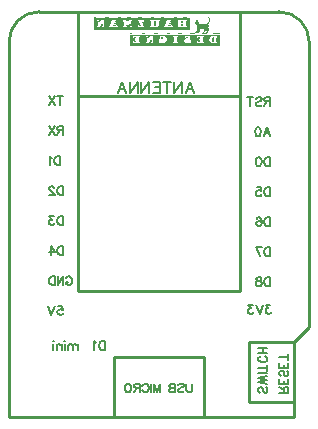
<source format=gbo>
G04 Layer: BottomSilkLayer*
G04 EasyEDA v6.2.46, 2019-11-22T14:34:10+02:00*
G04 5335dd83e34847d8b21879a5d4bfddff,7760fd71129a401ca35dedc6c0295012,10*
G04 Gerber Generator version 0.2*
G04 Scale: 100 percent, Rotated: No, Reflected: No *
G04 Dimensions in millimeters *
G04 leading zeros omitted , absolute positions ,3 integer and 3 decimal *
%FSLAX33Y33*%
%MOMM*%
G90*
G71D02*

%ADD10C,0.254000*%
%ADD19C,0.152400*%

%LPD*%
G54D10*
G01X24660Y40979D02*
G01X4340Y40979D01*
G01X18310Y6689D02*
G01X10690Y6689D01*
G01X10690Y11769D01*
G01X18310Y11769D01*
G01X18310Y6689D01*
G01X22120Y13039D02*
G01X25930Y13039D01*
G01X25930Y7959D01*
G01X22120Y7959D01*
G01X22120Y13039D01*
G01X21358Y33867D02*
G01X7642Y33867D01*
G01X7642Y17357D01*
G01X21358Y17357D01*
G01X21358Y33867D01*
G01X21358Y33867D02*
G01X21358Y40979D01*
G01X7642Y33867D02*
G01X7642Y40979D01*
G01X27200Y14264D02*
G01X25930Y12994D01*
G01X25930Y6644D01*
G01X1800Y38394D02*
G01X1800Y6644D01*
G01X25930Y6644D01*
G01X27200Y38394D02*
G01X27200Y14264D01*

%LPD*%
G36*
G01X19652Y39212D02*
G01X12052Y39212D01*
G01X12052Y39164D01*
G01X12062Y39162D01*
G01X12069Y39157D01*
G01X12073Y39149D01*
G01X12075Y39139D01*
G01X12073Y39129D01*
G01X12069Y39121D01*
G01X12062Y39115D01*
G01X12052Y39111D01*
G01X12052Y39068D01*
G01X19652Y39068D01*
G01X19652Y39111D01*
G01X19639Y39113D01*
G01X19631Y39118D01*
G01X19626Y39127D01*
G01X19624Y39139D01*
G01X19626Y39150D01*
G01X19631Y39158D01*
G01X19639Y39163D01*
G01X19652Y39164D01*
G01X19652Y39212D01*
G37*

%LPC*%
G36*
G01X13160Y39162D02*
G01X13149Y39164D01*
G01X13137Y39163D01*
G01X13128Y39158D01*
G01X13123Y39150D01*
G01X13121Y39139D01*
G01X13123Y39127D01*
G01X13128Y39118D01*
G01X13137Y39113D01*
G01X13149Y39111D01*
G01X13149Y39113D01*
G01X13160Y39116D01*
G01X13169Y39122D01*
G01X13173Y39130D01*
G01X13175Y39141D01*
G01X13173Y39151D01*
G01X13169Y39158D01*
G01X13160Y39162D01*
G37*
G36*
G01X19576Y39165D02*
G01X19565Y39167D01*
G01X19553Y39165D01*
G01X19544Y39160D01*
G01X19539Y39151D01*
G01X19537Y39139D01*
G01X19539Y39127D01*
G01X19544Y39118D01*
G01X19553Y39113D01*
G01X19565Y39111D01*
G01X19576Y39113D01*
G01X19585Y39118D01*
G01X19589Y39127D01*
G01X19591Y39139D01*
G01X19589Y39151D01*
G01X19585Y39160D01*
G01X19576Y39165D01*
G37*
G36*
G01X19499Y39165D02*
G01X19487Y39167D01*
G01X19474Y39165D01*
G01X19466Y39160D01*
G01X19461Y39151D01*
G01X19459Y39139D01*
G01X19461Y39127D01*
G01X19466Y39118D01*
G01X19474Y39113D01*
G01X19487Y39111D01*
G01X19499Y39113D01*
G01X19507Y39118D01*
G01X19513Y39127D01*
G01X19514Y39139D01*
G01X19513Y39151D01*
G01X19507Y39160D01*
G01X19499Y39165D01*
G37*
G36*
G01X19420Y39165D02*
G01X19410Y39167D01*
G01X19398Y39165D01*
G01X19390Y39160D01*
G01X19384Y39151D01*
G01X19382Y39139D01*
G01X19384Y39127D01*
G01X19390Y39118D01*
G01X19398Y39113D01*
G01X19410Y39111D01*
G01X19415Y39111D01*
G01X19420Y39113D01*
G01X19424Y39115D01*
G01X19428Y39118D01*
G01X19433Y39123D01*
G01X19436Y39128D01*
G01X19438Y39133D01*
G01X19438Y39145D01*
G01X19436Y39151D01*
G01X19433Y39155D01*
G01X19428Y39159D01*
G01X19424Y39163D01*
G01X19420Y39165D01*
G37*
G36*
G01X19341Y39165D02*
G01X19329Y39167D01*
G01X19318Y39165D01*
G01X19310Y39160D01*
G01X19305Y39151D01*
G01X19304Y39139D01*
G01X19305Y39127D01*
G01X19310Y39118D01*
G01X19318Y39113D01*
G01X19329Y39111D01*
G01X19341Y39113D01*
G01X19350Y39118D01*
G01X19355Y39127D01*
G01X19357Y39139D01*
G01X19355Y39151D01*
G01X19350Y39160D01*
G01X19341Y39165D01*
G37*
G36*
G01X19259Y39165D02*
G01X19248Y39167D01*
G01X19238Y39165D01*
G01X19233Y39163D01*
G01X19227Y39159D01*
G01X19224Y39155D01*
G01X19222Y39151D01*
G01X19220Y39145D01*
G01X19220Y39133D01*
G01X19224Y39123D01*
G01X19227Y39118D01*
G01X19233Y39115D01*
G01X19243Y39111D01*
G01X19248Y39111D01*
G01X19259Y39113D01*
G01X19267Y39118D01*
G01X19272Y39127D01*
G01X19273Y39139D01*
G01X19272Y39151D01*
G01X19267Y39160D01*
G01X19259Y39165D01*
G37*
G36*
G01X19176Y39165D02*
G01X19164Y39167D01*
G01X19153Y39165D01*
G01X19145Y39160D01*
G01X19140Y39151D01*
G01X19139Y39139D01*
G01X19140Y39127D01*
G01X19145Y39118D01*
G01X19153Y39113D01*
G01X19164Y39111D01*
G01X19176Y39113D01*
G01X19185Y39118D01*
G01X19190Y39127D01*
G01X19192Y39139D01*
G01X19190Y39151D01*
G01X19185Y39160D01*
G01X19176Y39165D01*
G37*
G36*
G01X19090Y39165D02*
G01X19078Y39167D01*
G01X19066Y39165D01*
G01X19059Y39160D01*
G01X19054Y39151D01*
G01X19052Y39139D01*
G01X19054Y39127D01*
G01X19059Y39118D01*
G01X19066Y39113D01*
G01X19078Y39111D01*
G01X19090Y39113D01*
G01X19098Y39118D01*
G01X19104Y39127D01*
G01X19106Y39139D01*
G01X19104Y39151D01*
G01X19098Y39160D01*
G01X19090Y39165D01*
G37*
G36*
G01X19016Y39165D02*
G01X19004Y39167D01*
G01X18992Y39165D01*
G01X18983Y39160D01*
G01X18978Y39151D01*
G01X18976Y39139D01*
G01X18978Y39127D01*
G01X18983Y39118D01*
G01X18992Y39113D01*
G01X19004Y39111D01*
G01X19016Y39113D01*
G01X19025Y39118D01*
G01X19030Y39127D01*
G01X19032Y39139D01*
G01X19030Y39151D01*
G01X19025Y39160D01*
G01X19016Y39165D01*
G37*
G36*
G01X18940Y39165D02*
G01X18928Y39167D01*
G01X18917Y39165D01*
G01X18909Y39160D01*
G01X18904Y39151D01*
G01X18902Y39139D01*
G01X18904Y39127D01*
G01X18909Y39118D01*
G01X18917Y39113D01*
G01X18928Y39111D01*
G01X18940Y39113D01*
G01X18949Y39118D01*
G01X18954Y39127D01*
G01X18956Y39139D01*
G01X18954Y39151D01*
G01X18949Y39160D01*
G01X18940Y39165D01*
G37*
G36*
G01X18863Y39165D02*
G01X18852Y39167D01*
G01X18839Y39165D01*
G01X18831Y39160D01*
G01X18826Y39151D01*
G01X18824Y39139D01*
G01X18826Y39127D01*
G01X18831Y39118D01*
G01X18839Y39113D01*
G01X18852Y39111D01*
G01X18863Y39113D01*
G01X18871Y39118D01*
G01X18875Y39127D01*
G01X18877Y39139D01*
G01X18875Y39151D01*
G01X18871Y39160D01*
G01X18863Y39165D01*
G37*
G36*
G01X18788Y39165D02*
G01X18775Y39167D01*
G01X18770Y39166D01*
G01X18766Y39165D01*
G01X18762Y39163D01*
G01X18758Y39159D01*
G01X18753Y39155D01*
G01X18750Y39151D01*
G01X18748Y39145D01*
G01X18747Y39139D01*
G01X18748Y39133D01*
G01X18750Y39128D01*
G01X18753Y39123D01*
G01X18758Y39118D01*
G01X18762Y39115D01*
G01X18770Y39111D01*
G01X18775Y39111D01*
G01X18788Y39113D01*
G01X18796Y39118D01*
G01X18802Y39127D01*
G01X18803Y39139D01*
G01X18802Y39151D01*
G01X18796Y39160D01*
G01X18788Y39165D01*
G37*
G36*
G01X18711Y39165D02*
G01X18699Y39167D01*
G01X18694Y39166D01*
G01X18690Y39165D01*
G01X18685Y39163D01*
G01X18677Y39155D01*
G01X18674Y39151D01*
G01X18672Y39145D01*
G01X18671Y39139D01*
G01X18672Y39133D01*
G01X18674Y39128D01*
G01X18677Y39123D01*
G01X18681Y39118D01*
G01X18685Y39115D01*
G01X18690Y39113D01*
G01X18694Y39111D01*
G01X18699Y39111D01*
G01X18711Y39113D01*
G01X18720Y39118D01*
G01X18726Y39127D01*
G01X18727Y39139D01*
G01X18726Y39151D01*
G01X18720Y39160D01*
G01X18711Y39165D01*
G37*
G36*
G01X18637Y39165D02*
G01X18625Y39167D01*
G01X18613Y39165D01*
G01X18605Y39160D01*
G01X18600Y39151D01*
G01X18598Y39139D01*
G01X18600Y39127D01*
G01X18605Y39118D01*
G01X18613Y39113D01*
G01X18625Y39111D01*
G01X18637Y39113D01*
G01X18645Y39118D01*
G01X18649Y39127D01*
G01X18651Y39139D01*
G01X18649Y39151D01*
G01X18645Y39160D01*
G01X18637Y39165D01*
G37*
G36*
G01X17538Y39165D02*
G01X17526Y39167D01*
G01X17515Y39165D01*
G01X17507Y39160D01*
G01X17502Y39151D01*
G01X17500Y39139D01*
G01X17502Y39127D01*
G01X17507Y39118D01*
G01X17515Y39113D01*
G01X17526Y39111D01*
G01X17538Y39113D01*
G01X17547Y39118D01*
G01X17552Y39127D01*
G01X17554Y39139D01*
G01X17552Y39151D01*
G01X17547Y39160D01*
G01X17538Y39165D01*
G37*
G36*
G01X17613Y39165D02*
G01X17602Y39167D01*
G01X17590Y39165D01*
G01X17581Y39160D01*
G01X17576Y39151D01*
G01X17574Y39139D01*
G01X17576Y39127D01*
G01X17581Y39118D01*
G01X17590Y39113D01*
G01X17602Y39111D01*
G01X17613Y39113D01*
G01X17621Y39118D01*
G01X17626Y39127D01*
G01X17627Y39139D01*
G01X17626Y39151D01*
G01X17621Y39160D01*
G01X17613Y39165D01*
G37*
G36*
G01X17690Y39165D02*
G01X17678Y39167D01*
G01X17666Y39165D01*
G01X17657Y39160D01*
G01X17652Y39151D01*
G01X17650Y39139D01*
G01X17652Y39127D01*
G01X17657Y39118D01*
G01X17666Y39113D01*
G01X17678Y39111D01*
G01X17690Y39113D01*
G01X17699Y39118D01*
G01X17704Y39127D01*
G01X17706Y39139D01*
G01X17704Y39151D01*
G01X17699Y39160D01*
G01X17690Y39165D01*
G37*
G36*
G01X17762Y39165D02*
G01X17752Y39167D01*
G01X17741Y39165D01*
G01X17733Y39160D01*
G01X17728Y39151D01*
G01X17726Y39139D01*
G01X17728Y39127D01*
G01X17733Y39118D01*
G01X17741Y39113D01*
G01X17752Y39111D01*
G01X17757Y39111D01*
G01X17767Y39115D01*
G01X17772Y39118D01*
G01X17776Y39123D01*
G01X17778Y39128D01*
G01X17779Y39133D01*
G01X17780Y39139D01*
G01X17778Y39151D01*
G01X17776Y39155D01*
G01X17772Y39159D01*
G01X17767Y39163D01*
G01X17762Y39165D01*
G37*
G36*
G01X17840Y39165D02*
G01X17828Y39167D01*
G01X17817Y39165D01*
G01X17809Y39160D01*
G01X17804Y39151D01*
G01X17803Y39139D01*
G01X17804Y39127D01*
G01X17809Y39118D01*
G01X17817Y39113D01*
G01X17828Y39111D01*
G01X17840Y39113D01*
G01X17849Y39118D01*
G01X17854Y39127D01*
G01X17856Y39139D01*
G01X17854Y39151D01*
G01X17849Y39160D01*
G01X17840Y39165D01*
G37*
G36*
G01X17916Y39165D02*
G01X17904Y39167D01*
G01X17894Y39165D01*
G01X17889Y39163D01*
G01X17884Y39159D01*
G01X17878Y39151D01*
G01X17876Y39139D01*
G01X17877Y39133D01*
G01X17878Y39128D01*
G01X17884Y39118D01*
G01X17889Y39115D01*
G01X17899Y39111D01*
G01X17904Y39111D01*
G01X17916Y39113D01*
G01X17925Y39118D01*
G01X17931Y39127D01*
G01X17932Y39139D01*
G01X17931Y39151D01*
G01X17925Y39160D01*
G01X17916Y39165D01*
G37*
G36*
G01X17993Y39165D02*
G01X17980Y39167D01*
G01X17968Y39165D01*
G01X17960Y39160D01*
G01X17954Y39151D01*
G01X17952Y39139D01*
G01X17954Y39127D01*
G01X17960Y39118D01*
G01X17968Y39113D01*
G01X17980Y39111D01*
G01X17993Y39113D01*
G01X18001Y39118D01*
G01X18007Y39127D01*
G01X18008Y39139D01*
G01X18007Y39151D01*
G01X18001Y39160D01*
G01X17993Y39165D01*
G37*
G36*
G01X18072Y39166D02*
G01X18067Y39167D01*
G01X18055Y39165D01*
G01X18046Y39160D01*
G01X18041Y39151D01*
G01X18039Y39139D01*
G01X18041Y39127D01*
G01X18046Y39118D01*
G01X18055Y39113D01*
G01X18067Y39111D01*
G01X18072Y39111D01*
G01X18080Y39115D01*
G01X18084Y39118D01*
G01X18089Y39123D01*
G01X18092Y39128D01*
G01X18094Y39133D01*
G01X18095Y39139D01*
G01X18094Y39145D01*
G01X18092Y39151D01*
G01X18089Y39155D01*
G01X18084Y39159D01*
G01X18080Y39163D01*
G01X18076Y39165D01*
G01X18072Y39166D01*
G37*
G36*
G01X18160Y39165D02*
G01X18148Y39167D01*
G01X18137Y39165D01*
G01X18129Y39160D01*
G01X18124Y39151D01*
G01X18123Y39139D01*
G01X18124Y39127D01*
G01X18129Y39118D01*
G01X18137Y39113D01*
G01X18148Y39111D01*
G01X18160Y39113D01*
G01X18169Y39118D01*
G01X18174Y39127D01*
G01X18176Y39139D01*
G01X18174Y39151D01*
G01X18169Y39160D01*
G01X18160Y39165D01*
G37*
G36*
G01X18241Y39165D02*
G01X18229Y39167D01*
G01X18218Y39165D01*
G01X18210Y39160D01*
G01X18205Y39151D01*
G01X18204Y39139D01*
G01X18205Y39127D01*
G01X18210Y39118D01*
G01X18218Y39113D01*
G01X18229Y39111D01*
G01X18241Y39113D01*
G01X18250Y39118D01*
G01X18256Y39127D01*
G01X18257Y39139D01*
G01X18256Y39151D01*
G01X18250Y39160D01*
G01X18241Y39165D01*
G37*
G36*
G01X18323Y39165D02*
G01X18311Y39167D01*
G01X18298Y39165D01*
G01X18290Y39160D01*
G01X18285Y39151D01*
G01X18283Y39139D01*
G01X18285Y39127D01*
G01X18290Y39118D01*
G01X18298Y39113D01*
G01X18311Y39111D01*
G01X18323Y39113D01*
G01X18331Y39118D01*
G01X18337Y39127D01*
G01X18338Y39139D01*
G01X18337Y39151D01*
G01X18331Y39160D01*
G01X18323Y39165D01*
G37*
G36*
G01X18400Y39165D02*
G01X18389Y39167D01*
G01X18377Y39165D01*
G01X18368Y39160D01*
G01X18363Y39151D01*
G01X18361Y39139D01*
G01X18363Y39127D01*
G01X18368Y39118D01*
G01X18377Y39113D01*
G01X18389Y39111D01*
G01X18400Y39113D01*
G01X18409Y39118D01*
G01X18413Y39127D01*
G01X18415Y39139D01*
G01X18413Y39151D01*
G01X18409Y39160D01*
G01X18400Y39165D01*
G37*
G36*
G01X18477Y39165D02*
G01X18465Y39167D01*
G01X18455Y39165D01*
G01X18450Y39163D01*
G01X18445Y39159D01*
G01X18442Y39155D01*
G01X18440Y39151D01*
G01X18438Y39145D01*
G01X18438Y39133D01*
G01X18442Y39123D01*
G01X18445Y39118D01*
G01X18450Y39115D01*
G01X18460Y39111D01*
G01X18465Y39111D01*
G01X18477Y39113D01*
G01X18485Y39118D01*
G01X18489Y39127D01*
G01X18491Y39139D01*
G01X18489Y39151D01*
G01X18485Y39160D01*
G01X18477Y39165D01*
G37*
G36*
G01X15430Y39165D02*
G01X15417Y39167D01*
G01X15412Y39166D01*
G01X15408Y39165D01*
G01X15404Y39163D01*
G01X15400Y39159D01*
G01X15394Y39151D01*
G01X15392Y39139D01*
G01X15393Y39133D01*
G01X15394Y39128D01*
G01X15400Y39118D01*
G01X15404Y39115D01*
G01X15412Y39111D01*
G01X15417Y39111D01*
G01X15430Y39113D01*
G01X15438Y39118D01*
G01X15444Y39127D01*
G01X15445Y39139D01*
G01X15444Y39151D01*
G01X15438Y39160D01*
G01X15430Y39165D01*
G37*
G36*
G01X15505Y39165D02*
G01X15494Y39167D01*
G01X15484Y39165D01*
G01X15478Y39163D01*
G01X15473Y39159D01*
G01X15470Y39155D01*
G01X15468Y39151D01*
G01X15466Y39145D01*
G01X15466Y39133D01*
G01X15470Y39123D01*
G01X15473Y39118D01*
G01X15478Y39115D01*
G01X15484Y39113D01*
G01X15489Y39111D01*
G01X15494Y39111D01*
G01X15505Y39113D01*
G01X15513Y39118D01*
G01X15518Y39127D01*
G01X15519Y39139D01*
G01X15518Y39151D01*
G01X15513Y39160D01*
G01X15505Y39165D01*
G37*
G36*
G01X15582Y39165D02*
G01X15570Y39167D01*
G01X15560Y39165D01*
G01X15556Y39163D01*
G01X15544Y39151D01*
G01X15542Y39145D01*
G01X15542Y39133D01*
G01X15544Y39128D01*
G01X15552Y39118D01*
G01X15556Y39115D01*
G01X15560Y39113D01*
G01X15565Y39111D01*
G01X15570Y39111D01*
G01X15582Y39113D01*
G01X15591Y39118D01*
G01X15596Y39127D01*
G01X15598Y39139D01*
G01X15596Y39151D01*
G01X15591Y39160D01*
G01X15582Y39165D01*
G37*
G36*
G01X15656Y39165D02*
G01X15644Y39167D01*
G01X15632Y39165D01*
G01X15625Y39160D01*
G01X15620Y39151D01*
G01X15618Y39139D01*
G01X15620Y39127D01*
G01X15625Y39118D01*
G01X15632Y39113D01*
G01X15644Y39111D01*
G01X15656Y39113D01*
G01X15664Y39118D01*
G01X15670Y39127D01*
G01X15671Y39139D01*
G01X15670Y39151D01*
G01X15664Y39160D01*
G01X15656Y39165D01*
G37*
G36*
G01X15734Y39165D02*
G01X15722Y39167D01*
G01X15710Y39165D01*
G01X15701Y39160D01*
G01X15696Y39151D01*
G01X15694Y39139D01*
G01X15696Y39127D01*
G01X15701Y39118D01*
G01X15710Y39113D01*
G01X15722Y39111D01*
G01X15734Y39113D01*
G01X15743Y39118D01*
G01X15749Y39127D01*
G01X15750Y39139D01*
G01X15749Y39151D01*
G01X15743Y39160D01*
G01X15734Y39165D01*
G37*
G36*
G01X15810Y39165D02*
G01X15798Y39167D01*
G01X15786Y39165D01*
G01X15778Y39160D01*
G01X15773Y39151D01*
G01X15771Y39139D01*
G01X15773Y39127D01*
G01X15778Y39118D01*
G01X15786Y39113D01*
G01X15798Y39111D01*
G01X15810Y39113D01*
G01X15818Y39118D01*
G01X15822Y39127D01*
G01X15824Y39139D01*
G01X15822Y39151D01*
G01X15818Y39160D01*
G01X15810Y39165D01*
G37*
G36*
G01X15884Y39165D02*
G01X15872Y39167D01*
G01X15862Y39165D01*
G01X15858Y39163D01*
G01X15850Y39155D01*
G01X15847Y39151D01*
G01X15845Y39145D01*
G01X15844Y39139D01*
G01X15845Y39133D01*
G01X15847Y39128D01*
G01X15850Y39123D01*
G01X15854Y39118D01*
G01X15858Y39115D01*
G01X15862Y39113D01*
G01X15867Y39111D01*
G01X15872Y39111D01*
G01X15884Y39113D01*
G01X15893Y39118D01*
G01X15899Y39127D01*
G01X15900Y39139D01*
G01X15899Y39151D01*
G01X15893Y39160D01*
G01X15884Y39165D01*
G37*
G36*
G01X15963Y39165D02*
G01X15951Y39167D01*
G01X15940Y39165D01*
G01X15932Y39160D01*
G01X15927Y39151D01*
G01X15925Y39139D01*
G01X15927Y39127D01*
G01X15932Y39118D01*
G01X15940Y39113D01*
G01X15951Y39111D01*
G01X15963Y39113D01*
G01X15972Y39118D01*
G01X15977Y39127D01*
G01X15979Y39139D01*
G01X15977Y39151D01*
G01X15972Y39160D01*
G01X15963Y39165D01*
G37*
G36*
G01X16046Y39165D02*
G01X16035Y39167D01*
G01X16023Y39165D01*
G01X16014Y39160D01*
G01X16009Y39151D01*
G01X16007Y39139D01*
G01X16009Y39127D01*
G01X16014Y39118D01*
G01X16023Y39113D01*
G01X16035Y39111D01*
G01X16046Y39113D01*
G01X16054Y39118D01*
G01X16059Y39127D01*
G01X16060Y39139D01*
G01X16059Y39151D01*
G01X16054Y39160D01*
G01X16046Y39165D01*
G37*
G36*
G01X16126Y39165D02*
G01X16113Y39167D01*
G01X16101Y39165D01*
G01X16093Y39160D01*
G01X16088Y39151D01*
G01X16085Y39139D01*
G01X16088Y39127D01*
G01X16093Y39118D01*
G01X16101Y39113D01*
G01X16113Y39111D01*
G01X16126Y39113D01*
G01X16134Y39118D01*
G01X16140Y39127D01*
G01X16141Y39139D01*
G01X16140Y39151D01*
G01X16134Y39160D01*
G01X16126Y39165D01*
G37*
G36*
G01X16204Y39165D02*
G01X16192Y39167D01*
G01X16180Y39165D01*
G01X16171Y39160D01*
G01X16166Y39151D01*
G01X16164Y39139D01*
G01X16166Y39127D01*
G01X16171Y39118D01*
G01X16180Y39113D01*
G01X16192Y39111D01*
G01X16204Y39113D01*
G01X16213Y39118D01*
G01X16219Y39127D01*
G01X16220Y39139D01*
G01X16219Y39151D01*
G01X16213Y39160D01*
G01X16204Y39165D01*
G37*
G36*
G01X16281Y39165D02*
G01X16268Y39167D01*
G01X16263Y39166D01*
G01X16259Y39165D01*
G01X16255Y39163D01*
G01X16251Y39159D01*
G01X16246Y39155D01*
G01X16243Y39151D01*
G01X16241Y39145D01*
G01X16240Y39139D01*
G01X16241Y39133D01*
G01X16243Y39128D01*
G01X16246Y39123D01*
G01X16251Y39118D01*
G01X16255Y39115D01*
G01X16263Y39111D01*
G01X16268Y39111D01*
G01X16281Y39113D01*
G01X16289Y39118D01*
G01X16295Y39127D01*
G01X16296Y39139D01*
G01X16295Y39151D01*
G01X16289Y39160D01*
G01X16281Y39165D01*
G37*
G36*
G01X15272Y39165D02*
G01X15260Y39167D01*
G01X15248Y39165D01*
G01X15239Y39160D01*
G01X15234Y39151D01*
G01X15232Y39139D01*
G01X15234Y39127D01*
G01X15239Y39118D01*
G01X15248Y39113D01*
G01X15260Y39111D01*
G01X15272Y39113D01*
G01X15281Y39118D01*
G01X15286Y39127D01*
G01X15288Y39139D01*
G01X15286Y39151D01*
G01X15281Y39160D01*
G01X15272Y39165D01*
G37*
G36*
G01X15193Y39165D02*
G01X15181Y39167D01*
G01X15170Y39165D01*
G01X15162Y39160D01*
G01X15157Y39151D01*
G01X15156Y39139D01*
G01X15157Y39127D01*
G01X15162Y39118D01*
G01X15170Y39113D01*
G01X15181Y39111D01*
G01X15193Y39113D01*
G01X15202Y39118D01*
G01X15208Y39127D01*
G01X15209Y39139D01*
G01X15208Y39151D01*
G01X15202Y39160D01*
G01X15193Y39165D01*
G37*
G36*
G01X15116Y39165D02*
G01X15105Y39167D01*
G01X15099Y39166D01*
G01X15094Y39165D01*
G01X15089Y39163D01*
G01X15085Y39159D01*
G01X15079Y39151D01*
G01X15077Y39139D01*
G01X15078Y39133D01*
G01X15079Y39128D01*
G01X15085Y39118D01*
G01X15089Y39115D01*
G01X15099Y39111D01*
G01X15105Y39111D01*
G01X15116Y39113D01*
G01X15124Y39118D01*
G01X15129Y39127D01*
G01X15130Y39139D01*
G01X15129Y39151D01*
G01X15124Y39160D01*
G01X15116Y39165D01*
G37*
G36*
G01X15036Y39165D02*
G01X15024Y39167D01*
G01X15014Y39165D01*
G01X15010Y39163D01*
G01X15006Y39159D01*
G01X15001Y39155D01*
G01X14998Y39151D01*
G01X14996Y39145D01*
G01X14996Y39133D01*
G01X14998Y39128D01*
G01X15001Y39123D01*
G01X15006Y39118D01*
G01X15010Y39115D01*
G01X15014Y39113D01*
G01X15019Y39111D01*
G01X15024Y39111D01*
G01X15036Y39113D01*
G01X15045Y39118D01*
G01X15050Y39127D01*
G01X15052Y39139D01*
G01X15050Y39151D01*
G01X15045Y39160D01*
G01X15036Y39165D01*
G37*
G36*
G01X14955Y39165D02*
G01X14942Y39167D01*
G01X14930Y39165D01*
G01X14922Y39160D01*
G01X14917Y39151D01*
G01X14915Y39139D01*
G01X14917Y39127D01*
G01X14922Y39118D01*
G01X14930Y39113D01*
G01X14942Y39111D01*
G01X14955Y39113D01*
G01X14963Y39118D01*
G01X14969Y39127D01*
G01X14970Y39139D01*
G01X14969Y39151D01*
G01X14963Y39160D01*
G01X14955Y39165D01*
G37*
G36*
G01X14873Y39165D02*
G01X14861Y39167D01*
G01X14849Y39165D01*
G01X14840Y39160D01*
G01X14835Y39151D01*
G01X14833Y39139D01*
G01X14835Y39127D01*
G01X14840Y39118D01*
G01X14849Y39113D01*
G01X14861Y39111D01*
G01X14873Y39113D01*
G01X14882Y39118D01*
G01X14888Y39127D01*
G01X14889Y39139D01*
G01X14888Y39151D01*
G01X14882Y39160D01*
G01X14873Y39165D01*
G37*
G36*
G01X14786Y39165D02*
G01X14775Y39167D01*
G01X14763Y39165D01*
G01X14754Y39160D01*
G01X14749Y39151D01*
G01X14747Y39139D01*
G01X14749Y39127D01*
G01X14754Y39118D01*
G01X14763Y39113D01*
G01X14775Y39111D01*
G01X14786Y39113D01*
G01X14794Y39118D01*
G01X14799Y39127D01*
G01X14800Y39139D01*
G01X14799Y39151D01*
G01X14794Y39160D01*
G01X14786Y39165D01*
G37*
G36*
G01X14711Y39165D02*
G01X14699Y39167D01*
G01X14687Y39165D01*
G01X14680Y39160D01*
G01X14675Y39151D01*
G01X14673Y39139D01*
G01X14675Y39127D01*
G01X14680Y39118D01*
G01X14687Y39113D01*
G01X14699Y39111D01*
G01X14711Y39113D01*
G01X14719Y39118D01*
G01X14725Y39127D01*
G01X14727Y39139D01*
G01X14725Y39151D01*
G01X14719Y39160D01*
G01X14711Y39165D01*
G37*
G36*
G01X14635Y39165D02*
G01X14625Y39167D01*
G01X14613Y39165D01*
G01X14604Y39160D01*
G01X14599Y39151D01*
G01X14597Y39139D01*
G01X14599Y39127D01*
G01X14604Y39118D01*
G01X14613Y39113D01*
G01X14625Y39111D01*
G01X14630Y39111D01*
G01X14635Y39113D01*
G01X14639Y39115D01*
G01X14643Y39118D01*
G01X14646Y39123D01*
G01X14650Y39133D01*
G01X14650Y39145D01*
G01X14648Y39151D01*
G01X14646Y39155D01*
G01X14643Y39159D01*
G01X14639Y39163D01*
G01X14635Y39165D01*
G37*
G36*
G01X14558Y39165D02*
G01X14546Y39167D01*
G01X14534Y39165D01*
G01X14525Y39160D01*
G01X14520Y39151D01*
G01X14518Y39139D01*
G01X14520Y39127D01*
G01X14525Y39118D01*
G01X14534Y39113D01*
G01X14546Y39111D01*
G01X14558Y39113D01*
G01X14567Y39118D01*
G01X14573Y39127D01*
G01X14574Y39139D01*
G01X14573Y39151D01*
G01X14567Y39160D01*
G01X14558Y39165D01*
G37*
G36*
G01X14484Y39165D02*
G01X14473Y39167D01*
G01X14460Y39165D01*
G01X14452Y39160D01*
G01X14447Y39151D01*
G01X14445Y39139D01*
G01X14447Y39127D01*
G01X14452Y39118D01*
G01X14460Y39113D01*
G01X14473Y39111D01*
G01X14484Y39113D01*
G01X14492Y39118D01*
G01X14496Y39127D01*
G01X14498Y39139D01*
G01X14496Y39151D01*
G01X14492Y39160D01*
G01X14484Y39165D01*
G37*
G36*
G01X14406Y39165D02*
G01X14394Y39167D01*
G01X14383Y39165D01*
G01X14375Y39160D01*
G01X14370Y39151D01*
G01X14368Y39139D01*
G01X14370Y39127D01*
G01X14375Y39118D01*
G01X14383Y39113D01*
G01X14394Y39111D01*
G01X14406Y39113D01*
G01X14415Y39118D01*
G01X14420Y39127D01*
G01X14422Y39139D01*
G01X14420Y39151D01*
G01X14415Y39160D01*
G01X14406Y39165D01*
G37*
G36*
G01X14332Y39165D02*
G01X14320Y39167D01*
G01X14308Y39165D01*
G01X14299Y39160D01*
G01X14294Y39151D01*
G01X14292Y39139D01*
G01X14294Y39127D01*
G01X14299Y39118D01*
G01X14308Y39113D01*
G01X14320Y39111D01*
G01X14332Y39113D01*
G01X14341Y39118D01*
G01X14347Y39127D01*
G01X14348Y39139D01*
G01X14347Y39151D01*
G01X14341Y39160D01*
G01X14332Y39165D01*
G37*
G36*
G01X12135Y39165D02*
G01X12123Y39167D01*
G01X12112Y39165D01*
G01X12104Y39160D01*
G01X12099Y39151D01*
G01X12098Y39139D01*
G01X12099Y39127D01*
G01X12104Y39118D01*
G01X12112Y39113D01*
G01X12123Y39111D01*
G01X12135Y39113D01*
G01X12144Y39118D01*
G01X12150Y39127D01*
G01X12151Y39139D01*
G01X12150Y39151D01*
G01X12144Y39160D01*
G01X12135Y39165D01*
G37*
G36*
G01X12210Y39165D02*
G01X12199Y39167D01*
G01X12187Y39165D01*
G01X12178Y39160D01*
G01X12173Y39151D01*
G01X12171Y39139D01*
G01X12173Y39127D01*
G01X12178Y39118D01*
G01X12187Y39113D01*
G01X12199Y39111D01*
G01X12210Y39113D01*
G01X12219Y39118D01*
G01X12223Y39127D01*
G01X12225Y39139D01*
G01X12223Y39151D01*
G01X12219Y39160D01*
G01X12210Y39165D01*
G37*
G36*
G01X12288Y39165D02*
G01X12275Y39167D01*
G01X12263Y39165D01*
G01X12255Y39160D01*
G01X12250Y39151D01*
G01X12248Y39139D01*
G01X12250Y39127D01*
G01X12255Y39118D01*
G01X12263Y39113D01*
G01X12275Y39111D01*
G01X12288Y39113D01*
G01X12296Y39118D01*
G01X12302Y39127D01*
G01X12303Y39139D01*
G01X12302Y39151D01*
G01X12296Y39160D01*
G01X12288Y39165D01*
G37*
G36*
G01X12359Y39165D02*
G01X12349Y39167D01*
G01X12338Y39165D01*
G01X12330Y39160D01*
G01X12325Y39151D01*
G01X12324Y39139D01*
G01X12325Y39127D01*
G01X12330Y39118D01*
G01X12338Y39113D01*
G01X12349Y39111D01*
G01X12354Y39111D01*
G01X12364Y39115D01*
G01X12369Y39118D01*
G01X12373Y39123D01*
G01X12377Y39133D01*
G01X12377Y39145D01*
G01X12375Y39151D01*
G01X12373Y39155D01*
G01X12369Y39159D01*
G01X12364Y39163D01*
G01X12359Y39165D01*
G37*
G36*
G01X12438Y39165D02*
G01X12425Y39167D01*
G01X12414Y39165D01*
G01X12407Y39160D01*
G01X12401Y39151D01*
G01X12400Y39139D01*
G01X12401Y39127D01*
G01X12407Y39118D01*
G01X12414Y39113D01*
G01X12425Y39111D01*
G01X12438Y39113D01*
G01X12446Y39118D01*
G01X12452Y39127D01*
G01X12453Y39139D01*
G01X12452Y39151D01*
G01X12446Y39160D01*
G01X12438Y39165D01*
G37*
G36*
G01X12514Y39165D02*
G01X12502Y39167D01*
G01X12496Y39166D01*
G01X12491Y39165D01*
G01X12486Y39163D01*
G01X12481Y39159D01*
G01X12478Y39155D01*
G01X12476Y39151D01*
G01X12474Y39145D01*
G01X12474Y39133D01*
G01X12478Y39123D01*
G01X12481Y39118D01*
G01X12486Y39115D01*
G01X12496Y39111D01*
G01X12502Y39111D01*
G01X12514Y39113D01*
G01X12522Y39118D01*
G01X12528Y39127D01*
G01X12529Y39139D01*
G01X12528Y39151D01*
G01X12522Y39160D01*
G01X12514Y39165D01*
G37*
G36*
G01X12590Y39165D02*
G01X12578Y39167D01*
G01X12566Y39165D01*
G01X12557Y39160D01*
G01X12552Y39151D01*
G01X12550Y39139D01*
G01X12552Y39127D01*
G01X12557Y39118D01*
G01X12566Y39113D01*
G01X12578Y39111D01*
G01X12590Y39113D01*
G01X12599Y39118D01*
G01X12604Y39127D01*
G01X12606Y39139D01*
G01X12604Y39151D01*
G01X12599Y39160D01*
G01X12590Y39165D01*
G37*
G36*
G01X12674Y39165D02*
G01X12664Y39167D01*
G01X12652Y39165D01*
G01X12643Y39160D01*
G01X12638Y39151D01*
G01X12636Y39139D01*
G01X12638Y39127D01*
G01X12643Y39118D01*
G01X12652Y39113D01*
G01X12664Y39111D01*
G01X12669Y39111D01*
G01X12674Y39113D01*
G01X12678Y39115D01*
G01X12682Y39118D01*
G01X12690Y39128D01*
G01X12692Y39133D01*
G01X12692Y39145D01*
G01X12690Y39151D01*
G01X12678Y39163D01*
G01X12674Y39165D01*
G37*
G36*
G01X12758Y39165D02*
G01X12745Y39167D01*
G01X12733Y39165D01*
G01X12725Y39160D01*
G01X12719Y39151D01*
G01X12717Y39139D01*
G01X12719Y39127D01*
G01X12725Y39118D01*
G01X12733Y39113D01*
G01X12745Y39111D01*
G01X12758Y39113D01*
G01X12766Y39118D01*
G01X12772Y39127D01*
G01X12773Y39139D01*
G01X12772Y39151D01*
G01X12766Y39160D01*
G01X12758Y39165D01*
G37*
G36*
G01X12839Y39165D02*
G01X12827Y39167D01*
G01X12816Y39165D01*
G01X12808Y39160D01*
G01X12803Y39151D01*
G01X12801Y39139D01*
G01X12803Y39127D01*
G01X12808Y39118D01*
G01X12816Y39113D01*
G01X12827Y39111D01*
G01X12839Y39113D01*
G01X12848Y39118D01*
G01X12853Y39127D01*
G01X12855Y39139D01*
G01X12853Y39151D01*
G01X12848Y39160D01*
G01X12839Y39165D01*
G37*
G36*
G01X12919Y39165D02*
G01X12908Y39167D01*
G01X12896Y39165D01*
G01X12887Y39160D01*
G01X12882Y39151D01*
G01X12880Y39139D01*
G01X12882Y39127D01*
G01X12887Y39118D01*
G01X12896Y39113D01*
G01X12908Y39111D01*
G01X12919Y39113D01*
G01X12927Y39118D01*
G01X12932Y39127D01*
G01X12933Y39139D01*
G01X12932Y39151D01*
G01X12927Y39160D01*
G01X12919Y39165D01*
G37*
G36*
G01X12998Y39165D02*
G01X12987Y39167D01*
G01X12975Y39165D01*
G01X12966Y39160D01*
G01X12961Y39151D01*
G01X12959Y39139D01*
G01X12961Y39127D01*
G01X12966Y39118D01*
G01X12975Y39113D01*
G01X12987Y39111D01*
G01X12998Y39113D01*
G01X13006Y39118D01*
G01X13011Y39127D01*
G01X13012Y39139D01*
G01X13011Y39151D01*
G01X13006Y39160D01*
G01X12998Y39165D01*
G37*
G36*
G01X13074Y39165D02*
G01X13063Y39167D01*
G01X13053Y39165D01*
G01X13048Y39163D01*
G01X13043Y39159D01*
G01X13037Y39151D01*
G01X13035Y39145D01*
G01X13035Y39133D01*
G01X13037Y39128D01*
G01X13043Y39118D01*
G01X13048Y39115D01*
G01X13058Y39111D01*
G01X13063Y39111D01*
G01X13074Y39113D01*
G01X13082Y39118D01*
G01X13087Y39127D01*
G01X13088Y39139D01*
G01X13087Y39151D01*
G01X13082Y39160D01*
G01X13074Y39165D01*
G37*
G36*
G01X16440Y39165D02*
G01X16428Y39167D01*
G01X16422Y39166D01*
G01X16417Y39165D01*
G01X16412Y39163D01*
G01X16405Y39156D01*
G01X16402Y39151D01*
G01X16400Y39141D01*
G01X16402Y39129D01*
G01X16408Y39121D01*
G01X16416Y39115D01*
G01X16428Y39113D01*
G01X16441Y39115D01*
G01X16449Y39121D01*
G01X16455Y39129D01*
G01X16456Y39141D01*
G01X16456Y39146D01*
G01X16452Y39156D01*
G01X16445Y39163D01*
G01X16440Y39165D01*
G37*
G36*
G01X16514Y39165D02*
G01X16502Y39167D01*
G01X16492Y39165D01*
G01X16488Y39163D01*
G01X16481Y39156D01*
G01X16477Y39146D01*
G01X16477Y39136D01*
G01X16479Y39130D01*
G01X16481Y39126D01*
G01X16484Y39121D01*
G01X16492Y39115D01*
G01X16502Y39113D01*
G01X16514Y39115D01*
G01X16523Y39121D01*
G01X16528Y39129D01*
G01X16530Y39141D01*
G01X16528Y39151D01*
G01X16526Y39156D01*
G01X16522Y39159D01*
G01X16518Y39163D01*
G01X16514Y39165D01*
G37*
G36*
G01X16590Y39165D02*
G01X16578Y39167D01*
G01X16573Y39166D01*
G01X16569Y39165D01*
G01X16565Y39163D01*
G01X16560Y39159D01*
G01X16557Y39156D01*
G01X16553Y39146D01*
G01X16553Y39136D01*
G01X16555Y39130D01*
G01X16557Y39126D01*
G01X16560Y39121D01*
G01X16565Y39118D01*
G01X16569Y39115D01*
G01X16573Y39114D01*
G01X16578Y39113D01*
G01X16590Y39115D01*
G01X16599Y39121D01*
G01X16605Y39129D01*
G01X16606Y39141D01*
G01X16606Y39146D01*
G01X16602Y39156D01*
G01X16595Y39163D01*
G01X16590Y39165D01*
G37*
G36*
G01X16661Y39166D02*
G01X16654Y39167D01*
G01X16648Y39166D01*
G01X16643Y39165D01*
G01X16638Y39163D01*
G01X16631Y39156D01*
G01X16627Y39146D01*
G01X16627Y39141D01*
G01X16629Y39129D01*
G01X16634Y39121D01*
G01X16642Y39115D01*
G01X16654Y39113D01*
G01X16667Y39115D01*
G01X16675Y39121D01*
G01X16681Y39129D01*
G01X16682Y39141D01*
G01X16682Y39146D01*
G01X16678Y39156D01*
G01X16671Y39163D01*
G01X16666Y39165D01*
G01X16661Y39166D01*
G37*
G36*
G01X16743Y39165D02*
G01X16733Y39167D01*
G01X16727Y39166D01*
G01X16722Y39165D01*
G01X16717Y39163D01*
G01X16710Y39156D01*
G01X16707Y39151D01*
G01X16705Y39141D01*
G01X16707Y39129D01*
G01X16712Y39121D01*
G01X16721Y39115D01*
G01X16733Y39113D01*
G01X16744Y39115D01*
G01X16753Y39121D01*
G01X16757Y39129D01*
G01X16759Y39141D01*
G01X16757Y39151D01*
G01X16755Y39156D01*
G01X16751Y39159D01*
G01X16747Y39163D01*
G01X16743Y39165D01*
G37*
G36*
G01X16819Y39165D02*
G01X16807Y39167D01*
G01X16801Y39166D01*
G01X16796Y39165D01*
G01X16791Y39163D01*
G01X16787Y39159D01*
G01X16783Y39156D01*
G01X16779Y39146D01*
G01X16779Y39141D01*
G01X16781Y39129D01*
G01X16786Y39121D01*
G01X16795Y39115D01*
G01X16807Y39113D01*
G01X16819Y39115D01*
G01X16828Y39121D01*
G01X16833Y39129D01*
G01X16835Y39141D01*
G01X16833Y39151D01*
G01X16831Y39156D01*
G01X16827Y39159D01*
G01X16823Y39163D01*
G01X16819Y39165D01*
G37*
G36*
G01X16893Y39165D02*
G01X16883Y39167D01*
G01X16877Y39166D01*
G01X16872Y39165D01*
G01X16867Y39163D01*
G01X16860Y39156D01*
G01X16857Y39151D01*
G01X16855Y39141D01*
G01X16857Y39129D01*
G01X16862Y39121D01*
G01X16871Y39115D01*
G01X16883Y39113D01*
G01X16894Y39115D01*
G01X16902Y39121D01*
G01X16907Y39129D01*
G01X16908Y39141D01*
G01X16908Y39146D01*
G01X16904Y39156D01*
G01X16897Y39163D01*
G01X16893Y39165D01*
G37*
G36*
G01X16979Y39165D02*
G01X16969Y39167D01*
G01X16963Y39166D01*
G01X16958Y39165D01*
G01X16953Y39163D01*
G01X16946Y39156D01*
G01X16942Y39146D01*
G01X16941Y39141D01*
G01X16944Y39129D01*
G01X16949Y39121D01*
G01X16957Y39115D01*
G01X16969Y39113D01*
G01X16981Y39115D01*
G01X16989Y39121D01*
G01X16993Y39129D01*
G01X16995Y39141D01*
G01X16993Y39151D01*
G01X16991Y39156D01*
G01X16987Y39159D01*
G01X16983Y39163D01*
G01X16979Y39165D01*
G37*
G36*
G01X17057Y39166D02*
G01X17051Y39167D01*
G01X17041Y39165D01*
G01X17035Y39163D01*
G01X17030Y39159D01*
G01X17027Y39156D01*
G01X17023Y39146D01*
G01X17023Y39136D01*
G01X17025Y39130D01*
G01X17027Y39126D01*
G01X17030Y39121D01*
G01X17035Y39118D01*
G01X17041Y39115D01*
G01X17051Y39113D01*
G01X17063Y39115D01*
G01X17072Y39121D01*
G01X17077Y39129D01*
G01X17079Y39141D01*
G01X17077Y39151D01*
G01X17075Y39156D01*
G01X17071Y39159D01*
G01X17067Y39163D01*
G01X17062Y39165D01*
G01X17057Y39166D01*
G37*
G36*
G01X17140Y39166D02*
G01X17135Y39167D01*
G01X17128Y39166D01*
G01X17123Y39165D01*
G01X17118Y39163D01*
G01X17111Y39156D01*
G01X17107Y39146D01*
G01X17107Y39141D01*
G01X17109Y39129D01*
G01X17114Y39121D01*
G01X17122Y39115D01*
G01X17135Y39113D01*
G01X17140Y39114D01*
G01X17144Y39115D01*
G01X17152Y39121D01*
G01X17156Y39126D01*
G01X17158Y39130D01*
G01X17159Y39136D01*
G01X17160Y39141D01*
G01X17158Y39151D01*
G01X17156Y39156D01*
G01X17152Y39159D01*
G01X17148Y39163D01*
G01X17144Y39165D01*
G01X17140Y39166D01*
G37*
G36*
G01X17223Y39165D02*
G01X17213Y39167D01*
G01X17207Y39166D01*
G01X17202Y39165D01*
G01X17197Y39163D01*
G01X17190Y39156D01*
G01X17187Y39151D01*
G01X17185Y39141D01*
G01X17187Y39129D01*
G01X17192Y39121D01*
G01X17201Y39115D01*
G01X17213Y39113D01*
G01X17223Y39115D01*
G01X17231Y39121D01*
G01X17236Y39126D01*
G01X17239Y39130D01*
G01X17241Y39136D01*
G01X17241Y39146D01*
G01X17239Y39151D01*
G01X17236Y39156D01*
G01X17231Y39159D01*
G01X17227Y39163D01*
G01X17223Y39165D01*
G37*
G36*
G01X17296Y39166D02*
G01X17289Y39167D01*
G01X17284Y39166D01*
G01X17280Y39165D01*
G01X17276Y39163D01*
G01X17269Y39156D01*
G01X17266Y39151D01*
G01X17264Y39141D01*
G01X17266Y39129D01*
G01X17271Y39121D01*
G01X17278Y39115D01*
G01X17289Y39113D01*
G01X17302Y39115D01*
G01X17310Y39121D01*
G01X17316Y39129D01*
G01X17317Y39141D01*
G01X17317Y39146D01*
G01X17313Y39156D01*
G01X17306Y39163D01*
G01X17301Y39165D01*
G01X17296Y39166D01*
G37*
G36*
G01X17380Y39165D02*
G01X17368Y39167D01*
G01X17362Y39166D01*
G01X17357Y39165D01*
G01X17352Y39163D01*
G01X17345Y39156D01*
G01X17342Y39151D01*
G01X17340Y39141D01*
G01X17342Y39129D01*
G01X17347Y39121D01*
G01X17356Y39115D01*
G01X17368Y39113D01*
G01X17380Y39115D01*
G01X17389Y39121D01*
G01X17395Y39129D01*
G01X17396Y39141D01*
G01X17396Y39146D01*
G01X17392Y39156D01*
G01X17389Y39159D01*
G01X17384Y39163D01*
G01X17380Y39165D01*
G37*
G36*
G01X14168Y39166D02*
G01X14163Y39167D01*
G01X14157Y39166D01*
G01X14152Y39165D01*
G01X14146Y39163D01*
G01X14139Y39156D01*
G01X14135Y39146D01*
G01X14135Y39141D01*
G01X14137Y39129D01*
G01X14142Y39121D01*
G01X14151Y39115D01*
G01X14163Y39113D01*
G01X14174Y39115D01*
G01X14182Y39121D01*
G01X14187Y39129D01*
G01X14188Y39141D01*
G01X14188Y39146D01*
G01X14184Y39156D01*
G01X14180Y39159D01*
G01X14176Y39163D01*
G01X14172Y39165D01*
G01X14168Y39166D01*
G37*
G36*
G01X14096Y39165D02*
G01X14084Y39167D01*
G01X14078Y39166D01*
G01X14073Y39165D01*
G01X14068Y39163D01*
G01X14061Y39156D01*
G01X14058Y39151D01*
G01X14056Y39141D01*
G01X14058Y39129D01*
G01X14063Y39121D01*
G01X14072Y39115D01*
G01X14084Y39113D01*
G01X14096Y39115D01*
G01X14105Y39121D01*
G01X14110Y39129D01*
G01X14112Y39141D01*
G01X14110Y39151D01*
G01X14108Y39156D01*
G01X14104Y39159D01*
G01X14100Y39163D01*
G01X14096Y39165D01*
G37*
G36*
G01X14013Y39166D02*
G01X14008Y39167D01*
G01X14002Y39166D01*
G01X13997Y39165D01*
G01X13992Y39163D01*
G01X13987Y39159D01*
G01X13984Y39156D01*
G01X13980Y39146D01*
G01X13980Y39141D01*
G01X13982Y39129D01*
G01X13987Y39121D01*
G01X13996Y39115D01*
G01X14008Y39113D01*
G01X14013Y39114D01*
G01X14017Y39115D01*
G01X14021Y39118D01*
G01X14026Y39121D01*
G01X14030Y39126D01*
G01X14033Y39130D01*
G01X14035Y39136D01*
G01X14036Y39141D01*
G01X14035Y39146D01*
G01X14033Y39151D01*
G01X14030Y39156D01*
G01X14026Y39159D01*
G01X14021Y39163D01*
G01X14017Y39165D01*
G01X14013Y39166D01*
G37*
G36*
G01X13932Y39166D02*
G01X13926Y39167D01*
G01X13921Y39166D01*
G01X13917Y39165D01*
G01X13913Y39163D01*
G01X13906Y39156D01*
G01X13903Y39151D01*
G01X13901Y39141D01*
G01X13903Y39129D01*
G01X13908Y39121D01*
G01X13915Y39115D01*
G01X13926Y39113D01*
G01X13932Y39114D01*
G01X13937Y39115D01*
G01X13947Y39121D01*
G01X13950Y39126D01*
G01X13952Y39130D01*
G01X13954Y39136D01*
G01X13954Y39146D01*
G01X13950Y39156D01*
G01X13947Y39159D01*
G01X13942Y39163D01*
G01X13937Y39165D01*
G01X13932Y39166D01*
G37*
G36*
G01X13855Y39165D02*
G01X13845Y39167D01*
G01X13835Y39165D01*
G01X13830Y39163D01*
G01X13825Y39159D01*
G01X13822Y39156D01*
G01X13819Y39151D01*
G01X13817Y39141D01*
G01X13818Y39136D01*
G01X13819Y39130D01*
G01X13822Y39126D01*
G01X13825Y39121D01*
G01X13835Y39115D01*
G01X13845Y39113D01*
G01X13856Y39115D01*
G01X13865Y39121D01*
G01X13869Y39129D01*
G01X13871Y39141D01*
G01X13869Y39151D01*
G01X13867Y39156D01*
G01X13863Y39159D01*
G01X13859Y39163D01*
G01X13855Y39165D01*
G37*
G36*
G01X13773Y39165D02*
G01X13761Y39167D01*
G01X13756Y39166D01*
G01X13752Y39165D01*
G01X13748Y39163D01*
G01X13741Y39156D01*
G01X13738Y39151D01*
G01X13736Y39141D01*
G01X13738Y39129D01*
G01X13743Y39121D01*
G01X13750Y39115D01*
G01X13761Y39113D01*
G01X13774Y39115D01*
G01X13782Y39121D01*
G01X13788Y39129D01*
G01X13789Y39141D01*
G01X13789Y39146D01*
G01X13785Y39156D01*
G01X13778Y39163D01*
G01X13773Y39165D01*
G37*
G36*
G01X13687Y39165D02*
G01X13675Y39167D01*
G01X13665Y39165D01*
G01X13661Y39163D01*
G01X13654Y39156D01*
G01X13650Y39146D01*
G01X13650Y39141D01*
G01X13651Y39129D01*
G01X13656Y39121D01*
G01X13664Y39115D01*
G01X13675Y39113D01*
G01X13687Y39115D01*
G01X13696Y39121D01*
G01X13701Y39129D01*
G01X13703Y39141D01*
G01X13701Y39151D01*
G01X13699Y39156D01*
G01X13695Y39159D01*
G01X13691Y39163D01*
G01X13687Y39165D01*
G37*
G36*
G01X13613Y39165D02*
G01X13601Y39167D01*
G01X13595Y39166D01*
G01X13590Y39165D01*
G01X13585Y39163D01*
G01X13578Y39156D01*
G01X13575Y39151D01*
G01X13573Y39141D01*
G01X13575Y39129D01*
G01X13581Y39121D01*
G01X13589Y39115D01*
G01X13601Y39113D01*
G01X13614Y39115D01*
G01X13622Y39121D01*
G01X13628Y39129D01*
G01X13629Y39141D01*
G01X13629Y39146D01*
G01X13625Y39156D01*
G01X13618Y39163D01*
G01X13613Y39165D01*
G37*
G36*
G01X13537Y39165D02*
G01X13525Y39167D01*
G01X13520Y39166D01*
G01X13516Y39165D01*
G01X13511Y39163D01*
G01X13504Y39156D01*
G01X13500Y39146D01*
G01X13500Y39141D01*
G01X13501Y39129D01*
G01X13506Y39121D01*
G01X13514Y39115D01*
G01X13525Y39113D01*
G01X13537Y39115D01*
G01X13546Y39121D01*
G01X13552Y39129D01*
G01X13553Y39141D01*
G01X13553Y39146D01*
G01X13549Y39156D01*
G01X13545Y39159D01*
G01X13541Y39163D01*
G01X13537Y39165D01*
G37*
G36*
G01X13459Y39165D02*
G01X13449Y39167D01*
G01X13443Y39166D01*
G01X13438Y39165D01*
G01X13433Y39163D01*
G01X13426Y39156D01*
G01X13423Y39151D01*
G01X13421Y39141D01*
G01X13423Y39129D01*
G01X13428Y39121D01*
G01X13437Y39115D01*
G01X13449Y39113D01*
G01X13460Y39115D01*
G01X13468Y39121D01*
G01X13473Y39129D01*
G01X13474Y39141D01*
G01X13474Y39146D01*
G01X13470Y39156D01*
G01X13463Y39163D01*
G01X13459Y39165D01*
G37*
G36*
G01X13379Y39166D02*
G01X13373Y39167D01*
G01X13363Y39165D01*
G01X13359Y39163D01*
G01X13355Y39159D01*
G01X13350Y39156D01*
G01X13347Y39151D01*
G01X13345Y39146D01*
G01X13345Y39136D01*
G01X13347Y39130D01*
G01X13350Y39126D01*
G01X13355Y39121D01*
G01X13363Y39115D01*
G01X13373Y39113D01*
G01X13385Y39115D01*
G01X13394Y39121D01*
G01X13399Y39129D01*
G01X13401Y39141D01*
G01X13399Y39151D01*
G01X13397Y39156D01*
G01X13393Y39159D01*
G01X13389Y39163D01*
G01X13384Y39165D01*
G01X13379Y39166D01*
G37*
G36*
G01X13303Y39166D02*
G01X13297Y39167D01*
G01X13291Y39166D01*
G01X13287Y39165D01*
G01X13283Y39163D01*
G01X13279Y39159D01*
G01X13274Y39156D01*
G01X13271Y39151D01*
G01X13269Y39146D01*
G01X13269Y39136D01*
G01X13271Y39130D01*
G01X13274Y39126D01*
G01X13279Y39121D01*
G01X13287Y39115D01*
G01X13291Y39114D01*
G01X13297Y39113D01*
G01X13309Y39115D01*
G01X13317Y39121D01*
G01X13323Y39129D01*
G01X13325Y39141D01*
G01X13324Y39146D01*
G01X13320Y39156D01*
G01X13313Y39163D01*
G01X13308Y39165D01*
G01X13303Y39166D01*
G37*
G36*
G01X13233Y39165D02*
G01X13223Y39167D01*
G01X13217Y39166D01*
G01X13212Y39165D01*
G01X13207Y39163D01*
G01X13200Y39156D01*
G01X13197Y39151D01*
G01X13195Y39146D01*
G01X13195Y39141D01*
G01X13197Y39129D01*
G01X13202Y39121D01*
G01X13211Y39115D01*
G01X13223Y39113D01*
G01X13234Y39115D01*
G01X13242Y39121D01*
G01X13247Y39129D01*
G01X13248Y39141D01*
G01X13248Y39146D01*
G01X13244Y39156D01*
G01X13237Y39163D01*
G01X13233Y39165D01*
G37*
G36*
G01X14259Y39162D02*
G01X14249Y39164D01*
G01X14237Y39163D01*
G01X14228Y39159D01*
G01X14223Y39152D01*
G01X14221Y39141D01*
G01X14223Y39129D01*
G01X14228Y39121D01*
G01X14237Y39115D01*
G01X14249Y39113D01*
G01X14249Y39111D01*
G01X14259Y39115D01*
G01X14266Y39121D01*
G01X14270Y39129D01*
G01X14272Y39139D01*
G01X14270Y39149D01*
G01X14266Y39157D01*
G01X14259Y39162D01*
G37*
G36*
G01X15358Y39162D02*
G01X15346Y39164D01*
G01X15335Y39163D01*
G01X15328Y39158D01*
G01X15322Y39150D01*
G01X15321Y39139D01*
G01X15322Y39127D01*
G01X15328Y39118D01*
G01X15335Y39113D01*
G01X15346Y39111D01*
G01X15346Y39113D01*
G01X15358Y39116D01*
G01X15366Y39121D01*
G01X15370Y39129D01*
G01X15372Y39139D01*
G01X15370Y39149D01*
G01X15366Y39157D01*
G01X15358Y39162D01*
G37*
G36*
G01X17465Y39162D02*
G01X17455Y39164D01*
G01X17442Y39163D01*
G01X17434Y39159D01*
G01X17429Y39152D01*
G01X17427Y39141D01*
G01X17429Y39129D01*
G01X17434Y39121D01*
G01X17442Y39115D01*
G01X17455Y39113D01*
G01X17455Y39111D01*
G01X17465Y39115D01*
G01X17472Y39121D01*
G01X17476Y39129D01*
G01X17477Y39139D01*
G01X17476Y39149D01*
G01X17472Y39157D01*
G01X17465Y39162D01*
G37*
G36*
G01X16357Y39164D02*
G01X16357Y39167D01*
G01X16355Y39164D01*
G01X16355Y39162D01*
G01X16343Y39161D01*
G01X16334Y39156D01*
G01X16329Y39149D01*
G01X16327Y39139D01*
G01X16329Y39127D01*
G01X16334Y39118D01*
G01X16343Y39113D01*
G01X16355Y39111D01*
G01X16357Y39111D01*
G01X16357Y39113D01*
G01X16367Y39116D01*
G01X16375Y39122D01*
G01X16379Y39130D01*
G01X16380Y39141D01*
G01X16379Y39151D01*
G01X16375Y39158D01*
G01X16367Y39162D01*
G01X16357Y39164D01*
G37*
G36*
G01X18554Y39164D02*
G01X18554Y39167D01*
G01X18552Y39165D01*
G01X18552Y39164D01*
G01X18540Y39163D01*
G01X18531Y39158D01*
G01X18526Y39150D01*
G01X18524Y39139D01*
G01X18526Y39127D01*
G01X18531Y39118D01*
G01X18540Y39113D01*
G01X18552Y39111D01*
G01X18554Y39111D01*
G01X18565Y39115D01*
G01X18572Y39121D01*
G01X18576Y39129D01*
G01X18577Y39139D01*
G01X18576Y39149D01*
G01X18572Y39157D01*
G01X18565Y39162D01*
G01X18554Y39164D01*
G37*

%LPD*%
G36*
G01X19652Y38227D02*
G01X12052Y38227D01*
G01X12052Y38181D01*
G01X12062Y38177D01*
G01X12069Y38171D01*
G01X12073Y38163D01*
G01X12075Y38153D01*
G01X12073Y38144D01*
G01X12069Y38137D01*
G01X12062Y38131D01*
G01X12052Y38128D01*
G01X12052Y38085D01*
G01X19652Y38085D01*
G01X19652Y38128D01*
G01X19639Y38130D01*
G01X19631Y38135D01*
G01X19626Y38143D01*
G01X19624Y38153D01*
G01X19624Y38158D01*
G01X19628Y38168D01*
G01X19635Y38175D01*
G01X19640Y38177D01*
G01X19652Y38179D01*
G01X19652Y38227D01*
G37*

%LPC*%
G36*
G01X18554Y38181D02*
G01X18552Y38181D01*
G01X18540Y38180D01*
G01X18531Y38175D01*
G01X18526Y38165D01*
G01X18524Y38153D01*
G01X18526Y38143D01*
G01X18531Y38135D01*
G01X18540Y38130D01*
G01X18552Y38128D01*
G01X18554Y38128D01*
G01X18565Y38130D01*
G01X18572Y38136D01*
G01X18576Y38143D01*
G01X18577Y38153D01*
G01X18576Y38163D01*
G01X18572Y38171D01*
G01X18565Y38176D01*
G01X18554Y38179D01*
G01X18554Y38181D01*
G37*
G36*
G01X18631Y38181D02*
G01X18619Y38181D01*
G01X18614Y38180D01*
G01X18609Y38177D01*
G01X18605Y38174D01*
G01X18602Y38169D01*
G01X18600Y38163D01*
G01X18598Y38158D01*
G01X18598Y38153D01*
G01X18600Y38143D01*
G01X18605Y38135D01*
G01X18613Y38130D01*
G01X18625Y38128D01*
G01X18637Y38130D01*
G01X18645Y38135D01*
G01X18649Y38143D01*
G01X18651Y38153D01*
G01X18649Y38163D01*
G01X18647Y38169D01*
G01X18643Y38174D01*
G01X18635Y38180D01*
G01X18631Y38181D01*
G37*
G36*
G01X18705Y38181D02*
G01X18694Y38181D01*
G01X18690Y38180D01*
G01X18685Y38177D01*
G01X18681Y38174D01*
G01X18677Y38169D01*
G01X18674Y38163D01*
G01X18672Y38158D01*
G01X18671Y38153D01*
G01X18672Y38149D01*
G01X18674Y38144D01*
G01X18677Y38140D01*
G01X18685Y38132D01*
G01X18690Y38130D01*
G01X18694Y38128D01*
G01X18699Y38128D01*
G01X18711Y38130D01*
G01X18720Y38135D01*
G01X18726Y38143D01*
G01X18727Y38153D01*
G01X18727Y38158D01*
G01X18725Y38163D01*
G01X18723Y38169D01*
G01X18719Y38174D01*
G01X18711Y38180D01*
G01X18705Y38181D01*
G37*
G36*
G01X18781Y38181D02*
G01X18770Y38181D01*
G01X18766Y38180D01*
G01X18758Y38174D01*
G01X18753Y38169D01*
G01X18750Y38163D01*
G01X18748Y38158D01*
G01X18747Y38153D01*
G01X18748Y38149D01*
G01X18750Y38144D01*
G01X18753Y38140D01*
G01X18758Y38136D01*
G01X18762Y38132D01*
G01X18770Y38128D01*
G01X18775Y38128D01*
G01X18788Y38130D01*
G01X18796Y38135D01*
G01X18802Y38143D01*
G01X18803Y38153D01*
G01X18803Y38158D01*
G01X18801Y38163D01*
G01X18799Y38169D01*
G01X18796Y38174D01*
G01X18792Y38177D01*
G01X18787Y38180D01*
G01X18781Y38181D01*
G37*
G36*
G01X18857Y38181D02*
G01X18845Y38181D01*
G01X18840Y38180D01*
G01X18835Y38177D01*
G01X18831Y38174D01*
G01X18828Y38169D01*
G01X18826Y38163D01*
G01X18824Y38158D01*
G01X18824Y38153D01*
G01X18826Y38143D01*
G01X18831Y38135D01*
G01X18839Y38130D01*
G01X18852Y38128D01*
G01X18863Y38130D01*
G01X18871Y38135D01*
G01X18875Y38143D01*
G01X18877Y38153D01*
G01X18875Y38163D01*
G01X18873Y38169D01*
G01X18869Y38174D01*
G01X18861Y38180D01*
G01X18857Y38181D01*
G37*
G36*
G01X18934Y38181D02*
G01X18923Y38181D01*
G01X18918Y38180D01*
G01X18910Y38174D01*
G01X18907Y38169D01*
G01X18904Y38163D01*
G01X18902Y38153D01*
G01X18904Y38143D01*
G01X18909Y38135D01*
G01X18917Y38130D01*
G01X18928Y38128D01*
G01X18940Y38130D01*
G01X18949Y38135D01*
G01X18954Y38143D01*
G01X18956Y38153D01*
G01X18954Y38163D01*
G01X18952Y38169D01*
G01X18948Y38174D01*
G01X18944Y38177D01*
G01X18939Y38180D01*
G01X18934Y38181D01*
G37*
G36*
G01X19010Y38181D02*
G01X18998Y38181D01*
G01X18993Y38180D01*
G01X18988Y38177D01*
G01X18984Y38174D01*
G01X18981Y38169D01*
G01X18978Y38163D01*
G01X18976Y38153D01*
G01X18978Y38143D01*
G01X18983Y38135D01*
G01X18992Y38130D01*
G01X19004Y38128D01*
G01X19016Y38130D01*
G01X19025Y38135D01*
G01X19030Y38143D01*
G01X19032Y38153D01*
G01X19030Y38163D01*
G01X19028Y38169D01*
G01X19024Y38174D01*
G01X19016Y38180D01*
G01X19010Y38181D01*
G37*
G36*
G01X19084Y38181D02*
G01X19073Y38181D01*
G01X19068Y38180D01*
G01X19060Y38174D01*
G01X19057Y38169D01*
G01X19054Y38163D01*
G01X19052Y38153D01*
G01X19054Y38143D01*
G01X19059Y38135D01*
G01X19066Y38130D01*
G01X19078Y38128D01*
G01X19090Y38130D01*
G01X19098Y38135D01*
G01X19104Y38143D01*
G01X19106Y38153D01*
G01X19104Y38163D01*
G01X19101Y38169D01*
G01X19098Y38174D01*
G01X19094Y38177D01*
G01X19089Y38180D01*
G01X19084Y38181D01*
G37*
G36*
G01X19170Y38181D02*
G01X19159Y38181D01*
G01X19154Y38180D01*
G01X19146Y38174D01*
G01X19143Y38169D01*
G01X19141Y38163D01*
G01X19139Y38158D01*
G01X19139Y38153D01*
G01X19140Y38143D01*
G01X19145Y38135D01*
G01X19153Y38130D01*
G01X19164Y38128D01*
G01X19176Y38130D01*
G01X19185Y38135D01*
G01X19190Y38143D01*
G01X19192Y38153D01*
G01X19190Y38163D01*
G01X19188Y38169D01*
G01X19184Y38174D01*
G01X19176Y38180D01*
G01X19170Y38181D01*
G37*
G36*
G01X19253Y38181D02*
G01X19243Y38181D01*
G01X19238Y38180D01*
G01X19233Y38177D01*
G01X19227Y38174D01*
G01X19224Y38169D01*
G01X19222Y38163D01*
G01X19220Y38158D01*
G01X19220Y38149D01*
G01X19222Y38144D01*
G01X19224Y38140D01*
G01X19227Y38136D01*
G01X19233Y38132D01*
G01X19243Y38128D01*
G01X19248Y38128D01*
G01X19259Y38130D01*
G01X19267Y38135D01*
G01X19272Y38143D01*
G01X19273Y38153D01*
G01X19273Y38158D01*
G01X19271Y38163D01*
G01X19269Y38169D01*
G01X19266Y38174D01*
G01X19262Y38177D01*
G01X19257Y38180D01*
G01X19253Y38181D01*
G37*
G36*
G01X19335Y38181D02*
G01X19324Y38181D01*
G01X19319Y38180D01*
G01X19311Y38174D01*
G01X19308Y38169D01*
G01X19306Y38163D01*
G01X19304Y38158D01*
G01X19304Y38153D01*
G01X19305Y38143D01*
G01X19310Y38135D01*
G01X19318Y38130D01*
G01X19329Y38128D01*
G01X19341Y38130D01*
G01X19350Y38135D01*
G01X19355Y38143D01*
G01X19357Y38153D01*
G01X19357Y38158D01*
G01X19355Y38163D01*
G01X19353Y38169D01*
G01X19349Y38174D01*
G01X19341Y38180D01*
G01X19335Y38181D01*
G37*
G36*
G01X19415Y38181D02*
G01X19404Y38181D01*
G01X19399Y38180D01*
G01X19394Y38177D01*
G01X19390Y38174D01*
G01X19387Y38169D01*
G01X19384Y38163D01*
G01X19382Y38153D01*
G01X19384Y38143D01*
G01X19390Y38135D01*
G01X19398Y38130D01*
G01X19410Y38128D01*
G01X19415Y38128D01*
G01X19420Y38130D01*
G01X19424Y38132D01*
G01X19428Y38136D01*
G01X19433Y38140D01*
G01X19436Y38144D01*
G01X19438Y38149D01*
G01X19438Y38158D01*
G01X19436Y38163D01*
G01X19433Y38169D01*
G01X19428Y38174D01*
G01X19420Y38180D01*
G01X19415Y38181D01*
G37*
G36*
G01X19493Y38181D02*
G01X19480Y38181D01*
G01X19475Y38180D01*
G01X19470Y38177D01*
G01X19466Y38174D01*
G01X19463Y38169D01*
G01X19461Y38163D01*
G01X19459Y38158D01*
G01X19459Y38153D01*
G01X19461Y38143D01*
G01X19466Y38135D01*
G01X19474Y38130D01*
G01X19487Y38128D01*
G01X19499Y38130D01*
G01X19507Y38135D01*
G01X19513Y38143D01*
G01X19514Y38153D01*
G01X19514Y38158D01*
G01X19512Y38163D01*
G01X19510Y38169D01*
G01X19507Y38174D01*
G01X19503Y38177D01*
G01X19498Y38180D01*
G01X19493Y38181D01*
G37*
G36*
G01X19570Y38181D02*
G01X19559Y38181D01*
G01X19554Y38180D01*
G01X19549Y38177D01*
G01X19545Y38174D01*
G01X19542Y38169D01*
G01X19539Y38163D01*
G01X19537Y38153D01*
G01X19539Y38143D01*
G01X19544Y38135D01*
G01X19553Y38130D01*
G01X19565Y38128D01*
G01X19576Y38130D01*
G01X19585Y38135D01*
G01X19589Y38143D01*
G01X19591Y38153D01*
G01X19589Y38163D01*
G01X19587Y38169D01*
G01X19583Y38174D01*
G01X19575Y38180D01*
G01X19570Y38181D01*
G37*
G36*
G01X17538Y38180D02*
G01X17526Y38181D01*
G01X17515Y38180D01*
G01X17507Y38175D01*
G01X17502Y38165D01*
G01X17500Y38153D01*
G01X17502Y38143D01*
G01X17507Y38135D01*
G01X17515Y38130D01*
G01X17526Y38128D01*
G01X17538Y38130D01*
G01X17547Y38135D01*
G01X17552Y38143D01*
G01X17554Y38153D01*
G01X17552Y38165D01*
G01X17547Y38175D01*
G01X17538Y38180D01*
G37*
G36*
G01X17613Y38180D02*
G01X17602Y38181D01*
G01X17590Y38180D01*
G01X17581Y38175D01*
G01X17576Y38165D01*
G01X17574Y38153D01*
G01X17576Y38143D01*
G01X17581Y38135D01*
G01X17590Y38130D01*
G01X17602Y38128D01*
G01X17613Y38130D01*
G01X17621Y38135D01*
G01X17626Y38143D01*
G01X17627Y38153D01*
G01X17626Y38165D01*
G01X17621Y38175D01*
G01X17613Y38180D01*
G37*
G36*
G01X17690Y38180D02*
G01X17678Y38181D01*
G01X17666Y38180D01*
G01X17657Y38175D01*
G01X17652Y38165D01*
G01X17650Y38153D01*
G01X17652Y38143D01*
G01X17657Y38135D01*
G01X17666Y38130D01*
G01X17678Y38128D01*
G01X17690Y38130D01*
G01X17699Y38135D01*
G01X17704Y38143D01*
G01X17706Y38153D01*
G01X17704Y38165D01*
G01X17699Y38175D01*
G01X17690Y38180D01*
G37*
G36*
G01X17757Y38181D02*
G01X17752Y38181D01*
G01X17741Y38180D01*
G01X17733Y38175D01*
G01X17728Y38165D01*
G01X17726Y38153D01*
G01X17728Y38143D01*
G01X17733Y38135D01*
G01X17741Y38130D01*
G01X17752Y38128D01*
G01X17757Y38128D01*
G01X17767Y38132D01*
G01X17772Y38136D01*
G01X17776Y38140D01*
G01X17778Y38144D01*
G01X17779Y38149D01*
G01X17780Y38153D01*
G01X17778Y38165D01*
G01X17776Y38170D01*
G01X17772Y38174D01*
G01X17762Y38180D01*
G01X17757Y38181D01*
G37*
G36*
G01X17840Y38180D02*
G01X17828Y38181D01*
G01X17817Y38180D01*
G01X17809Y38175D01*
G01X17804Y38165D01*
G01X17803Y38153D01*
G01X17804Y38143D01*
G01X17809Y38135D01*
G01X17817Y38130D01*
G01X17828Y38128D01*
G01X17840Y38130D01*
G01X17849Y38135D01*
G01X17854Y38143D01*
G01X17856Y38153D01*
G01X17854Y38165D01*
G01X17849Y38175D01*
G01X17840Y38180D01*
G37*
G36*
G01X17904Y38181D02*
G01X17899Y38181D01*
G01X17894Y38180D01*
G01X17884Y38174D01*
G01X17881Y38170D01*
G01X17878Y38165D01*
G01X17876Y38153D01*
G01X17877Y38149D01*
G01X17878Y38144D01*
G01X17884Y38136D01*
G01X17889Y38132D01*
G01X17899Y38128D01*
G01X17904Y38128D01*
G01X17916Y38130D01*
G01X17925Y38135D01*
G01X17931Y38143D01*
G01X17932Y38153D01*
G01X17931Y38165D01*
G01X17925Y38175D01*
G01X17916Y38180D01*
G01X17904Y38181D01*
G37*
G36*
G01X17993Y38180D02*
G01X17980Y38181D01*
G01X17968Y38180D01*
G01X17960Y38175D01*
G01X17954Y38165D01*
G01X17952Y38153D01*
G01X17954Y38143D01*
G01X17960Y38135D01*
G01X17968Y38130D01*
G01X17980Y38128D01*
G01X17993Y38130D01*
G01X18001Y38135D01*
G01X18007Y38143D01*
G01X18008Y38153D01*
G01X18007Y38165D01*
G01X18001Y38175D01*
G01X17993Y38180D01*
G37*
G36*
G01X18072Y38181D02*
G01X18067Y38181D01*
G01X18055Y38180D01*
G01X18046Y38175D01*
G01X18041Y38165D01*
G01X18039Y38153D01*
G01X18041Y38143D01*
G01X18046Y38135D01*
G01X18055Y38130D01*
G01X18067Y38128D01*
G01X18072Y38128D01*
G01X18080Y38132D01*
G01X18084Y38136D01*
G01X18089Y38140D01*
G01X18092Y38144D01*
G01X18094Y38149D01*
G01X18095Y38153D01*
G01X18094Y38159D01*
G01X18092Y38165D01*
G01X18089Y38170D01*
G01X18084Y38174D01*
G01X18076Y38180D01*
G01X18072Y38181D01*
G37*
G36*
G01X18160Y38180D02*
G01X18148Y38181D01*
G01X18137Y38180D01*
G01X18129Y38175D01*
G01X18124Y38165D01*
G01X18123Y38153D01*
G01X18124Y38143D01*
G01X18129Y38135D01*
G01X18137Y38130D01*
G01X18148Y38128D01*
G01X18160Y38130D01*
G01X18169Y38135D01*
G01X18174Y38143D01*
G01X18176Y38153D01*
G01X18174Y38165D01*
G01X18169Y38175D01*
G01X18160Y38180D01*
G37*
G36*
G01X18241Y38180D02*
G01X18229Y38181D01*
G01X18218Y38180D01*
G01X18210Y38175D01*
G01X18205Y38165D01*
G01X18204Y38153D01*
G01X18205Y38143D01*
G01X18210Y38135D01*
G01X18218Y38130D01*
G01X18229Y38128D01*
G01X18241Y38130D01*
G01X18250Y38135D01*
G01X18256Y38143D01*
G01X18257Y38153D01*
G01X18256Y38165D01*
G01X18250Y38175D01*
G01X18241Y38180D01*
G37*
G36*
G01X18323Y38180D02*
G01X18311Y38181D01*
G01X18298Y38180D01*
G01X18290Y38175D01*
G01X18285Y38165D01*
G01X18283Y38153D01*
G01X18285Y38143D01*
G01X18290Y38135D01*
G01X18298Y38130D01*
G01X18311Y38128D01*
G01X18323Y38130D01*
G01X18331Y38135D01*
G01X18337Y38143D01*
G01X18338Y38153D01*
G01X18337Y38165D01*
G01X18331Y38175D01*
G01X18323Y38180D01*
G37*
G36*
G01X18400Y38180D02*
G01X18389Y38181D01*
G01X18377Y38180D01*
G01X18368Y38175D01*
G01X18363Y38165D01*
G01X18361Y38153D01*
G01X18363Y38143D01*
G01X18368Y38135D01*
G01X18377Y38130D01*
G01X18389Y38128D01*
G01X18400Y38130D01*
G01X18409Y38135D01*
G01X18413Y38143D01*
G01X18415Y38153D01*
G01X18413Y38165D01*
G01X18409Y38175D01*
G01X18400Y38180D01*
G37*
G36*
G01X18465Y38181D02*
G01X18460Y38181D01*
G01X18455Y38180D01*
G01X18445Y38174D01*
G01X18442Y38170D01*
G01X18440Y38165D01*
G01X18438Y38159D01*
G01X18438Y38149D01*
G01X18440Y38144D01*
G01X18442Y38140D01*
G01X18445Y38136D01*
G01X18450Y38132D01*
G01X18460Y38128D01*
G01X18465Y38128D01*
G01X18477Y38130D01*
G01X18485Y38135D01*
G01X18489Y38143D01*
G01X18491Y38153D01*
G01X18489Y38165D01*
G01X18485Y38175D01*
G01X18477Y38180D01*
G01X18465Y38181D01*
G37*
G36*
G01X16441Y38180D02*
G01X16428Y38181D01*
G01X16416Y38180D01*
G01X16408Y38175D01*
G01X16402Y38165D01*
G01X16400Y38153D01*
G01X16401Y38149D01*
G01X16402Y38144D01*
G01X16408Y38136D01*
G01X16412Y38132D01*
G01X16422Y38128D01*
G01X16434Y38128D01*
G01X16440Y38130D01*
G01X16445Y38132D01*
G01X16449Y38136D01*
G01X16452Y38140D01*
G01X16454Y38144D01*
G01X16456Y38149D01*
G01X16456Y38153D01*
G01X16455Y38165D01*
G01X16449Y38175D01*
G01X16441Y38180D01*
G37*
G36*
G01X16502Y38181D02*
G01X16497Y38181D01*
G01X16492Y38180D01*
G01X16484Y38174D01*
G01X16481Y38170D01*
G01X16479Y38165D01*
G01X16477Y38159D01*
G01X16477Y38149D01*
G01X16479Y38144D01*
G01X16481Y38140D01*
G01X16484Y38136D01*
G01X16488Y38132D01*
G01X16492Y38130D01*
G01X16497Y38128D01*
G01X16508Y38128D01*
G01X16514Y38130D01*
G01X16518Y38132D01*
G01X16526Y38140D01*
G01X16528Y38144D01*
G01X16529Y38149D01*
G01X16530Y38153D01*
G01X16528Y38165D01*
G01X16523Y38175D01*
G01X16514Y38180D01*
G01X16502Y38181D01*
G37*
G36*
G01X16578Y38181D02*
G01X16573Y38181D01*
G01X16569Y38180D01*
G01X16565Y38177D01*
G01X16560Y38174D01*
G01X16557Y38170D01*
G01X16555Y38165D01*
G01X16553Y38159D01*
G01X16553Y38149D01*
G01X16555Y38144D01*
G01X16557Y38140D01*
G01X16560Y38136D01*
G01X16565Y38132D01*
G01X16573Y38128D01*
G01X16584Y38128D01*
G01X16590Y38130D01*
G01X16595Y38132D01*
G01X16599Y38136D01*
G01X16602Y38140D01*
G01X16604Y38144D01*
G01X16606Y38149D01*
G01X16606Y38153D01*
G01X16605Y38165D01*
G01X16599Y38175D01*
G01X16590Y38180D01*
G01X16578Y38181D01*
G37*
G36*
G01X16667Y38180D02*
G01X16654Y38181D01*
G01X16642Y38180D01*
G01X16634Y38175D01*
G01X16629Y38165D01*
G01X16627Y38153D01*
G01X16627Y38149D01*
G01X16629Y38144D01*
G01X16631Y38140D01*
G01X16634Y38136D01*
G01X16638Y38132D01*
G01X16648Y38128D01*
G01X16661Y38128D01*
G01X16671Y38132D01*
G01X16675Y38136D01*
G01X16678Y38140D01*
G01X16680Y38144D01*
G01X16682Y38149D01*
G01X16682Y38153D01*
G01X16681Y38165D01*
G01X16675Y38175D01*
G01X16667Y38180D01*
G37*
G36*
G01X16744Y38180D02*
G01X16733Y38181D01*
G01X16721Y38180D01*
G01X16712Y38175D01*
G01X16707Y38165D01*
G01X16705Y38153D01*
G01X16706Y38149D01*
G01X16707Y38144D01*
G01X16713Y38136D01*
G01X16717Y38132D01*
G01X16727Y38128D01*
G01X16738Y38128D01*
G01X16743Y38130D01*
G01X16747Y38132D01*
G01X16755Y38140D01*
G01X16757Y38144D01*
G01X16758Y38149D01*
G01X16759Y38153D01*
G01X16757Y38165D01*
G01X16753Y38175D01*
G01X16744Y38180D01*
G37*
G36*
G01X16819Y38180D02*
G01X16807Y38181D01*
G01X16795Y38180D01*
G01X16786Y38175D01*
G01X16781Y38165D01*
G01X16779Y38153D01*
G01X16779Y38149D01*
G01X16781Y38144D01*
G01X16783Y38140D01*
G01X16791Y38132D01*
G01X16801Y38128D01*
G01X16813Y38128D01*
G01X16819Y38130D01*
G01X16823Y38132D01*
G01X16831Y38140D01*
G01X16833Y38144D01*
G01X16834Y38149D01*
G01X16835Y38153D01*
G01X16833Y38165D01*
G01X16828Y38175D01*
G01X16819Y38180D01*
G37*
G36*
G01X16894Y38180D02*
G01X16883Y38181D01*
G01X16871Y38180D01*
G01X16862Y38175D01*
G01X16857Y38165D01*
G01X16855Y38153D01*
G01X16856Y38149D01*
G01X16857Y38144D01*
G01X16863Y38136D01*
G01X16867Y38132D01*
G01X16877Y38128D01*
G01X16888Y38128D01*
G01X16893Y38130D01*
G01X16897Y38132D01*
G01X16901Y38136D01*
G01X16904Y38140D01*
G01X16906Y38144D01*
G01X16908Y38149D01*
G01X16908Y38153D01*
G01X16907Y38165D01*
G01X16902Y38175D01*
G01X16894Y38180D01*
G37*
G36*
G01X16981Y38180D02*
G01X16969Y38181D01*
G01X16957Y38180D01*
G01X16949Y38175D01*
G01X16944Y38165D01*
G01X16941Y38153D01*
G01X16942Y38149D01*
G01X16944Y38144D01*
G01X16946Y38140D01*
G01X16949Y38136D01*
G01X16953Y38132D01*
G01X16963Y38128D01*
G01X16974Y38128D01*
G01X16979Y38130D01*
G01X16983Y38132D01*
G01X16991Y38140D01*
G01X16993Y38144D01*
G01X16994Y38149D01*
G01X16995Y38153D01*
G01X16993Y38165D01*
G01X16989Y38175D01*
G01X16981Y38180D01*
G37*
G36*
G01X17051Y38181D02*
G01X17046Y38181D01*
G01X17041Y38180D01*
G01X17035Y38177D01*
G01X17030Y38174D01*
G01X17027Y38170D01*
G01X17025Y38165D01*
G01X17023Y38159D01*
G01X17023Y38149D01*
G01X17025Y38144D01*
G01X17027Y38140D01*
G01X17030Y38136D01*
G01X17035Y38132D01*
G01X17041Y38130D01*
G01X17046Y38128D01*
G01X17057Y38128D01*
G01X17067Y38132D01*
G01X17075Y38140D01*
G01X17077Y38144D01*
G01X17078Y38149D01*
G01X17079Y38153D01*
G01X17077Y38165D01*
G01X17072Y38175D01*
G01X17063Y38180D01*
G01X17051Y38181D01*
G37*
G36*
G01X17140Y38181D02*
G01X17135Y38181D01*
G01X17122Y38180D01*
G01X17114Y38175D01*
G01X17109Y38165D01*
G01X17107Y38153D01*
G01X17107Y38149D01*
G01X17109Y38144D01*
G01X17111Y38140D01*
G01X17114Y38136D01*
G01X17118Y38132D01*
G01X17128Y38128D01*
G01X17140Y38128D01*
G01X17148Y38132D01*
G01X17156Y38140D01*
G01X17158Y38144D01*
G01X17159Y38149D01*
G01X17160Y38153D01*
G01X17158Y38165D01*
G01X17156Y38170D01*
G01X17152Y38174D01*
G01X17144Y38180D01*
G01X17140Y38181D01*
G37*
G36*
G01X17218Y38181D02*
G01X17213Y38181D01*
G01X17201Y38180D01*
G01X17192Y38175D01*
G01X17187Y38165D01*
G01X17185Y38153D01*
G01X17186Y38149D01*
G01X17187Y38144D01*
G01X17193Y38136D01*
G01X17197Y38132D01*
G01X17207Y38128D01*
G01X17218Y38128D01*
G01X17223Y38130D01*
G01X17227Y38132D01*
G01X17231Y38136D01*
G01X17236Y38140D01*
G01X17239Y38144D01*
G01X17241Y38149D01*
G01X17241Y38159D01*
G01X17239Y38165D01*
G01X17236Y38170D01*
G01X17231Y38174D01*
G01X17223Y38180D01*
G01X17218Y38181D01*
G37*
G36*
G01X17302Y38180D02*
G01X17289Y38181D01*
G01X17278Y38180D01*
G01X17271Y38175D01*
G01X17266Y38165D01*
G01X17264Y38153D01*
G01X17265Y38149D01*
G01X17266Y38144D01*
G01X17272Y38136D01*
G01X17276Y38132D01*
G01X17284Y38128D01*
G01X17296Y38128D01*
G01X17306Y38132D01*
G01X17310Y38136D01*
G01X17313Y38140D01*
G01X17315Y38144D01*
G01X17317Y38149D01*
G01X17317Y38153D01*
G01X17316Y38165D01*
G01X17310Y38175D01*
G01X17302Y38180D01*
G37*
G36*
G01X17380Y38180D02*
G01X17368Y38181D01*
G01X17356Y38180D01*
G01X17347Y38175D01*
G01X17342Y38165D01*
G01X17340Y38153D01*
G01X17341Y38149D01*
G01X17342Y38144D01*
G01X17348Y38136D01*
G01X17352Y38132D01*
G01X17362Y38128D01*
G01X17374Y38128D01*
G01X17380Y38130D01*
G01X17384Y38132D01*
G01X17389Y38136D01*
G01X17392Y38140D01*
G01X17394Y38144D01*
G01X17396Y38149D01*
G01X17396Y38153D01*
G01X17395Y38165D01*
G01X17389Y38175D01*
G01X17380Y38180D01*
G37*
G36*
G01X15417Y38181D02*
G01X15412Y38181D01*
G01X15408Y38180D01*
G01X15400Y38174D01*
G01X15397Y38170D01*
G01X15394Y38165D01*
G01X15392Y38153D01*
G01X15393Y38149D01*
G01X15394Y38144D01*
G01X15400Y38136D01*
G01X15404Y38132D01*
G01X15412Y38128D01*
G01X15417Y38128D01*
G01X15430Y38130D01*
G01X15438Y38135D01*
G01X15444Y38143D01*
G01X15445Y38153D01*
G01X15444Y38165D01*
G01X15438Y38175D01*
G01X15430Y38180D01*
G01X15417Y38181D01*
G37*
G36*
G01X15494Y38181D02*
G01X15489Y38181D01*
G01X15484Y38180D01*
G01X15478Y38177D01*
G01X15473Y38174D01*
G01X15470Y38170D01*
G01X15468Y38165D01*
G01X15466Y38159D01*
G01X15466Y38149D01*
G01X15468Y38144D01*
G01X15470Y38140D01*
G01X15473Y38136D01*
G01X15478Y38132D01*
G01X15484Y38130D01*
G01X15489Y38128D01*
G01X15494Y38128D01*
G01X15505Y38130D01*
G01X15513Y38135D01*
G01X15518Y38143D01*
G01X15519Y38153D01*
G01X15518Y38165D01*
G01X15513Y38175D01*
G01X15505Y38180D01*
G01X15494Y38181D01*
G37*
G36*
G01X15570Y38181D02*
G01X15565Y38181D01*
G01X15560Y38180D01*
G01X15552Y38174D01*
G01X15548Y38170D01*
G01X15544Y38165D01*
G01X15542Y38159D01*
G01X15542Y38149D01*
G01X15544Y38144D01*
G01X15556Y38132D01*
G01X15560Y38130D01*
G01X15565Y38128D01*
G01X15570Y38128D01*
G01X15582Y38130D01*
G01X15591Y38135D01*
G01X15596Y38143D01*
G01X15598Y38153D01*
G01X15596Y38165D01*
G01X15591Y38175D01*
G01X15582Y38180D01*
G01X15570Y38181D01*
G37*
G36*
G01X15656Y38180D02*
G01X15644Y38181D01*
G01X15632Y38180D01*
G01X15625Y38175D01*
G01X15620Y38165D01*
G01X15618Y38153D01*
G01X15620Y38143D01*
G01X15625Y38135D01*
G01X15632Y38130D01*
G01X15644Y38128D01*
G01X15656Y38130D01*
G01X15664Y38135D01*
G01X15670Y38143D01*
G01X15671Y38153D01*
G01X15670Y38165D01*
G01X15664Y38175D01*
G01X15656Y38180D01*
G37*
G36*
G01X15734Y38180D02*
G01X15722Y38181D01*
G01X15710Y38180D01*
G01X15701Y38175D01*
G01X15696Y38165D01*
G01X15694Y38153D01*
G01X15696Y38143D01*
G01X15701Y38135D01*
G01X15710Y38130D01*
G01X15722Y38128D01*
G01X15734Y38130D01*
G01X15743Y38135D01*
G01X15749Y38143D01*
G01X15750Y38153D01*
G01X15749Y38165D01*
G01X15743Y38175D01*
G01X15734Y38180D01*
G37*
G36*
G01X15810Y38180D02*
G01X15798Y38181D01*
G01X15786Y38180D01*
G01X15778Y38175D01*
G01X15773Y38165D01*
G01X15771Y38153D01*
G01X15773Y38143D01*
G01X15778Y38135D01*
G01X15786Y38130D01*
G01X15798Y38128D01*
G01X15810Y38130D01*
G01X15818Y38135D01*
G01X15822Y38143D01*
G01X15824Y38153D01*
G01X15822Y38165D01*
G01X15818Y38175D01*
G01X15810Y38180D01*
G37*
G36*
G01X15872Y38181D02*
G01X15867Y38181D01*
G01X15862Y38180D01*
G01X15854Y38174D01*
G01X15850Y38170D01*
G01X15847Y38165D01*
G01X15845Y38159D01*
G01X15844Y38153D01*
G01X15845Y38149D01*
G01X15847Y38144D01*
G01X15850Y38140D01*
G01X15858Y38132D01*
G01X15862Y38130D01*
G01X15867Y38128D01*
G01X15872Y38128D01*
G01X15884Y38130D01*
G01X15893Y38135D01*
G01X15899Y38143D01*
G01X15900Y38153D01*
G01X15899Y38165D01*
G01X15893Y38175D01*
G01X15884Y38180D01*
G01X15872Y38181D01*
G37*
G36*
G01X15963Y38180D02*
G01X15951Y38181D01*
G01X15940Y38180D01*
G01X15932Y38175D01*
G01X15927Y38165D01*
G01X15925Y38153D01*
G01X15927Y38143D01*
G01X15932Y38135D01*
G01X15940Y38130D01*
G01X15951Y38128D01*
G01X15963Y38130D01*
G01X15972Y38135D01*
G01X15977Y38143D01*
G01X15979Y38153D01*
G01X15977Y38165D01*
G01X15972Y38175D01*
G01X15963Y38180D01*
G37*
G36*
G01X16046Y38180D02*
G01X16035Y38181D01*
G01X16023Y38180D01*
G01X16014Y38175D01*
G01X16009Y38165D01*
G01X16007Y38153D01*
G01X16009Y38143D01*
G01X16014Y38135D01*
G01X16023Y38130D01*
G01X16035Y38128D01*
G01X16046Y38130D01*
G01X16054Y38135D01*
G01X16059Y38143D01*
G01X16060Y38153D01*
G01X16059Y38165D01*
G01X16054Y38175D01*
G01X16046Y38180D01*
G37*
G36*
G01X16126Y38180D02*
G01X16113Y38181D01*
G01X16101Y38180D01*
G01X16093Y38175D01*
G01X16088Y38165D01*
G01X16085Y38153D01*
G01X16088Y38143D01*
G01X16093Y38135D01*
G01X16101Y38130D01*
G01X16113Y38128D01*
G01X16126Y38130D01*
G01X16134Y38135D01*
G01X16140Y38143D01*
G01X16141Y38153D01*
G01X16140Y38165D01*
G01X16134Y38175D01*
G01X16126Y38180D01*
G37*
G36*
G01X16204Y38180D02*
G01X16192Y38181D01*
G01X16180Y38180D01*
G01X16171Y38175D01*
G01X16166Y38165D01*
G01X16164Y38153D01*
G01X16166Y38143D01*
G01X16171Y38135D01*
G01X16180Y38130D01*
G01X16192Y38128D01*
G01X16204Y38130D01*
G01X16213Y38135D01*
G01X16219Y38143D01*
G01X16220Y38153D01*
G01X16219Y38165D01*
G01X16213Y38175D01*
G01X16204Y38180D01*
G37*
G36*
G01X16268Y38181D02*
G01X16263Y38181D01*
G01X16259Y38180D01*
G01X16251Y38174D01*
G01X16246Y38170D01*
G01X16243Y38165D01*
G01X16241Y38159D01*
G01X16240Y38153D01*
G01X16241Y38149D01*
G01X16243Y38144D01*
G01X16246Y38140D01*
G01X16251Y38136D01*
G01X16255Y38132D01*
G01X16263Y38128D01*
G01X16268Y38128D01*
G01X16281Y38130D01*
G01X16289Y38135D01*
G01X16295Y38143D01*
G01X16296Y38153D01*
G01X16295Y38165D01*
G01X16289Y38175D01*
G01X16281Y38180D01*
G01X16268Y38181D01*
G37*
G36*
G01X14326Y38181D02*
G01X14314Y38181D01*
G01X14309Y38180D01*
G01X14304Y38177D01*
G01X14300Y38174D01*
G01X14297Y38169D01*
G01X14294Y38163D01*
G01X14292Y38153D01*
G01X14294Y38143D01*
G01X14299Y38135D01*
G01X14308Y38130D01*
G01X14320Y38128D01*
G01X14332Y38130D01*
G01X14341Y38135D01*
G01X14347Y38143D01*
G01X14348Y38153D01*
G01X14348Y38158D01*
G01X14346Y38163D01*
G01X14344Y38169D01*
G01X14341Y38174D01*
G01X14336Y38177D01*
G01X14332Y38180D01*
G01X14326Y38181D01*
G37*
G36*
G01X14400Y38181D02*
G01X14389Y38181D01*
G01X14384Y38180D01*
G01X14376Y38174D01*
G01X14373Y38169D01*
G01X14370Y38163D01*
G01X14368Y38153D01*
G01X14370Y38143D01*
G01X14375Y38135D01*
G01X14383Y38130D01*
G01X14394Y38128D01*
G01X14406Y38130D01*
G01X14415Y38135D01*
G01X14420Y38143D01*
G01X14422Y38153D01*
G01X14420Y38163D01*
G01X14418Y38169D01*
G01X14414Y38174D01*
G01X14406Y38180D01*
G01X14400Y38181D01*
G37*
G36*
G01X14478Y38181D02*
G01X14467Y38181D01*
G01X14461Y38180D01*
G01X14456Y38177D01*
G01X14452Y38174D01*
G01X14449Y38169D01*
G01X14447Y38163D01*
G01X14445Y38158D01*
G01X14445Y38153D01*
G01X14447Y38143D01*
G01X14452Y38135D01*
G01X14460Y38130D01*
G01X14473Y38128D01*
G01X14484Y38130D01*
G01X14492Y38135D01*
G01X14496Y38143D01*
G01X14498Y38153D01*
G01X14496Y38163D01*
G01X14494Y38169D01*
G01X14490Y38174D01*
G01X14482Y38180D01*
G01X14478Y38181D01*
G37*
G36*
G01X14552Y38181D02*
G01X14540Y38181D01*
G01X14535Y38180D01*
G01X14530Y38177D01*
G01X14526Y38174D01*
G01X14523Y38169D01*
G01X14520Y38163D01*
G01X14518Y38153D01*
G01X14520Y38143D01*
G01X14525Y38135D01*
G01X14534Y38130D01*
G01X14546Y38128D01*
G01X14558Y38130D01*
G01X14567Y38135D01*
G01X14573Y38143D01*
G01X14574Y38153D01*
G01X14574Y38158D01*
G01X14572Y38163D01*
G01X14570Y38169D01*
G01X14567Y38174D01*
G01X14563Y38177D01*
G01X14558Y38180D01*
G01X14552Y38181D01*
G37*
G36*
G01X14630Y38181D02*
G01X14619Y38181D01*
G01X14614Y38180D01*
G01X14609Y38177D01*
G01X14605Y38174D01*
G01X14602Y38169D01*
G01X14599Y38163D01*
G01X14597Y38153D01*
G01X14599Y38143D01*
G01X14604Y38135D01*
G01X14613Y38130D01*
G01X14625Y38128D01*
G01X14630Y38128D01*
G01X14635Y38130D01*
G01X14639Y38132D01*
G01X14643Y38136D01*
G01X14646Y38140D01*
G01X14648Y38144D01*
G01X14650Y38149D01*
G01X14650Y38158D01*
G01X14648Y38163D01*
G01X14646Y38169D01*
G01X14643Y38174D01*
G01X14635Y38180D01*
G01X14630Y38181D01*
G37*
G36*
G01X14705Y38181D02*
G01X14694Y38181D01*
G01X14689Y38180D01*
G01X14681Y38174D01*
G01X14678Y38169D01*
G01X14675Y38163D01*
G01X14673Y38153D01*
G01X14675Y38143D01*
G01X14680Y38135D01*
G01X14687Y38130D01*
G01X14699Y38128D01*
G01X14711Y38130D01*
G01X14719Y38135D01*
G01X14725Y38143D01*
G01X14727Y38153D01*
G01X14725Y38163D01*
G01X14723Y38169D01*
G01X14719Y38174D01*
G01X14715Y38177D01*
G01X14710Y38180D01*
G01X14705Y38181D01*
G37*
G36*
G01X14780Y38181D02*
G01X14769Y38181D01*
G01X14764Y38180D01*
G01X14759Y38177D01*
G01X14755Y38174D01*
G01X14751Y38169D01*
G01X14749Y38163D01*
G01X14747Y38158D01*
G01X14747Y38153D01*
G01X14749Y38143D01*
G01X14754Y38135D01*
G01X14763Y38130D01*
G01X14775Y38128D01*
G01X14786Y38130D01*
G01X14794Y38135D01*
G01X14799Y38143D01*
G01X14800Y38153D01*
G01X14800Y38158D01*
G01X14798Y38163D01*
G01X14796Y38169D01*
G01X14793Y38174D01*
G01X14785Y38180D01*
G01X14780Y38181D01*
G37*
G36*
G01X14866Y38181D02*
G01X14855Y38181D01*
G01X14850Y38180D01*
G01X14845Y38177D01*
G01X14841Y38174D01*
G01X14838Y38169D01*
G01X14835Y38163D01*
G01X14833Y38153D01*
G01X14835Y38143D01*
G01X14840Y38135D01*
G01X14849Y38130D01*
G01X14861Y38128D01*
G01X14873Y38130D01*
G01X14882Y38135D01*
G01X14888Y38143D01*
G01X14889Y38153D01*
G01X14889Y38158D01*
G01X14887Y38163D01*
G01X14885Y38169D01*
G01X14882Y38174D01*
G01X14876Y38177D01*
G01X14871Y38180D01*
G01X14866Y38181D01*
G37*
G36*
G01X14949Y38181D02*
G01X14936Y38181D01*
G01X14931Y38180D01*
G01X14926Y38177D01*
G01X14922Y38174D01*
G01X14919Y38169D01*
G01X14917Y38163D01*
G01X14915Y38158D01*
G01X14915Y38153D01*
G01X14917Y38143D01*
G01X14922Y38135D01*
G01X14930Y38130D01*
G01X14942Y38128D01*
G01X14955Y38130D01*
G01X14963Y38135D01*
G01X14969Y38143D01*
G01X14970Y38153D01*
G01X14970Y38158D01*
G01X14968Y38163D01*
G01X14966Y38169D01*
G01X14963Y38174D01*
G01X14959Y38177D01*
G01X14954Y38180D01*
G01X14949Y38181D01*
G37*
G36*
G01X15030Y38181D02*
G01X15019Y38181D01*
G01X15014Y38180D01*
G01X15006Y38174D01*
G01X15001Y38169D01*
G01X14998Y38163D01*
G01X14996Y38158D01*
G01X14996Y38149D01*
G01X14998Y38144D01*
G01X15001Y38140D01*
G01X15006Y38136D01*
G01X15010Y38132D01*
G01X15014Y38130D01*
G01X15019Y38128D01*
G01X15024Y38128D01*
G01X15036Y38130D01*
G01X15045Y38135D01*
G01X15050Y38143D01*
G01X15052Y38153D01*
G01X15050Y38163D01*
G01X15048Y38169D01*
G01X15044Y38174D01*
G01X15040Y38177D01*
G01X15035Y38180D01*
G01X15030Y38181D01*
G37*
G36*
G01X15110Y38181D02*
G01X15099Y38181D01*
G01X15094Y38180D01*
G01X15089Y38177D01*
G01X15085Y38174D01*
G01X15082Y38169D01*
G01X15079Y38163D01*
G01X15077Y38153D01*
G01X15078Y38149D01*
G01X15079Y38144D01*
G01X15085Y38136D01*
G01X15089Y38132D01*
G01X15099Y38128D01*
G01X15105Y38128D01*
G01X15116Y38130D01*
G01X15124Y38135D01*
G01X15129Y38143D01*
G01X15130Y38153D01*
G01X15130Y38158D01*
G01X15128Y38163D01*
G01X15126Y38169D01*
G01X15123Y38174D01*
G01X15115Y38180D01*
G01X15110Y38181D01*
G37*
G36*
G01X15187Y38181D02*
G01X15176Y38181D01*
G01X15172Y38180D01*
G01X15168Y38177D01*
G01X15163Y38174D01*
G01X15160Y38169D01*
G01X15158Y38163D01*
G01X15156Y38158D01*
G01X15156Y38153D01*
G01X15157Y38143D01*
G01X15162Y38135D01*
G01X15170Y38130D01*
G01X15181Y38128D01*
G01X15193Y38130D01*
G01X15202Y38135D01*
G01X15208Y38143D01*
G01X15209Y38153D01*
G01X15209Y38158D01*
G01X15207Y38163D01*
G01X15205Y38169D01*
G01X15202Y38174D01*
G01X15198Y38177D01*
G01X15193Y38180D01*
G01X15187Y38181D01*
G37*
G36*
G01X15266Y38181D02*
G01X15254Y38181D01*
G01X15249Y38180D01*
G01X15244Y38177D01*
G01X15240Y38174D01*
G01X15237Y38169D01*
G01X15234Y38163D01*
G01X15232Y38153D01*
G01X15234Y38143D01*
G01X15239Y38135D01*
G01X15248Y38130D01*
G01X15260Y38128D01*
G01X15272Y38130D01*
G01X15281Y38135D01*
G01X15286Y38143D01*
G01X15288Y38153D01*
G01X15286Y38163D01*
G01X15284Y38169D01*
G01X15280Y38174D01*
G01X15272Y38180D01*
G01X15266Y38181D01*
G37*
G36*
G01X13234Y38180D02*
G01X13223Y38181D01*
G01X13211Y38180D01*
G01X13202Y38175D01*
G01X13197Y38165D01*
G01X13195Y38153D01*
G01X13195Y38149D01*
G01X13197Y38144D01*
G01X13203Y38136D01*
G01X13207Y38132D01*
G01X13217Y38128D01*
G01X13228Y38128D01*
G01X13233Y38130D01*
G01X13237Y38132D01*
G01X13241Y38136D01*
G01X13244Y38140D01*
G01X13246Y38144D01*
G01X13248Y38149D01*
G01X13248Y38153D01*
G01X13247Y38165D01*
G01X13242Y38175D01*
G01X13234Y38180D01*
G37*
G36*
G01X13297Y38181D02*
G01X13291Y38181D01*
G01X13287Y38180D01*
G01X13279Y38174D01*
G01X13274Y38170D01*
G01X13271Y38165D01*
G01X13269Y38159D01*
G01X13269Y38149D01*
G01X13271Y38144D01*
G01X13274Y38140D01*
G01X13279Y38136D01*
G01X13283Y38132D01*
G01X13291Y38128D01*
G01X13303Y38128D01*
G01X13313Y38132D01*
G01X13317Y38136D01*
G01X13320Y38140D01*
G01X13322Y38144D01*
G01X13324Y38149D01*
G01X13325Y38153D01*
G01X13323Y38165D01*
G01X13317Y38175D01*
G01X13309Y38180D01*
G01X13297Y38181D01*
G37*
G36*
G01X13373Y38181D02*
G01X13368Y38181D01*
G01X13363Y38180D01*
G01X13355Y38174D01*
G01X13350Y38170D01*
G01X13347Y38165D01*
G01X13345Y38159D01*
G01X13345Y38149D01*
G01X13347Y38144D01*
G01X13350Y38140D01*
G01X13355Y38136D01*
G01X13359Y38132D01*
G01X13363Y38130D01*
G01X13368Y38128D01*
G01X13379Y38128D01*
G01X13389Y38132D01*
G01X13397Y38140D01*
G01X13399Y38144D01*
G01X13400Y38149D01*
G01X13401Y38153D01*
G01X13399Y38165D01*
G01X13394Y38175D01*
G01X13385Y38180D01*
G01X13373Y38181D01*
G37*
G36*
G01X13460Y38180D02*
G01X13449Y38181D01*
G01X13437Y38180D01*
G01X13428Y38175D01*
G01X13423Y38165D01*
G01X13421Y38153D01*
G01X13422Y38149D01*
G01X13423Y38144D01*
G01X13429Y38136D01*
G01X13433Y38132D01*
G01X13443Y38128D01*
G01X13454Y38128D01*
G01X13459Y38130D01*
G01X13463Y38132D01*
G01X13467Y38136D01*
G01X13470Y38140D01*
G01X13472Y38144D01*
G01X13474Y38149D01*
G01X13474Y38153D01*
G01X13473Y38165D01*
G01X13468Y38175D01*
G01X13460Y38180D01*
G37*
G36*
G01X13537Y38180D02*
G01X13525Y38181D01*
G01X13514Y38180D01*
G01X13506Y38175D01*
G01X13501Y38165D01*
G01X13500Y38153D01*
G01X13500Y38149D01*
G01X13502Y38144D01*
G01X13504Y38140D01*
G01X13507Y38136D01*
G01X13511Y38132D01*
G01X13516Y38130D01*
G01X13520Y38128D01*
G01X13531Y38128D01*
G01X13537Y38130D01*
G01X13541Y38132D01*
G01X13549Y38140D01*
G01X13551Y38144D01*
G01X13553Y38149D01*
G01X13553Y38153D01*
G01X13552Y38165D01*
G01X13546Y38175D01*
G01X13537Y38180D01*
G37*
G36*
G01X13614Y38180D02*
G01X13601Y38181D01*
G01X13589Y38180D01*
G01X13581Y38175D01*
G01X13575Y38165D01*
G01X13573Y38153D01*
G01X13574Y38149D01*
G01X13575Y38144D01*
G01X13581Y38136D01*
G01X13585Y38132D01*
G01X13595Y38128D01*
G01X13607Y38128D01*
G01X13613Y38130D01*
G01X13618Y38132D01*
G01X13622Y38136D01*
G01X13625Y38140D01*
G01X13627Y38144D01*
G01X13629Y38149D01*
G01X13629Y38153D01*
G01X13628Y38165D01*
G01X13622Y38175D01*
G01X13614Y38180D01*
G37*
G36*
G01X13687Y38180D02*
G01X13675Y38181D01*
G01X13664Y38180D01*
G01X13656Y38175D01*
G01X13651Y38165D01*
G01X13650Y38153D01*
G01X13650Y38149D01*
G01X13652Y38144D01*
G01X13654Y38140D01*
G01X13657Y38136D01*
G01X13661Y38132D01*
G01X13665Y38130D01*
G01X13670Y38128D01*
G01X13681Y38128D01*
G01X13687Y38130D01*
G01X13691Y38132D01*
G01X13699Y38140D01*
G01X13701Y38144D01*
G01X13702Y38149D01*
G01X13703Y38153D01*
G01X13701Y38165D01*
G01X13696Y38175D01*
G01X13687Y38180D01*
G37*
G36*
G01X13774Y38180D02*
G01X13761Y38181D01*
G01X13750Y38180D01*
G01X13743Y38175D01*
G01X13738Y38165D01*
G01X13736Y38153D01*
G01X13737Y38149D01*
G01X13738Y38144D01*
G01X13744Y38136D01*
G01X13748Y38132D01*
G01X13756Y38128D01*
G01X13767Y38128D01*
G01X13773Y38130D01*
G01X13778Y38132D01*
G01X13782Y38136D01*
G01X13785Y38140D01*
G01X13787Y38144D01*
G01X13789Y38149D01*
G01X13789Y38153D01*
G01X13788Y38165D01*
G01X13782Y38175D01*
G01X13774Y38180D01*
G37*
G36*
G01X13845Y38181D02*
G01X13840Y38181D01*
G01X13835Y38180D01*
G01X13825Y38174D01*
G01X13822Y38170D01*
G01X13819Y38165D01*
G01X13817Y38153D01*
G01X13818Y38149D01*
G01X13819Y38144D01*
G01X13825Y38136D01*
G01X13830Y38132D01*
G01X13840Y38128D01*
G01X13850Y38128D01*
G01X13855Y38130D01*
G01X13859Y38132D01*
G01X13867Y38140D01*
G01X13869Y38144D01*
G01X13870Y38149D01*
G01X13871Y38153D01*
G01X13869Y38165D01*
G01X13865Y38175D01*
G01X13856Y38180D01*
G01X13845Y38181D01*
G37*
G36*
G01X13932Y38181D02*
G01X13926Y38181D01*
G01X13915Y38180D01*
G01X13908Y38175D01*
G01X13903Y38165D01*
G01X13901Y38153D01*
G01X13902Y38149D01*
G01X13903Y38144D01*
G01X13909Y38136D01*
G01X13913Y38132D01*
G01X13921Y38128D01*
G01X13932Y38128D01*
G01X13942Y38132D01*
G01X13947Y38136D01*
G01X13950Y38140D01*
G01X13952Y38144D01*
G01X13954Y38149D01*
G01X13954Y38159D01*
G01X13952Y38165D01*
G01X13950Y38170D01*
G01X13947Y38174D01*
G01X13937Y38180D01*
G01X13932Y38181D01*
G37*
G36*
G01X14013Y38181D02*
G01X14008Y38181D01*
G01X13996Y38180D01*
G01X13987Y38175D01*
G01X13982Y38165D01*
G01X13980Y38153D01*
G01X13980Y38149D01*
G01X13982Y38144D01*
G01X13984Y38140D01*
G01X13987Y38136D01*
G01X13992Y38132D01*
G01X14002Y38128D01*
G01X14013Y38128D01*
G01X14021Y38132D01*
G01X14026Y38136D01*
G01X14030Y38140D01*
G01X14033Y38144D01*
G01X14035Y38149D01*
G01X14036Y38153D01*
G01X14035Y38159D01*
G01X14033Y38165D01*
G01X14030Y38170D01*
G01X14026Y38174D01*
G01X14021Y38177D01*
G01X14017Y38180D01*
G01X14013Y38181D01*
G37*
G36*
G01X14096Y38180D02*
G01X14084Y38181D01*
G01X14072Y38180D01*
G01X14063Y38175D01*
G01X14058Y38165D01*
G01X14056Y38153D01*
G01X14057Y38149D01*
G01X14058Y38144D01*
G01X14064Y38136D01*
G01X14068Y38132D01*
G01X14078Y38128D01*
G01X14090Y38128D01*
G01X14096Y38130D01*
G01X14100Y38132D01*
G01X14108Y38140D01*
G01X14110Y38144D01*
G01X14111Y38149D01*
G01X14112Y38153D01*
G01X14110Y38165D01*
G01X14105Y38175D01*
G01X14096Y38180D01*
G37*
G36*
G01X14174Y38180D02*
G01X14163Y38181D01*
G01X14151Y38180D01*
G01X14142Y38175D01*
G01X14137Y38165D01*
G01X14135Y38153D01*
G01X14135Y38149D01*
G01X14137Y38144D01*
G01X14139Y38140D01*
G01X14142Y38136D01*
G01X14146Y38132D01*
G01X14152Y38130D01*
G01X14157Y38128D01*
G01X14168Y38128D01*
G01X14176Y38132D01*
G01X14184Y38140D01*
G01X14186Y38144D01*
G01X14188Y38149D01*
G01X14188Y38153D01*
G01X14187Y38165D01*
G01X14182Y38175D01*
G01X14174Y38180D01*
G37*
G36*
G01X12135Y38180D02*
G01X12123Y38181D01*
G01X12112Y38180D01*
G01X12104Y38175D01*
G01X12099Y38165D01*
G01X12098Y38153D01*
G01X12099Y38143D01*
G01X12104Y38135D01*
G01X12112Y38130D01*
G01X12123Y38128D01*
G01X12135Y38130D01*
G01X12144Y38135D01*
G01X12150Y38143D01*
G01X12151Y38153D01*
G01X12150Y38165D01*
G01X12144Y38175D01*
G01X12135Y38180D01*
G37*
G36*
G01X12210Y38180D02*
G01X12199Y38181D01*
G01X12187Y38180D01*
G01X12178Y38175D01*
G01X12173Y38165D01*
G01X12171Y38153D01*
G01X12173Y38143D01*
G01X12178Y38135D01*
G01X12187Y38130D01*
G01X12199Y38128D01*
G01X12210Y38130D01*
G01X12219Y38135D01*
G01X12223Y38143D01*
G01X12225Y38153D01*
G01X12223Y38165D01*
G01X12219Y38175D01*
G01X12210Y38180D01*
G37*
G36*
G01X12288Y38180D02*
G01X12275Y38181D01*
G01X12263Y38180D01*
G01X12255Y38175D01*
G01X12250Y38165D01*
G01X12248Y38153D01*
G01X12250Y38143D01*
G01X12255Y38135D01*
G01X12263Y38130D01*
G01X12275Y38128D01*
G01X12288Y38130D01*
G01X12296Y38135D01*
G01X12302Y38143D01*
G01X12303Y38153D01*
G01X12302Y38165D01*
G01X12296Y38175D01*
G01X12288Y38180D01*
G37*
G36*
G01X12354Y38181D02*
G01X12349Y38181D01*
G01X12338Y38180D01*
G01X12330Y38175D01*
G01X12325Y38165D01*
G01X12324Y38153D01*
G01X12325Y38143D01*
G01X12330Y38135D01*
G01X12338Y38130D01*
G01X12349Y38128D01*
G01X12354Y38128D01*
G01X12364Y38132D01*
G01X12369Y38136D01*
G01X12373Y38140D01*
G01X12375Y38144D01*
G01X12377Y38149D01*
G01X12377Y38159D01*
G01X12375Y38165D01*
G01X12373Y38170D01*
G01X12369Y38174D01*
G01X12359Y38180D01*
G01X12354Y38181D01*
G37*
G36*
G01X12438Y38180D02*
G01X12425Y38181D01*
G01X12414Y38180D01*
G01X12407Y38175D01*
G01X12401Y38165D01*
G01X12400Y38153D01*
G01X12401Y38143D01*
G01X12407Y38135D01*
G01X12414Y38130D01*
G01X12425Y38128D01*
G01X12438Y38130D01*
G01X12446Y38135D01*
G01X12452Y38143D01*
G01X12453Y38153D01*
G01X12452Y38165D01*
G01X12446Y38175D01*
G01X12438Y38180D01*
G37*
G36*
G01X12502Y38181D02*
G01X12496Y38181D01*
G01X12491Y38180D01*
G01X12481Y38174D01*
G01X12478Y38170D01*
G01X12476Y38165D01*
G01X12474Y38159D01*
G01X12474Y38149D01*
G01X12476Y38144D01*
G01X12478Y38140D01*
G01X12481Y38136D01*
G01X12486Y38132D01*
G01X12496Y38128D01*
G01X12502Y38128D01*
G01X12514Y38130D01*
G01X12522Y38135D01*
G01X12528Y38143D01*
G01X12529Y38153D01*
G01X12528Y38165D01*
G01X12522Y38175D01*
G01X12514Y38180D01*
G01X12502Y38181D01*
G37*
G36*
G01X12590Y38180D02*
G01X12578Y38181D01*
G01X12566Y38180D01*
G01X12557Y38175D01*
G01X12552Y38165D01*
G01X12550Y38153D01*
G01X12552Y38143D01*
G01X12557Y38135D01*
G01X12566Y38130D01*
G01X12578Y38128D01*
G01X12590Y38130D01*
G01X12599Y38135D01*
G01X12604Y38143D01*
G01X12606Y38153D01*
G01X12604Y38165D01*
G01X12599Y38175D01*
G01X12590Y38180D01*
G37*
G36*
G01X12669Y38181D02*
G01X12664Y38181D01*
G01X12652Y38180D01*
G01X12643Y38175D01*
G01X12638Y38165D01*
G01X12636Y38153D01*
G01X12638Y38143D01*
G01X12643Y38135D01*
G01X12652Y38130D01*
G01X12664Y38128D01*
G01X12669Y38128D01*
G01X12674Y38130D01*
G01X12678Y38132D01*
G01X12690Y38144D01*
G01X12692Y38149D01*
G01X12692Y38159D01*
G01X12690Y38165D01*
G01X12686Y38170D01*
G01X12682Y38174D01*
G01X12674Y38180D01*
G01X12669Y38181D01*
G37*
G36*
G01X12758Y38180D02*
G01X12745Y38181D01*
G01X12733Y38180D01*
G01X12725Y38175D01*
G01X12719Y38165D01*
G01X12717Y38153D01*
G01X12719Y38143D01*
G01X12725Y38135D01*
G01X12733Y38130D01*
G01X12745Y38128D01*
G01X12758Y38130D01*
G01X12766Y38135D01*
G01X12772Y38143D01*
G01X12773Y38153D01*
G01X12772Y38165D01*
G01X12766Y38175D01*
G01X12758Y38180D01*
G37*
G36*
G01X12839Y38180D02*
G01X12827Y38181D01*
G01X12816Y38180D01*
G01X12808Y38175D01*
G01X12803Y38165D01*
G01X12801Y38153D01*
G01X12803Y38143D01*
G01X12808Y38135D01*
G01X12816Y38130D01*
G01X12827Y38128D01*
G01X12839Y38130D01*
G01X12848Y38135D01*
G01X12853Y38143D01*
G01X12855Y38153D01*
G01X12853Y38165D01*
G01X12848Y38175D01*
G01X12839Y38180D01*
G37*
G36*
G01X12919Y38180D02*
G01X12908Y38181D01*
G01X12896Y38180D01*
G01X12887Y38175D01*
G01X12882Y38165D01*
G01X12880Y38153D01*
G01X12882Y38143D01*
G01X12887Y38135D01*
G01X12896Y38130D01*
G01X12908Y38128D01*
G01X12919Y38130D01*
G01X12927Y38135D01*
G01X12932Y38143D01*
G01X12933Y38153D01*
G01X12932Y38165D01*
G01X12927Y38175D01*
G01X12919Y38180D01*
G37*
G36*
G01X12998Y38180D02*
G01X12987Y38181D01*
G01X12975Y38180D01*
G01X12966Y38175D01*
G01X12961Y38165D01*
G01X12959Y38153D01*
G01X12961Y38143D01*
G01X12966Y38135D01*
G01X12975Y38130D01*
G01X12987Y38128D01*
G01X12998Y38130D01*
G01X13006Y38135D01*
G01X13011Y38143D01*
G01X13012Y38153D01*
G01X13011Y38165D01*
G01X13006Y38175D01*
G01X12998Y38180D01*
G37*
G36*
G01X13063Y38181D02*
G01X13058Y38181D01*
G01X13053Y38180D01*
G01X13043Y38174D01*
G01X13040Y38170D01*
G01X13037Y38165D01*
G01X13035Y38159D01*
G01X13035Y38149D01*
G01X13037Y38144D01*
G01X13043Y38136D01*
G01X13048Y38132D01*
G01X13058Y38128D01*
G01X13063Y38128D01*
G01X13074Y38130D01*
G01X13082Y38135D01*
G01X13087Y38143D01*
G01X13088Y38153D01*
G01X13087Y38165D01*
G01X13082Y38175D01*
G01X13074Y38180D01*
G01X13063Y38181D01*
G37*
G36*
G01X16357Y38181D02*
G01X16355Y38181D01*
G01X16343Y38180D01*
G01X16334Y38175D01*
G01X16329Y38165D01*
G01X16327Y38153D01*
G01X16329Y38143D01*
G01X16334Y38135D01*
G01X16343Y38130D01*
G01X16355Y38128D01*
G01X16357Y38128D01*
G01X16367Y38131D01*
G01X16375Y38137D01*
G01X16379Y38144D01*
G01X16380Y38153D01*
G01X16379Y38165D01*
G01X16375Y38173D01*
G01X16367Y38179D01*
G01X16357Y38181D01*
G37*
G36*
G01X13160Y38179D02*
G01X13149Y38181D01*
G01X13137Y38180D01*
G01X13128Y38175D01*
G01X13123Y38165D01*
G01X13121Y38153D01*
G01X13123Y38143D01*
G01X13128Y38135D01*
G01X13137Y38130D01*
G01X13149Y38128D01*
G01X13160Y38131D01*
G01X13169Y38137D01*
G01X13173Y38144D01*
G01X13175Y38153D01*
G01X13173Y38165D01*
G01X13169Y38173D01*
G01X13160Y38179D01*
G37*
G36*
G01X14259Y38179D02*
G01X14249Y38181D01*
G01X14237Y38180D01*
G01X14228Y38175D01*
G01X14223Y38165D01*
G01X14221Y38153D01*
G01X14222Y38149D01*
G01X14223Y38144D01*
G01X14229Y38136D01*
G01X14233Y38132D01*
G01X14243Y38128D01*
G01X14249Y38128D01*
G01X14259Y38130D01*
G01X14266Y38136D01*
G01X14270Y38143D01*
G01X14272Y38153D01*
G01X14270Y38165D01*
G01X14266Y38173D01*
G01X14259Y38179D01*
G37*
G36*
G01X15346Y38181D02*
G01X15341Y38181D01*
G01X15337Y38180D01*
G01X15329Y38174D01*
G01X15326Y38169D01*
G01X15323Y38163D01*
G01X15321Y38158D01*
G01X15321Y38153D01*
G01X15322Y38143D01*
G01X15328Y38135D01*
G01X15335Y38130D01*
G01X15346Y38128D01*
G01X15358Y38131D01*
G01X15366Y38137D01*
G01X15370Y38144D01*
G01X15372Y38153D01*
G01X15370Y38165D01*
G01X15366Y38173D01*
G01X15358Y38179D01*
G01X15346Y38181D01*
G37*
G36*
G01X17465Y38177D02*
G01X17455Y38181D01*
G01X17442Y38180D01*
G01X17434Y38175D01*
G01X17429Y38165D01*
G01X17427Y38153D01*
G01X17427Y38149D01*
G01X17429Y38144D01*
G01X17431Y38140D01*
G01X17434Y38136D01*
G01X17438Y38132D01*
G01X17448Y38128D01*
G01X17455Y38128D01*
G01X17465Y38131D01*
G01X17472Y38137D01*
G01X17476Y38144D01*
G01X17477Y38153D01*
G01X17476Y38163D01*
G01X17472Y38171D01*
G01X17465Y38177D01*
G37*

%LPD*%
G36*
G01X19652Y39052D02*
G01X12052Y39052D01*
G01X12052Y38242D01*
G01X19652Y38242D01*
G01X19652Y39052D01*
G37*

%LPC*%
G36*
G01X16982Y38950D02*
G01X16962Y38951D01*
G01X16938Y38949D01*
G01X16926Y38947D01*
G01X16914Y38943D01*
G01X16902Y38941D01*
G01X16878Y38935D01*
G01X16865Y38931D01*
G01X16854Y38927D01*
G01X16830Y38921D01*
G01X16817Y38918D01*
G01X16805Y38915D01*
G01X16794Y38912D01*
G01X16781Y38911D01*
G01X16769Y38910D01*
G01X16754Y38941D01*
G01X16682Y38941D01*
G01X16682Y38760D01*
G01X16748Y38760D01*
G01X16751Y38786D01*
G01X16758Y38808D01*
G01X16770Y38826D01*
G01X16787Y38839D01*
G01X16807Y38850D01*
G01X16829Y38858D01*
G01X16852Y38863D01*
G01X16875Y38864D01*
G01X16885Y38864D01*
G01X16893Y38863D01*
G01X16902Y38862D01*
G01X16911Y38859D01*
G01X16920Y38855D01*
G01X16926Y38849D01*
G01X16930Y38841D01*
G01X16931Y38831D01*
G01X16930Y38821D01*
G01X16926Y38811D01*
G01X16920Y38802D01*
G01X16911Y38793D01*
G01X16899Y38785D01*
G01X16886Y38777D01*
G01X16872Y38768D01*
G01X16858Y38760D01*
G01X16841Y38753D01*
G01X16824Y38745D01*
G01X16805Y38736D01*
G01X16769Y38718D01*
G01X16751Y38708D01*
G01X16735Y38696D01*
G01X16718Y38684D01*
G01X16703Y38671D01*
G01X16690Y38655D01*
G01X16677Y38638D01*
G01X16665Y38618D01*
G01X16656Y38598D01*
G01X16649Y38575D01*
G01X16646Y38550D01*
G01X16644Y38522D01*
G01X16646Y38500D01*
G01X16649Y38478D01*
G01X16656Y38459D01*
G01X16665Y38440D01*
G01X16676Y38424D01*
G01X16688Y38408D01*
G01X16702Y38394D01*
G01X16718Y38382D01*
G01X16734Y38371D01*
G01X16751Y38362D01*
G01X16771Y38353D01*
G01X16792Y38346D01*
G01X16812Y38341D01*
G01X16832Y38337D01*
G01X16853Y38335D01*
G01X16873Y38334D01*
G01X16887Y38334D01*
G01X16900Y38336D01*
G01X16914Y38338D01*
G01X16964Y38350D01*
G01X16990Y38358D01*
G01X17002Y38362D01*
G01X17015Y38366D01*
G01X17041Y38372D01*
G01X17067Y38374D01*
G01X17087Y38374D01*
G01X17093Y38373D01*
G01X17097Y38372D01*
G01X17101Y38369D01*
G01X17106Y38366D01*
G01X17109Y38362D01*
G01X17110Y38356D01*
G01X17109Y38349D01*
G01X17175Y38349D01*
G01X17175Y38583D01*
G01X17109Y38583D01*
G01X17105Y38553D01*
G01X17096Y38526D01*
G01X17084Y38500D01*
G01X17068Y38476D01*
G01X17049Y38457D01*
G01X17025Y38444D01*
G01X16998Y38436D01*
G01X16967Y38433D01*
G01X16956Y38434D01*
G01X16946Y38435D01*
G01X16937Y38439D01*
G01X16929Y38443D01*
G01X16923Y38449D01*
G01X16919Y38457D01*
G01X16917Y38467D01*
G01X16916Y38478D01*
G01X16917Y38491D01*
G01X16921Y38501D01*
G01X16926Y38511D01*
G01X16934Y38519D01*
G01X16944Y38528D01*
G01X16954Y38536D01*
G01X16966Y38544D01*
G01X16994Y38560D01*
G01X17024Y38576D01*
G01X17041Y38585D01*
G01X17071Y38603D01*
G01X17085Y38614D01*
G01X17099Y38626D01*
G01X17112Y38638D01*
G01X17124Y38652D01*
G01X17135Y38667D01*
G01X17145Y38684D01*
G01X17152Y38702D01*
G01X17158Y38721D01*
G01X17161Y38743D01*
G01X17162Y38765D01*
G01X17161Y38787D01*
G01X17159Y38806D01*
G01X17154Y38825D01*
G01X17147Y38842D01*
G01X17138Y38859D01*
G01X17127Y38874D01*
G01X17115Y38888D01*
G01X17087Y38912D01*
G01X17072Y38922D01*
G01X17055Y38931D01*
G01X17038Y38938D01*
G01X17020Y38944D01*
G01X17001Y38948D01*
G01X16982Y38950D01*
G37*
G36*
G01X14648Y38931D02*
G01X14579Y38931D01*
G01X14579Y38710D01*
G01X14648Y38710D01*
G01X14650Y38739D01*
G01X14656Y38765D01*
G01X14667Y38790D01*
G01X14681Y38811D01*
G01X14698Y38829D01*
G01X14719Y38842D01*
G01X14745Y38849D01*
G01X14775Y38852D01*
G01X14786Y38851D01*
G01X14795Y38849D01*
G01X14803Y38845D01*
G01X14810Y38839D01*
G01X14820Y38823D01*
G01X14823Y38814D01*
G01X14826Y38804D01*
G01X14828Y38793D01*
G01X14830Y38783D01*
G01X14832Y38772D01*
G01X14833Y38760D01*
G01X14833Y38528D01*
G01X14832Y38518D01*
G01X14831Y38506D01*
G01X14830Y38495D01*
G01X14829Y38485D01*
G01X14827Y38474D01*
G01X14823Y38463D01*
G01X14820Y38454D01*
G01X14816Y38444D01*
G01X14811Y38436D01*
G01X14805Y38428D01*
G01X14800Y38420D01*
G01X14793Y38414D01*
G01X14785Y38411D01*
G01X14775Y38410D01*
G01X14772Y38410D01*
G01X14764Y38413D01*
G01X14760Y38415D01*
G01X14750Y38417D01*
G01X14746Y38419D01*
G01X14742Y38420D01*
G01X14742Y38538D01*
G01X14744Y38551D01*
G01X14747Y38563D01*
G01X14752Y38575D01*
G01X14760Y38584D01*
G01X14770Y38590D01*
G01X14782Y38594D01*
G01X14798Y38595D01*
G01X14798Y38664D01*
G01X14528Y38664D01*
G01X14528Y38644D01*
G01X14530Y38606D01*
G01X14531Y38588D01*
G01X14535Y38550D01*
G01X14536Y38531D01*
G01X14536Y38491D01*
G01X14534Y38471D01*
G01X14532Y38462D01*
G01X14530Y38454D01*
G01X14527Y38446D01*
G01X14523Y38438D01*
G01X14518Y38431D01*
G01X14512Y38425D01*
G01X14505Y38419D01*
G01X14498Y38415D01*
G01X14490Y38411D01*
G01X14481Y38407D01*
G01X14471Y38406D01*
G01X14460Y38405D01*
G01X14460Y38339D01*
G01X14620Y38339D01*
G01X14658Y38340D01*
G01X14671Y38341D01*
G01X14682Y38343D01*
G01X14694Y38346D01*
G01X14706Y38351D01*
G01X14719Y38356D01*
G01X14750Y38347D01*
G01X14781Y38340D01*
G01X14813Y38335D01*
G01X14846Y38334D01*
G01X14877Y38335D01*
G01X14908Y38339D01*
G01X14938Y38345D01*
G01X14968Y38354D01*
G01X14995Y38367D01*
G01X15021Y38381D01*
G01X15045Y38397D01*
G01X15067Y38415D01*
G01X15089Y38436D01*
G01X15108Y38460D01*
G01X15124Y38485D01*
G01X15138Y38511D01*
G01X15150Y38539D01*
G01X15159Y38568D01*
G01X15164Y38599D01*
G01X15166Y38631D01*
G01X15164Y38663D01*
G01X15160Y38694D01*
G01X15152Y38724D01*
G01X15141Y38753D01*
G01X15127Y38779D01*
G01X15110Y38803D01*
G01X15091Y38826D01*
G01X15069Y38847D01*
G01X15047Y38866D01*
G01X15023Y38883D01*
G01X14996Y38898D01*
G01X14968Y38910D01*
G01X14938Y38919D01*
G01X14908Y38925D01*
G01X14877Y38930D01*
G01X14846Y38931D01*
G01X14794Y38927D01*
G01X14743Y38917D01*
G01X14695Y38900D01*
G01X14648Y38875D01*
G01X14648Y38931D01*
G37*
G36*
G01X19438Y38925D02*
G01X19111Y38925D01*
G01X19074Y38922D01*
G01X19037Y38918D01*
G01X19001Y38913D01*
G01X18968Y38905D01*
G01X18937Y38895D01*
G01X18907Y38882D01*
G01X18879Y38867D01*
G01X18854Y38848D01*
G01X18831Y38826D01*
G01X18811Y38803D01*
G01X18793Y38776D01*
G01X18779Y38745D01*
G01X18768Y38710D01*
G01X18762Y38671D01*
G01X18760Y38628D01*
G01X18762Y38594D01*
G01X18767Y38562D01*
G01X18776Y38532D01*
G01X18788Y38504D01*
G01X18802Y38478D01*
G01X18819Y38455D01*
G01X18838Y38433D01*
G01X18859Y38412D01*
G01X18882Y38395D01*
G01X18907Y38379D01*
G01X18934Y38367D01*
G01X18963Y38356D01*
G01X18993Y38349D01*
G01X19024Y38343D01*
G01X19055Y38340D01*
G01X19088Y38339D01*
G01X19438Y38339D01*
G01X19438Y38407D01*
G01X19417Y38408D01*
G01X19400Y38412D01*
G01X19385Y38419D01*
G01X19375Y38430D01*
G01X19368Y38444D01*
G01X19364Y38459D01*
G01X19361Y38475D01*
G01X19360Y38494D01*
G01X19360Y38768D01*
G01X19361Y38787D01*
G01X19364Y38805D01*
G01X19368Y38819D01*
G01X19375Y38831D01*
G01X19385Y38843D01*
G01X19400Y38850D01*
G01X19417Y38854D01*
G01X19438Y38854D01*
G01X19438Y38925D01*
G37*
G36*
G01X16063Y38925D02*
G01X15679Y38925D01*
G01X15679Y38859D01*
G01X15700Y38858D01*
G01X15717Y38853D01*
G01X15730Y38845D01*
G01X15740Y38834D01*
G01X15748Y38822D01*
G01X15753Y38807D01*
G01X15757Y38790D01*
G01X15758Y38771D01*
G01X15758Y38496D01*
G01X15757Y38476D01*
G01X15753Y38458D01*
G01X15748Y38443D01*
G01X15740Y38430D01*
G01X15730Y38421D01*
G01X15717Y38413D01*
G01X15700Y38409D01*
G01X15679Y38407D01*
G01X15679Y38339D01*
G01X16063Y38339D01*
G01X16063Y38407D01*
G01X16043Y38409D01*
G01X16026Y38413D01*
G01X16012Y38421D01*
G01X16002Y38430D01*
G01X15994Y38443D01*
G01X15988Y38458D01*
G01X15985Y38476D01*
G01X15984Y38496D01*
G01X15984Y38771D01*
G01X15985Y38790D01*
G01X15988Y38807D01*
G01X15994Y38822D01*
G01X16002Y38834D01*
G01X16012Y38845D01*
G01X16026Y38853D01*
G01X16043Y38858D01*
G01X16063Y38859D01*
G01X16063Y38925D01*
G37*
G36*
G01X13589Y38925D02*
G01X13368Y38925D01*
G01X13368Y38857D01*
G01X13392Y38856D01*
G01X13410Y38852D01*
G01X13424Y38846D01*
G01X13431Y38837D01*
G01X13437Y38825D01*
G01X13441Y38810D01*
G01X13443Y38792D01*
G01X13444Y38771D01*
G01X13444Y38494D01*
G01X13443Y38473D01*
G01X13441Y38455D01*
G01X13437Y38440D01*
G01X13431Y38428D01*
G01X13424Y38419D01*
G01X13411Y38412D01*
G01X13393Y38409D01*
G01X13370Y38407D01*
G01X13370Y38339D01*
G01X13622Y38339D01*
G01X13888Y38740D01*
G01X13891Y38494D01*
G01X13891Y38481D01*
G01X13890Y38470D01*
G01X13888Y38450D01*
G01X13887Y38443D01*
G01X13885Y38437D01*
G01X13882Y38431D01*
G01X13878Y38425D01*
G01X13874Y38421D01*
G01X13869Y38417D01*
G01X13862Y38414D01*
G01X13855Y38412D01*
G01X13847Y38411D01*
G01X13838Y38410D01*
G01X13827Y38409D01*
G01X13815Y38407D01*
G01X13815Y38339D01*
G01X14018Y38339D01*
G01X14018Y38407D01*
G01X14002Y38409D01*
G01X13988Y38412D01*
G01X13977Y38419D01*
G01X13970Y38428D01*
G01X13964Y38439D01*
G01X13960Y38451D01*
G01X13958Y38465D01*
G01X13957Y38481D01*
G01X13957Y38781D01*
G01X13958Y38796D01*
G01X13960Y38811D01*
G01X13964Y38823D01*
G01X13970Y38834D01*
G01X13977Y38844D01*
G01X13988Y38851D01*
G01X14002Y38856D01*
G01X14018Y38857D01*
G01X14018Y38925D01*
G01X13731Y38925D01*
G01X13510Y38595D01*
G01X13510Y38791D01*
G01X13511Y38812D01*
G01X13515Y38828D01*
G01X13522Y38840D01*
G01X13530Y38847D01*
G01X13541Y38851D01*
G01X13555Y38854D01*
G01X13571Y38856D01*
G01X13589Y38857D01*
G01X13589Y38925D01*
G37*
G36*
G01X18311Y38941D02*
G01X17706Y38941D01*
G01X17706Y38753D01*
G01X17772Y38753D01*
G01X17773Y38777D01*
G01X17777Y38797D01*
G01X17782Y38815D01*
G01X17790Y38829D01*
G01X17799Y38840D01*
G01X17811Y38849D01*
G01X17824Y38858D01*
G01X17838Y38864D01*
G01X17854Y38869D01*
G01X17870Y38872D01*
G01X17887Y38874D01*
G01X17904Y38875D01*
G01X17978Y38875D01*
G01X17978Y38687D01*
G01X17958Y38689D01*
G01X17942Y38693D01*
G01X17930Y38701D01*
G01X17922Y38712D01*
G01X17916Y38727D01*
G01X17912Y38742D01*
G01X17910Y38758D01*
G01X17909Y38776D01*
G01X17851Y38776D01*
G01X17851Y38522D01*
G01X17909Y38522D01*
G01X17910Y38540D01*
G01X17912Y38557D01*
G01X17916Y38572D01*
G01X17922Y38585D01*
G01X17930Y38595D01*
G01X17942Y38602D01*
G01X17958Y38607D01*
G01X17978Y38608D01*
G01X17978Y38423D01*
G01X17955Y38423D01*
G01X17937Y38424D01*
G01X17918Y38424D01*
G01X17899Y38425D01*
G01X17882Y38426D01*
G01X17866Y38428D01*
G01X17850Y38431D01*
G01X17836Y38435D01*
G01X17822Y38441D01*
G01X17810Y38449D01*
G01X17799Y38459D01*
G01X17790Y38471D01*
G01X17782Y38484D01*
G01X17777Y38501D01*
G01X17773Y38521D01*
G01X17772Y38544D01*
G01X17706Y38544D01*
G01X17706Y38354D01*
G01X18311Y38354D01*
G01X18311Y38423D01*
G01X18295Y38424D01*
G01X18282Y38429D01*
G01X18269Y38436D01*
G01X18260Y38445D01*
G01X18251Y38458D01*
G01X18244Y38470D01*
G01X18241Y38484D01*
G01X18239Y38499D01*
G01X18239Y38796D01*
G01X18241Y38811D01*
G01X18244Y38825D01*
G01X18251Y38838D01*
G01X18269Y38860D01*
G01X18282Y38869D01*
G01X18295Y38873D01*
G01X18311Y38875D01*
G01X18311Y38941D01*
G37*
G36*
G01X12908Y38941D02*
G01X12303Y38941D01*
G01X12303Y38753D01*
G01X12369Y38753D01*
G01X12370Y38777D01*
G01X12374Y38797D01*
G01X12380Y38815D01*
G01X12387Y38829D01*
G01X12397Y38840D01*
G01X12408Y38849D01*
G01X12421Y38858D01*
G01X12436Y38864D01*
G01X12451Y38869D01*
G01X12468Y38872D01*
G01X12484Y38874D01*
G01X12502Y38875D01*
G01X12575Y38875D01*
G01X12575Y38687D01*
G01X12555Y38689D01*
G01X12540Y38693D01*
G01X12527Y38701D01*
G01X12519Y38712D01*
G01X12514Y38727D01*
G01X12510Y38742D01*
G01X12508Y38758D01*
G01X12507Y38776D01*
G01X12448Y38776D01*
G01X12448Y38522D01*
G01X12507Y38522D01*
G01X12508Y38540D01*
G01X12510Y38557D01*
G01X12514Y38572D01*
G01X12519Y38585D01*
G01X12527Y38595D01*
G01X12540Y38602D01*
G01X12555Y38607D01*
G01X12575Y38608D01*
G01X12575Y38423D01*
G01X12552Y38423D01*
G01X12534Y38424D01*
G01X12515Y38424D01*
G01X12496Y38425D01*
G01X12479Y38426D01*
G01X12463Y38428D01*
G01X12448Y38431D01*
G01X12433Y38435D01*
G01X12420Y38441D01*
G01X12408Y38449D01*
G01X12397Y38459D01*
G01X12387Y38471D01*
G01X12380Y38484D01*
G01X12374Y38501D01*
G01X12370Y38521D01*
G01X12369Y38544D01*
G01X12303Y38544D01*
G01X12303Y38354D01*
G01X12908Y38354D01*
G01X12908Y38423D01*
G01X12892Y38424D01*
G01X12879Y38429D01*
G01X12867Y38436D01*
G01X12857Y38445D01*
G01X12849Y38458D01*
G01X12842Y38470D01*
G01X12838Y38484D01*
G01X12837Y38499D01*
G01X12837Y38796D01*
G01X12838Y38811D01*
G01X12842Y38825D01*
G01X12849Y38838D01*
G01X12857Y38849D01*
G01X12867Y38860D01*
G01X12879Y38869D01*
G01X12892Y38873D01*
G01X12908Y38875D01*
G01X12908Y38941D01*
G37*

%LPD*%
G36*
G01X19133Y38854D02*
G01X19113Y38857D01*
G01X19098Y38856D01*
G01X19085Y38854D01*
G01X19073Y38850D01*
G01X19062Y38844D01*
G01X19053Y38838D01*
G01X19044Y38830D01*
G01X19036Y38821D01*
G01X19029Y38811D01*
G01X19021Y38789D01*
G01X19019Y38777D01*
G01X19017Y38763D01*
G01X19013Y38737D01*
G01X19012Y38724D01*
G01X19012Y38506D01*
G01X19013Y38486D01*
G01X19016Y38467D01*
G01X19020Y38450D01*
G01X19027Y38435D01*
G01X19035Y38423D01*
G01X19049Y38414D01*
G01X19066Y38409D01*
G01X19088Y38407D01*
G01X19133Y38407D01*
G01X19133Y38854D01*
G37*

%LPD*%

%LPD*%
G36*
G01X13528Y40569D02*
G01X8999Y40569D01*
G01X8999Y40521D01*
G01X9011Y40519D01*
G01X9019Y40514D01*
G01X9023Y40507D01*
G01X9025Y40498D01*
G01X9023Y40487D01*
G01X9019Y40478D01*
G01X9011Y40473D01*
G01X8999Y40470D01*
G01X8999Y40427D01*
G01X17097Y40427D01*
G01X17097Y40467D01*
G01X17085Y40469D01*
G01X17076Y40474D01*
G01X17071Y40483D01*
G01X17069Y40495D01*
G01X17071Y40506D01*
G01X17076Y40514D01*
G01X17085Y40519D01*
G01X17097Y40521D01*
G01X17097Y40569D01*
G01X14763Y40569D01*
G01X14763Y40566D01*
G01X13528Y40566D01*
G01X13528Y40569D01*
G37*

%LPC*%
G36*
G01X10109Y40518D02*
G01X10099Y40521D01*
G01X10087Y40520D01*
G01X10078Y40515D01*
G01X10073Y40508D01*
G01X10071Y40498D01*
G01X10073Y40486D01*
G01X10078Y40477D01*
G01X10087Y40472D01*
G01X10099Y40470D01*
G01X10099Y40467D01*
G01X10109Y40471D01*
G01X10116Y40477D01*
G01X10121Y40485D01*
G01X10122Y40495D01*
G01X10121Y40505D01*
G01X10116Y40513D01*
G01X10109Y40518D01*
G37*
G36*
G01X15946Y40522D02*
G01X15934Y40523D01*
G01X15921Y40522D01*
G01X15913Y40517D01*
G01X15908Y40507D01*
G01X15906Y40495D01*
G01X15908Y40483D01*
G01X15913Y40474D01*
G01X15921Y40469D01*
G01X15934Y40467D01*
G01X15946Y40469D01*
G01X15954Y40474D01*
G01X15960Y40483D01*
G01X15962Y40495D01*
G01X15960Y40507D01*
G01X15954Y40517D01*
G01X15946Y40522D01*
G37*
G36*
G01X16019Y40522D02*
G01X16007Y40523D01*
G01X15996Y40522D01*
G01X15988Y40517D01*
G01X15983Y40507D01*
G01X15982Y40495D01*
G01X15983Y40483D01*
G01X15988Y40474D01*
G01X15996Y40469D01*
G01X16007Y40467D01*
G01X16019Y40469D01*
G01X16028Y40474D01*
G01X16034Y40483D01*
G01X16035Y40495D01*
G01X16034Y40507D01*
G01X16028Y40517D01*
G01X16019Y40522D01*
G37*
G36*
G01X16096Y40522D02*
G01X16083Y40523D01*
G01X16072Y40522D01*
G01X16065Y40517D01*
G01X16060Y40507D01*
G01X16058Y40495D01*
G01X16060Y40483D01*
G01X16065Y40474D01*
G01X16072Y40469D01*
G01X16083Y40467D01*
G01X16096Y40469D01*
G01X16104Y40474D01*
G01X16110Y40483D01*
G01X16111Y40495D01*
G01X16110Y40507D01*
G01X16104Y40517D01*
G01X16096Y40522D01*
G37*
G36*
G01X16165Y40523D02*
G01X16160Y40523D01*
G01X16147Y40522D01*
G01X16139Y40517D01*
G01X16134Y40507D01*
G01X16132Y40495D01*
G01X16134Y40483D01*
G01X16139Y40474D01*
G01X16147Y40469D01*
G01X16160Y40467D01*
G01X16165Y40468D01*
G01X16169Y40469D01*
G01X16177Y40475D01*
G01X16182Y40479D01*
G01X16185Y40484D01*
G01X16187Y40489D01*
G01X16188Y40495D01*
G01X16187Y40501D01*
G01X16185Y40507D01*
G01X16182Y40511D01*
G01X16177Y40515D01*
G01X16173Y40519D01*
G01X16169Y40522D01*
G01X16165Y40523D01*
G37*
G36*
G01X16248Y40522D02*
G01X16236Y40523D01*
G01X16224Y40522D01*
G01X16215Y40517D01*
G01X16210Y40507D01*
G01X16208Y40495D01*
G01X16210Y40483D01*
G01X16215Y40474D01*
G01X16224Y40469D01*
G01X16236Y40467D01*
G01X16248Y40469D01*
G01X16257Y40474D01*
G01X16262Y40483D01*
G01X16264Y40495D01*
G01X16262Y40507D01*
G01X16257Y40517D01*
G01X16248Y40522D01*
G37*
G36*
G01X16310Y40523D02*
G01X16305Y40523D01*
G01X16300Y40522D01*
G01X16296Y40519D01*
G01X16292Y40515D01*
G01X16286Y40507D01*
G01X16284Y40495D01*
G01X16285Y40489D01*
G01X16286Y40484D01*
G01X16289Y40479D01*
G01X16292Y40475D01*
G01X16300Y40469D01*
G01X16310Y40467D01*
G01X16322Y40469D01*
G01X16330Y40474D01*
G01X16336Y40483D01*
G01X16337Y40495D01*
G01X16336Y40507D01*
G01X16330Y40517D01*
G01X16322Y40522D01*
G01X16310Y40523D01*
G37*
G36*
G01X16399Y40522D02*
G01X16388Y40523D01*
G01X16376Y40522D01*
G01X16367Y40517D01*
G01X16362Y40507D01*
G01X16360Y40495D01*
G01X16362Y40483D01*
G01X16367Y40474D01*
G01X16376Y40469D01*
G01X16388Y40467D01*
G01X16399Y40469D01*
G01X16408Y40474D01*
G01X16412Y40483D01*
G01X16414Y40495D01*
G01X16412Y40507D01*
G01X16408Y40517D01*
G01X16399Y40522D01*
G37*
G36*
G01X16621Y40522D02*
G01X16609Y40523D01*
G01X16598Y40522D01*
G01X16590Y40517D01*
G01X16585Y40507D01*
G01X16584Y40495D01*
G01X16585Y40483D01*
G01X16590Y40474D01*
G01X16598Y40469D01*
G01X16609Y40467D01*
G01X16621Y40469D01*
G01X16630Y40474D01*
G01X16636Y40483D01*
G01X16637Y40495D01*
G01X16636Y40507D01*
G01X16630Y40517D01*
G01X16621Y40522D01*
G37*
G36*
G01X16703Y40522D02*
G01X16691Y40523D01*
G01X16679Y40522D01*
G01X16672Y40517D01*
G01X16667Y40507D01*
G01X16665Y40495D01*
G01X16667Y40483D01*
G01X16672Y40474D01*
G01X16679Y40469D01*
G01X16691Y40467D01*
G01X16703Y40469D01*
G01X16711Y40474D01*
G01X16717Y40483D01*
G01X16718Y40495D01*
G01X16717Y40507D01*
G01X16711Y40517D01*
G01X16703Y40522D01*
G37*
G36*
G01X16779Y40523D02*
G01X16774Y40523D01*
G01X16762Y40522D01*
G01X16754Y40517D01*
G01X16748Y40507D01*
G01X16746Y40495D01*
G01X16748Y40483D01*
G01X16754Y40474D01*
G01X16762Y40469D01*
G01X16774Y40467D01*
G01X16779Y40468D01*
G01X16785Y40469D01*
G01X16795Y40475D01*
G01X16798Y40479D01*
G01X16802Y40489D01*
G01X16802Y40501D01*
G01X16800Y40507D01*
G01X16798Y40511D01*
G01X16795Y40515D01*
G01X16790Y40519D01*
G01X16785Y40522D01*
G01X16779Y40523D01*
G37*
G36*
G01X16861Y40523D02*
G01X16856Y40523D01*
G01X16843Y40522D01*
G01X16835Y40517D01*
G01X16830Y40507D01*
G01X16828Y40495D01*
G01X16830Y40483D01*
G01X16835Y40474D01*
G01X16843Y40469D01*
G01X16856Y40467D01*
G01X16861Y40468D01*
G01X16865Y40469D01*
G01X16873Y40475D01*
G01X16877Y40479D01*
G01X16881Y40489D01*
G01X16881Y40501D01*
G01X16879Y40507D01*
G01X16877Y40511D01*
G01X16869Y40519D01*
G01X16865Y40522D01*
G01X16861Y40523D01*
G37*
G36*
G01X16943Y40522D02*
G01X16932Y40523D01*
G01X16920Y40522D01*
G01X16911Y40517D01*
G01X16906Y40507D01*
G01X16904Y40495D01*
G01X16906Y40483D01*
G01X16911Y40474D01*
G01X16920Y40469D01*
G01X16932Y40467D01*
G01X16943Y40469D01*
G01X16951Y40474D01*
G01X16956Y40483D01*
G01X16957Y40495D01*
G01X16956Y40507D01*
G01X16951Y40517D01*
G01X16943Y40522D01*
G37*
G36*
G01X17022Y40522D02*
G01X17011Y40523D01*
G01X16998Y40522D01*
G01X16990Y40517D01*
G01X16985Y40507D01*
G01X16983Y40495D01*
G01X16985Y40483D01*
G01X16990Y40474D01*
G01X16998Y40469D01*
G01X17011Y40467D01*
G01X17022Y40469D01*
G01X17030Y40474D01*
G01X17034Y40483D01*
G01X17036Y40495D01*
G01X17034Y40507D01*
G01X17030Y40517D01*
G01X17022Y40522D01*
G37*
G36*
G01X14846Y40522D02*
G01X14834Y40523D01*
G01X14823Y40522D01*
G01X14815Y40517D01*
G01X14810Y40507D01*
G01X14808Y40495D01*
G01X14810Y40483D01*
G01X14815Y40474D01*
G01X14823Y40469D01*
G01X14834Y40467D01*
G01X14846Y40469D01*
G01X14855Y40474D01*
G01X14860Y40483D01*
G01X14862Y40495D01*
G01X14860Y40507D01*
G01X14855Y40517D01*
G01X14846Y40522D01*
G37*
G36*
G01X14910Y40523D02*
G01X14905Y40523D01*
G01X14900Y40522D01*
G01X14896Y40519D01*
G01X14888Y40511D01*
G01X14885Y40507D01*
G01X14883Y40501D01*
G01X14882Y40495D01*
G01X14883Y40489D01*
G01X14885Y40484D01*
G01X14888Y40479D01*
G01X14892Y40475D01*
G01X14900Y40469D01*
G01X14910Y40467D01*
G01X14922Y40469D01*
G01X14931Y40474D01*
G01X14936Y40483D01*
G01X14938Y40495D01*
G01X14936Y40507D01*
G01X14931Y40517D01*
G01X14922Y40522D01*
G01X14910Y40523D01*
G37*
G36*
G01X14986Y40523D02*
G01X14982Y40523D01*
G01X14977Y40522D01*
G01X14972Y40519D01*
G01X14964Y40511D01*
G01X14961Y40507D01*
G01X14959Y40501D01*
G01X14958Y40495D01*
G01X14959Y40489D01*
G01X14961Y40484D01*
G01X14964Y40479D01*
G01X14968Y40475D01*
G01X14972Y40472D01*
G01X14977Y40469D01*
G01X14982Y40468D01*
G01X14986Y40467D01*
G01X14998Y40469D01*
G01X15007Y40474D01*
G01X15013Y40483D01*
G01X15014Y40495D01*
G01X15013Y40507D01*
G01X15007Y40517D01*
G01X14998Y40522D01*
G01X14986Y40523D01*
G37*
G36*
G01X15072Y40522D02*
G01X15060Y40523D01*
G01X15049Y40522D01*
G01X15041Y40517D01*
G01X15036Y40507D01*
G01X15034Y40495D01*
G01X15036Y40483D01*
G01X15041Y40474D01*
G01X15049Y40469D01*
G01X15060Y40467D01*
G01X15072Y40469D01*
G01X15081Y40474D01*
G01X15086Y40483D01*
G01X15088Y40495D01*
G01X15086Y40507D01*
G01X15081Y40517D01*
G01X15072Y40522D01*
G37*
G36*
G01X15151Y40522D02*
G01X15139Y40523D01*
G01X15127Y40522D01*
G01X15120Y40517D01*
G01X15115Y40507D01*
G01X15113Y40495D01*
G01X15115Y40483D01*
G01X15120Y40474D01*
G01X15127Y40469D01*
G01X15139Y40467D01*
G01X15151Y40469D01*
G01X15159Y40474D01*
G01X15165Y40483D01*
G01X15167Y40495D01*
G01X15165Y40507D01*
G01X15159Y40517D01*
G01X15151Y40522D01*
G37*
G36*
G01X15226Y40522D02*
G01X15215Y40523D01*
G01X15203Y40522D01*
G01X15194Y40517D01*
G01X15189Y40507D01*
G01X15187Y40495D01*
G01X15189Y40483D01*
G01X15194Y40474D01*
G01X15203Y40469D01*
G01X15215Y40467D01*
G01X15226Y40469D01*
G01X15234Y40474D01*
G01X15239Y40483D01*
G01X15240Y40495D01*
G01X15239Y40507D01*
G01X15234Y40517D01*
G01X15226Y40522D01*
G37*
G36*
G01X15301Y40522D02*
G01X15288Y40523D01*
G01X15276Y40522D01*
G01X15268Y40517D01*
G01X15263Y40507D01*
G01X15261Y40495D01*
G01X15263Y40483D01*
G01X15268Y40474D01*
G01X15276Y40469D01*
G01X15288Y40467D01*
G01X15301Y40469D01*
G01X15309Y40474D01*
G01X15315Y40483D01*
G01X15316Y40495D01*
G01X15315Y40507D01*
G01X15309Y40517D01*
G01X15301Y40522D01*
G37*
G36*
G01X15387Y40522D02*
G01X15375Y40523D01*
G01X15364Y40522D01*
G01X15356Y40517D01*
G01X15351Y40507D01*
G01X15349Y40495D01*
G01X15351Y40483D01*
G01X15356Y40474D01*
G01X15364Y40469D01*
G01X15375Y40467D01*
G01X15387Y40469D01*
G01X15396Y40474D01*
G01X15401Y40483D01*
G01X15403Y40495D01*
G01X15401Y40507D01*
G01X15396Y40517D01*
G01X15387Y40522D01*
G37*
G36*
G01X15456Y40523D02*
G01X15452Y40523D01*
G01X15446Y40522D01*
G01X15442Y40519D01*
G01X15438Y40515D01*
G01X15435Y40511D01*
G01X15433Y40507D01*
G01X15431Y40501D01*
G01X15431Y40489D01*
G01X15435Y40479D01*
G01X15438Y40475D01*
G01X15446Y40469D01*
G01X15452Y40468D01*
G01X15456Y40467D01*
G01X15468Y40469D01*
G01X15477Y40474D01*
G01X15483Y40483D01*
G01X15484Y40495D01*
G01X15483Y40507D01*
G01X15477Y40517D01*
G01X15468Y40522D01*
G01X15456Y40523D01*
G37*
G36*
G01X15552Y40522D02*
G01X15540Y40523D01*
G01X15529Y40522D01*
G01X15521Y40517D01*
G01X15516Y40507D01*
G01X15515Y40495D01*
G01X15516Y40483D01*
G01X15521Y40474D01*
G01X15529Y40469D01*
G01X15540Y40467D01*
G01X15552Y40469D01*
G01X15561Y40474D01*
G01X15566Y40483D01*
G01X15568Y40495D01*
G01X15566Y40507D01*
G01X15561Y40517D01*
G01X15552Y40522D01*
G37*
G36*
G01X15626Y40523D02*
G01X15621Y40523D01*
G01X15609Y40522D01*
G01X15600Y40517D01*
G01X15595Y40507D01*
G01X15593Y40495D01*
G01X15595Y40483D01*
G01X15600Y40474D01*
G01X15609Y40469D01*
G01X15621Y40467D01*
G01X15631Y40469D01*
G01X15639Y40475D01*
G01X15643Y40479D01*
G01X15645Y40484D01*
G01X15646Y40489D01*
G01X15647Y40495D01*
G01X15645Y40507D01*
G01X15643Y40511D01*
G01X15635Y40519D01*
G01X15631Y40522D01*
G01X15626Y40523D01*
G37*
G36*
G01X15710Y40522D02*
G01X15697Y40523D01*
G01X15685Y40522D01*
G01X15677Y40517D01*
G01X15671Y40507D01*
G01X15669Y40495D01*
G01X15671Y40483D01*
G01X15677Y40474D01*
G01X15685Y40469D01*
G01X15697Y40467D01*
G01X15710Y40469D01*
G01X15718Y40474D01*
G01X15724Y40483D01*
G01X15725Y40495D01*
G01X15724Y40507D01*
G01X15718Y40517D01*
G01X15710Y40522D01*
G37*
G36*
G01X15787Y40522D02*
G01X15776Y40523D01*
G01X15764Y40522D01*
G01X15755Y40517D01*
G01X15750Y40507D01*
G01X15748Y40495D01*
G01X15750Y40483D01*
G01X15755Y40474D01*
G01X15764Y40469D01*
G01X15776Y40467D01*
G01X15787Y40469D01*
G01X15795Y40474D01*
G01X15800Y40483D01*
G01X15802Y40495D01*
G01X15800Y40507D01*
G01X15795Y40517D01*
G01X15787Y40522D01*
G37*
G36*
G01X13607Y40523D02*
G01X13602Y40523D01*
G01X13590Y40522D01*
G01X13581Y40517D01*
G01X13576Y40507D01*
G01X13574Y40495D01*
G01X13576Y40483D01*
G01X13581Y40474D01*
G01X13590Y40469D01*
G01X13602Y40467D01*
G01X13612Y40469D01*
G01X13620Y40475D01*
G01X13623Y40479D01*
G01X13627Y40489D01*
G01X13627Y40501D01*
G01X13625Y40507D01*
G01X13623Y40511D01*
G01X13620Y40515D01*
G01X13616Y40519D01*
G01X13612Y40522D01*
G01X13607Y40523D01*
G37*
G36*
G01X13681Y40523D02*
G01X13676Y40523D01*
G01X13663Y40522D01*
G01X13655Y40517D01*
G01X13650Y40507D01*
G01X13648Y40495D01*
G01X13650Y40483D01*
G01X13655Y40474D01*
G01X13663Y40469D01*
G01X13676Y40467D01*
G01X13681Y40468D01*
G01X13685Y40469D01*
G01X13693Y40475D01*
G01X13698Y40479D01*
G01X13701Y40484D01*
G01X13703Y40489D01*
G01X13703Y40501D01*
G01X13701Y40507D01*
G01X13698Y40511D01*
G01X13693Y40515D01*
G01X13689Y40519D01*
G01X13685Y40522D01*
G01X13681Y40523D01*
G37*
G36*
G01X13757Y40523D02*
G01X13752Y40523D01*
G01X13740Y40522D01*
G01X13731Y40517D01*
G01X13726Y40507D01*
G01X13724Y40495D01*
G01X13726Y40483D01*
G01X13731Y40474D01*
G01X13740Y40469D01*
G01X13752Y40467D01*
G01X13762Y40469D01*
G01X13772Y40475D01*
G01X13776Y40479D01*
G01X13778Y40484D01*
G01X13779Y40489D01*
G01X13780Y40495D01*
G01X13778Y40507D01*
G01X13776Y40511D01*
G01X13772Y40515D01*
G01X13767Y40519D01*
G01X13762Y40522D01*
G01X13757Y40523D01*
G37*
G36*
G01X13825Y40523D02*
G01X13821Y40523D01*
G01X13816Y40522D01*
G01X13812Y40519D01*
G01X13808Y40515D01*
G01X13803Y40511D01*
G01X13800Y40507D01*
G01X13798Y40501D01*
G01X13797Y40495D01*
G01X13798Y40489D01*
G01X13800Y40484D01*
G01X13803Y40479D01*
G01X13808Y40475D01*
G01X13816Y40469D01*
G01X13821Y40468D01*
G01X13825Y40467D01*
G01X13838Y40469D01*
G01X13846Y40474D01*
G01X13852Y40483D01*
G01X13853Y40495D01*
G01X13852Y40507D01*
G01X13846Y40517D01*
G01X13838Y40522D01*
G01X13825Y40523D01*
G37*
G36*
G01X13915Y40522D02*
G01X13904Y40523D01*
G01X13892Y40522D01*
G01X13883Y40517D01*
G01X13878Y40507D01*
G01X13876Y40495D01*
G01X13878Y40483D01*
G01X13883Y40474D01*
G01X13892Y40469D01*
G01X13904Y40467D01*
G01X13915Y40469D01*
G01X13923Y40474D01*
G01X13928Y40483D01*
G01X13930Y40495D01*
G01X13928Y40507D01*
G01X13923Y40517D01*
G01X13915Y40522D01*
G37*
G36*
G01X13990Y40522D02*
G01X13978Y40523D01*
G01X13966Y40522D01*
G01X13957Y40517D01*
G01X13952Y40507D01*
G01X13950Y40495D01*
G01X13952Y40483D01*
G01X13957Y40474D01*
G01X13966Y40469D01*
G01X13978Y40467D01*
G01X13990Y40469D01*
G01X13999Y40474D01*
G01X14004Y40483D01*
G01X14006Y40495D01*
G01X14004Y40507D01*
G01X13999Y40517D01*
G01X13990Y40522D01*
G37*
G36*
G01X14059Y40523D02*
G01X14054Y40523D01*
G01X14043Y40522D01*
G01X14035Y40517D01*
G01X14030Y40507D01*
G01X14029Y40495D01*
G01X14030Y40483D01*
G01X14035Y40474D01*
G01X14043Y40469D01*
G01X14054Y40467D01*
G01X14064Y40469D01*
G01X14074Y40475D01*
G01X14078Y40479D01*
G01X14080Y40484D01*
G01X14081Y40489D01*
G01X14082Y40495D01*
G01X14080Y40507D01*
G01X14078Y40511D01*
G01X14074Y40515D01*
G01X14069Y40519D01*
G01X14064Y40522D01*
G01X14059Y40523D01*
G37*
G36*
G01X14290Y40522D02*
G01X14278Y40523D01*
G01X14265Y40522D01*
G01X14257Y40517D01*
G01X14252Y40507D01*
G01X14250Y40495D01*
G01X14252Y40483D01*
G01X14257Y40474D01*
G01X14265Y40469D01*
G01X14278Y40467D01*
G01X14290Y40469D01*
G01X14298Y40474D01*
G01X14304Y40483D01*
G01X14305Y40495D01*
G01X14304Y40507D01*
G01X14298Y40517D01*
G01X14290Y40522D01*
G37*
G36*
G01X14371Y40522D02*
G01X14359Y40523D01*
G01X14347Y40522D01*
G01X14338Y40517D01*
G01X14333Y40507D01*
G01X14331Y40495D01*
G01X14333Y40483D01*
G01X14338Y40474D01*
G01X14347Y40469D01*
G01X14359Y40467D01*
G01X14371Y40469D01*
G01X14380Y40474D01*
G01X14385Y40483D01*
G01X14387Y40495D01*
G01X14385Y40507D01*
G01X14380Y40517D01*
G01X14371Y40522D01*
G37*
G36*
G01X14440Y40523D02*
G01X14436Y40523D01*
G01X14430Y40522D01*
G01X14426Y40519D01*
G01X14418Y40511D01*
G01X14415Y40507D01*
G01X14413Y40501D01*
G01X14412Y40495D01*
G01X14413Y40489D01*
G01X14415Y40484D01*
G01X14418Y40479D01*
G01X14422Y40475D01*
G01X14430Y40469D01*
G01X14436Y40468D01*
G01X14440Y40467D01*
G01X14452Y40469D01*
G01X14461Y40474D01*
G01X14467Y40483D01*
G01X14468Y40495D01*
G01X14467Y40507D01*
G01X14461Y40517D01*
G01X14452Y40522D01*
G01X14440Y40523D01*
G37*
G36*
G01X14521Y40523D02*
G01X14516Y40523D01*
G01X14511Y40522D01*
G01X14506Y40519D01*
G01X14501Y40515D01*
G01X14495Y40507D01*
G01X14493Y40495D01*
G01X14494Y40489D01*
G01X14495Y40484D01*
G01X14498Y40479D01*
G01X14501Y40475D01*
G01X14511Y40469D01*
G01X14521Y40467D01*
G01X14533Y40469D01*
G01X14541Y40474D01*
G01X14545Y40483D01*
G01X14547Y40495D01*
G01X14545Y40507D01*
G01X14541Y40517D01*
G01X14533Y40522D01*
G01X14521Y40523D01*
G37*
G36*
G01X14610Y40522D02*
G01X14598Y40523D01*
G01X14586Y40522D01*
G01X14579Y40517D01*
G01X14574Y40507D01*
G01X14572Y40495D01*
G01X14574Y40483D01*
G01X14579Y40474D01*
G01X14586Y40469D01*
G01X14598Y40467D01*
G01X14610Y40469D01*
G01X14618Y40474D01*
G01X14624Y40483D01*
G01X14626Y40495D01*
G01X14624Y40507D01*
G01X14618Y40517D01*
G01X14610Y40522D01*
G37*
G36*
G01X14688Y40522D02*
G01X14676Y40523D01*
G01X14665Y40522D01*
G01X14658Y40517D01*
G01X14652Y40507D01*
G01X14651Y40495D01*
G01X14652Y40483D01*
G01X14658Y40474D01*
G01X14665Y40469D01*
G01X14676Y40467D01*
G01X14688Y40469D01*
G01X14697Y40474D01*
G01X14703Y40483D01*
G01X14704Y40495D01*
G01X14703Y40507D01*
G01X14697Y40517D01*
G01X14688Y40522D01*
G37*
G36*
G01X12514Y40522D02*
G01X12502Y40523D01*
G01X12491Y40522D01*
G01X12483Y40517D01*
G01X12478Y40507D01*
G01X12477Y40495D01*
G01X12478Y40483D01*
G01X12483Y40474D01*
G01X12491Y40469D01*
G01X12502Y40467D01*
G01X12514Y40469D01*
G01X12523Y40474D01*
G01X12528Y40483D01*
G01X12530Y40495D01*
G01X12528Y40507D01*
G01X12523Y40517D01*
G01X12514Y40522D01*
G37*
G36*
G01X12589Y40522D02*
G01X12578Y40523D01*
G01X12566Y40522D01*
G01X12557Y40517D01*
G01X12552Y40507D01*
G01X12550Y40495D01*
G01X12552Y40483D01*
G01X12557Y40474D01*
G01X12566Y40469D01*
G01X12578Y40467D01*
G01X12589Y40469D01*
G01X12598Y40474D01*
G01X12602Y40483D01*
G01X12604Y40495D01*
G01X12602Y40507D01*
G01X12598Y40517D01*
G01X12589Y40522D01*
G37*
G36*
G01X12666Y40522D02*
G01X12654Y40523D01*
G01X12642Y40522D01*
G01X12634Y40517D01*
G01X12629Y40507D01*
G01X12627Y40495D01*
G01X12629Y40483D01*
G01X12634Y40474D01*
G01X12642Y40469D01*
G01X12654Y40467D01*
G01X12666Y40469D01*
G01X12674Y40474D01*
G01X12678Y40483D01*
G01X12680Y40495D01*
G01X12678Y40507D01*
G01X12674Y40517D01*
G01X12666Y40522D01*
G37*
G36*
G01X12740Y40522D02*
G01X12728Y40523D01*
G01X12717Y40522D01*
G01X12709Y40517D01*
G01X12704Y40507D01*
G01X12703Y40495D01*
G01X12704Y40483D01*
G01X12709Y40474D01*
G01X12717Y40469D01*
G01X12728Y40467D01*
G01X12740Y40469D01*
G01X12749Y40474D01*
G01X12755Y40483D01*
G01X12756Y40495D01*
G01X12755Y40507D01*
G01X12749Y40517D01*
G01X12740Y40522D01*
G37*
G36*
G01X12812Y40523D02*
G01X12807Y40523D01*
G01X12795Y40522D01*
G01X12786Y40517D01*
G01X12781Y40507D01*
G01X12779Y40495D01*
G01X12781Y40483D01*
G01X12786Y40474D01*
G01X12795Y40469D01*
G01X12807Y40467D01*
G01X12817Y40469D01*
G01X12825Y40475D01*
G01X12829Y40479D01*
G01X12832Y40484D01*
G01X12834Y40489D01*
G01X12835Y40495D01*
G01X12834Y40501D01*
G01X12832Y40507D01*
G01X12829Y40511D01*
G01X12821Y40519D01*
G01X12817Y40522D01*
G01X12812Y40523D01*
G37*
G36*
G01X12893Y40522D02*
G01X12881Y40523D01*
G01X12869Y40522D01*
G01X12862Y40517D01*
G01X12857Y40507D01*
G01X12855Y40495D01*
G01X12857Y40483D01*
G01X12862Y40474D01*
G01X12869Y40469D01*
G01X12881Y40467D01*
G01X12893Y40469D01*
G01X12901Y40474D01*
G01X12907Y40483D01*
G01X12908Y40495D01*
G01X12907Y40507D01*
G01X12901Y40517D01*
G01X12893Y40522D01*
G37*
G36*
G01X12969Y40522D02*
G01X12957Y40523D01*
G01X12945Y40522D01*
G01X12936Y40517D01*
G01X12931Y40507D01*
G01X12929Y40495D01*
G01X12931Y40483D01*
G01X12936Y40474D01*
G01X12945Y40469D01*
G01X12957Y40467D01*
G01X12969Y40469D01*
G01X12978Y40474D01*
G01X12983Y40483D01*
G01X12985Y40495D01*
G01X12983Y40507D01*
G01X12978Y40517D01*
G01X12969Y40522D01*
G37*
G36*
G01X13055Y40522D02*
G01X13043Y40523D01*
G01X13031Y40522D01*
G01X13022Y40517D01*
G01X13017Y40507D01*
G01X13015Y40495D01*
G01X13017Y40483D01*
G01X13022Y40474D01*
G01X13031Y40469D01*
G01X13043Y40467D01*
G01X13055Y40469D01*
G01X13064Y40474D01*
G01X13070Y40483D01*
G01X13071Y40495D01*
G01X13070Y40507D01*
G01X13064Y40517D01*
G01X13055Y40522D01*
G37*
G36*
G01X13137Y40522D02*
G01X13124Y40523D01*
G01X13112Y40522D01*
G01X13104Y40517D01*
G01X13098Y40507D01*
G01X13096Y40495D01*
G01X13098Y40483D01*
G01X13104Y40474D01*
G01X13112Y40469D01*
G01X13124Y40467D01*
G01X13137Y40469D01*
G01X13145Y40474D01*
G01X13151Y40483D01*
G01X13152Y40495D01*
G01X13151Y40507D01*
G01X13145Y40517D01*
G01X13137Y40522D01*
G37*
G36*
G01X13212Y40523D02*
G01X13201Y40523D01*
G01X13196Y40522D01*
G01X13192Y40519D01*
G01X13188Y40515D01*
G01X13182Y40507D01*
G01X13180Y40495D01*
G01X13181Y40489D01*
G01X13182Y40484D01*
G01X13185Y40479D01*
G01X13188Y40475D01*
G01X13196Y40469D01*
G01X13206Y40467D01*
G01X13212Y40468D01*
G01X13217Y40469D01*
G01X13222Y40472D01*
G01X13226Y40475D01*
G01X13231Y40479D01*
G01X13234Y40484D01*
G01X13236Y40489D01*
G01X13236Y40501D01*
G01X13234Y40507D01*
G01X13231Y40511D01*
G01X13226Y40515D01*
G01X13222Y40519D01*
G01X13217Y40522D01*
G01X13212Y40523D01*
G37*
G36*
G01X13287Y40523D02*
G01X13282Y40523D01*
G01X13277Y40522D01*
G01X13272Y40519D01*
G01X13267Y40515D01*
G01X13261Y40507D01*
G01X13259Y40501D01*
G01X13259Y40489D01*
G01X13261Y40484D01*
G01X13264Y40479D01*
G01X13267Y40475D01*
G01X13277Y40469D01*
G01X13287Y40467D01*
G01X13298Y40469D01*
G01X13306Y40474D01*
G01X13311Y40483D01*
G01X13312Y40495D01*
G01X13311Y40507D01*
G01X13306Y40517D01*
G01X13298Y40522D01*
G01X13287Y40523D01*
G37*
G36*
G01X13377Y40522D02*
G01X13366Y40523D01*
G01X13353Y40522D01*
G01X13345Y40517D01*
G01X13340Y40507D01*
G01X13338Y40495D01*
G01X13340Y40483D01*
G01X13345Y40474D01*
G01X13353Y40469D01*
G01X13366Y40467D01*
G01X13377Y40469D01*
G01X13385Y40474D01*
G01X13390Y40483D01*
G01X13391Y40495D01*
G01X13390Y40507D01*
G01X13385Y40517D01*
G01X13377Y40522D01*
G37*
G36*
G01X13454Y40522D02*
G01X13442Y40523D01*
G01X13431Y40522D01*
G01X13423Y40517D01*
G01X13418Y40507D01*
G01X13416Y40495D01*
G01X13418Y40483D01*
G01X13423Y40474D01*
G01X13431Y40469D01*
G01X13442Y40467D01*
G01X13454Y40469D01*
G01X13463Y40474D01*
G01X13468Y40483D01*
G01X13470Y40495D01*
G01X13468Y40507D01*
G01X13463Y40517D01*
G01X13454Y40522D01*
G37*
G36*
G01X10183Y40522D02*
G01X10170Y40523D01*
G01X10158Y40522D01*
G01X10150Y40517D01*
G01X10144Y40507D01*
G01X10142Y40495D01*
G01X10144Y40483D01*
G01X10150Y40474D01*
G01X10158Y40469D01*
G01X10170Y40467D01*
G01X10183Y40469D01*
G01X10191Y40474D01*
G01X10197Y40483D01*
G01X10198Y40495D01*
G01X10197Y40507D01*
G01X10191Y40517D01*
G01X10183Y40522D01*
G37*
G36*
G01X10244Y40523D02*
G01X10239Y40523D01*
G01X10234Y40522D01*
G01X10230Y40519D01*
G01X10226Y40515D01*
G01X10223Y40511D01*
G01X10221Y40507D01*
G01X10219Y40501D01*
G01X10219Y40489D01*
G01X10223Y40479D01*
G01X10226Y40475D01*
G01X10234Y40469D01*
G01X10244Y40467D01*
G01X10256Y40469D01*
G01X10265Y40474D01*
G01X10270Y40483D01*
G01X10272Y40495D01*
G01X10270Y40507D01*
G01X10265Y40517D01*
G01X10256Y40522D01*
G01X10244Y40523D01*
G37*
G36*
G01X10323Y40523D02*
G01X10317Y40523D01*
G01X10312Y40522D01*
G01X10306Y40519D01*
G01X10302Y40515D01*
G01X10299Y40511D01*
G01X10297Y40507D01*
G01X10295Y40501D01*
G01X10295Y40489D01*
G01X10299Y40479D01*
G01X10302Y40475D01*
G01X10306Y40472D01*
G01X10312Y40469D01*
G01X10317Y40468D01*
G01X10323Y40467D01*
G01X10334Y40469D01*
G01X10342Y40474D01*
G01X10347Y40483D01*
G01X10348Y40495D01*
G01X10347Y40507D01*
G01X10342Y40517D01*
G01X10334Y40522D01*
G01X10323Y40523D01*
G37*
G36*
G01X10409Y40522D02*
G01X10396Y40523D01*
G01X10384Y40522D01*
G01X10376Y40517D01*
G01X10370Y40507D01*
G01X10368Y40495D01*
G01X10370Y40483D01*
G01X10376Y40474D01*
G01X10384Y40469D01*
G01X10396Y40467D01*
G01X10409Y40469D01*
G01X10417Y40474D01*
G01X10423Y40483D01*
G01X10424Y40495D01*
G01X10423Y40507D01*
G01X10417Y40517D01*
G01X10409Y40522D01*
G37*
G36*
G01X10486Y40522D02*
G01X10475Y40523D01*
G01X10463Y40522D01*
G01X10454Y40517D01*
G01X10449Y40507D01*
G01X10447Y40495D01*
G01X10449Y40483D01*
G01X10454Y40474D01*
G01X10463Y40469D01*
G01X10475Y40467D01*
G01X10486Y40469D01*
G01X10494Y40474D01*
G01X10499Y40483D01*
G01X10501Y40495D01*
G01X10499Y40507D01*
G01X10494Y40517D01*
G01X10486Y40522D01*
G37*
G36*
G01X10561Y40522D02*
G01X10549Y40523D01*
G01X10537Y40522D01*
G01X10528Y40517D01*
G01X10523Y40507D01*
G01X10521Y40495D01*
G01X10523Y40483D01*
G01X10528Y40474D01*
G01X10537Y40469D01*
G01X10549Y40467D01*
G01X10561Y40469D01*
G01X10570Y40474D01*
G01X10575Y40483D01*
G01X10577Y40495D01*
G01X10575Y40507D01*
G01X10570Y40517D01*
G01X10561Y40522D01*
G37*
G36*
G01X10636Y40522D02*
G01X10625Y40523D01*
G01X10613Y40522D01*
G01X10604Y40517D01*
G01X10599Y40507D01*
G01X10597Y40495D01*
G01X10599Y40483D01*
G01X10604Y40474D01*
G01X10613Y40469D01*
G01X10625Y40467D01*
G01X10636Y40469D01*
G01X10644Y40474D01*
G01X10649Y40483D01*
G01X10650Y40495D01*
G01X10649Y40507D01*
G01X10644Y40517D01*
G01X10636Y40522D01*
G37*
G36*
G01X10723Y40522D02*
G01X10711Y40523D01*
G01X10699Y40522D01*
G01X10691Y40517D01*
G01X10685Y40507D01*
G01X10683Y40495D01*
G01X10685Y40483D01*
G01X10691Y40474D01*
G01X10699Y40469D01*
G01X10711Y40467D01*
G01X10723Y40469D01*
G01X10731Y40474D01*
G01X10735Y40483D01*
G01X10737Y40495D01*
G01X10735Y40507D01*
G01X10731Y40517D01*
G01X10723Y40522D01*
G37*
G36*
G01X10793Y40523D02*
G01X10788Y40523D01*
G01X10783Y40522D01*
G01X10779Y40519D01*
G01X10775Y40515D01*
G01X10770Y40511D01*
G01X10767Y40507D01*
G01X10765Y40501D01*
G01X10765Y40489D01*
G01X10767Y40484D01*
G01X10770Y40479D01*
G01X10775Y40475D01*
G01X10783Y40469D01*
G01X10793Y40467D01*
G01X10805Y40469D01*
G01X10813Y40474D01*
G01X10819Y40483D01*
G01X10821Y40495D01*
G01X10819Y40507D01*
G01X10813Y40517D01*
G01X10805Y40522D01*
G01X10793Y40523D01*
G37*
G36*
G01X10888Y40522D02*
G01X10876Y40523D01*
G01X10864Y40522D01*
G01X10856Y40517D01*
G01X10851Y40507D01*
G01X10849Y40495D01*
G01X10851Y40483D01*
G01X10856Y40474D01*
G01X10864Y40469D01*
G01X10876Y40467D01*
G01X10888Y40469D01*
G01X10896Y40474D01*
G01X10900Y40483D01*
G01X10902Y40495D01*
G01X10900Y40507D01*
G01X10896Y40517D01*
G01X10888Y40522D01*
G37*
G36*
G01X10960Y40523D02*
G01X10955Y40523D01*
G01X10943Y40522D01*
G01X10934Y40517D01*
G01X10929Y40507D01*
G01X10927Y40495D01*
G01X10929Y40483D01*
G01X10934Y40474D01*
G01X10943Y40469D01*
G01X10955Y40467D01*
G01X10965Y40469D01*
G01X10970Y40472D01*
G01X10976Y40475D01*
G01X10979Y40479D01*
G01X10983Y40489D01*
G01X10983Y40501D01*
G01X10981Y40507D01*
G01X10979Y40511D01*
G01X10976Y40515D01*
G01X10970Y40519D01*
G01X10965Y40522D01*
G01X10960Y40523D01*
G37*
G36*
G01X11044Y40522D02*
G01X11031Y40523D01*
G01X11020Y40522D01*
G01X11013Y40517D01*
G01X11008Y40507D01*
G01X11006Y40495D01*
G01X11008Y40483D01*
G01X11013Y40474D01*
G01X11020Y40469D01*
G01X11031Y40467D01*
G01X11044Y40469D01*
G01X11052Y40474D01*
G01X11058Y40483D01*
G01X11059Y40495D01*
G01X11058Y40507D01*
G01X11052Y40517D01*
G01X11044Y40522D01*
G37*
G36*
G01X11122Y40522D02*
G01X11110Y40523D01*
G01X11098Y40522D01*
G01X11089Y40517D01*
G01X11084Y40507D01*
G01X11082Y40495D01*
G01X11084Y40483D01*
G01X11089Y40474D01*
G01X11098Y40469D01*
G01X11110Y40467D01*
G01X11122Y40469D01*
G01X11131Y40474D01*
G01X11137Y40483D01*
G01X11138Y40495D01*
G01X11137Y40507D01*
G01X11131Y40517D01*
G01X11122Y40522D01*
G37*
G36*
G01X16471Y40524D02*
G01X16459Y40526D01*
G01X16447Y40524D01*
G01X16439Y40519D01*
G01X16433Y40510D01*
G01X16431Y40498D01*
G01X16433Y40486D01*
G01X16439Y40477D01*
G01X16447Y40472D01*
G01X16459Y40470D01*
G01X16471Y40472D01*
G01X16479Y40477D01*
G01X16483Y40486D01*
G01X16485Y40498D01*
G01X16483Y40510D01*
G01X16479Y40519D01*
G01X16471Y40524D01*
G37*
G36*
G01X16542Y40524D02*
G01X16531Y40526D01*
G01X16518Y40524D01*
G01X16510Y40519D01*
G01X16505Y40510D01*
G01X16503Y40498D01*
G01X16505Y40486D01*
G01X16510Y40477D01*
G01X16518Y40472D01*
G01X16531Y40470D01*
G01X16542Y40472D01*
G01X16550Y40477D01*
G01X16554Y40486D01*
G01X16556Y40498D01*
G01X16554Y40510D01*
G01X16550Y40519D01*
G01X16542Y40524D01*
G37*
G36*
G01X14130Y40525D02*
G01X14125Y40526D01*
G01X14121Y40525D01*
G01X14115Y40523D01*
G01X14111Y40520D01*
G01X14107Y40515D01*
G01X14104Y40512D01*
G01X14102Y40507D01*
G01X14100Y40503D01*
G01X14100Y40498D01*
G01X14101Y40486D01*
G01X14106Y40477D01*
G01X14114Y40472D01*
G01X14125Y40470D01*
G01X14130Y40470D01*
G01X14140Y40474D01*
G01X14145Y40477D01*
G01X14149Y40481D01*
G01X14151Y40487D01*
G01X14153Y40492D01*
G01X14153Y40503D01*
G01X14151Y40507D01*
G01X14149Y40512D01*
G01X14145Y40515D01*
G01X14140Y40520D01*
G01X14135Y40523D01*
G01X14130Y40525D01*
G37*
G36*
G01X14202Y40525D02*
G01X14196Y40526D01*
G01X14192Y40525D01*
G01X14187Y40523D01*
G01X14183Y40520D01*
G01X14175Y40512D01*
G01X14173Y40507D01*
G01X14171Y40503D01*
G01X14171Y40498D01*
G01X14172Y40486D01*
G01X14177Y40477D01*
G01X14185Y40472D01*
G01X14196Y40470D01*
G01X14208Y40472D01*
G01X14217Y40477D01*
G01X14223Y40486D01*
G01X14224Y40498D01*
G01X14224Y40503D01*
G01X14222Y40507D01*
G01X14220Y40512D01*
G01X14217Y40515D01*
G01X14213Y40520D01*
G01X14208Y40523D01*
G01X14202Y40525D01*
G37*
G36*
G01X11274Y40525D02*
G01X11268Y40526D01*
G01X11263Y40525D01*
G01X11258Y40523D01*
G01X11254Y40520D01*
G01X11250Y40515D01*
G01X11247Y40512D01*
G01X11244Y40507D01*
G01X11243Y40503D01*
G01X11242Y40498D01*
G01X11244Y40486D01*
G01X11249Y40477D01*
G01X11256Y40472D01*
G01X11268Y40470D01*
G01X11280Y40472D01*
G01X11288Y40477D01*
G01X11294Y40486D01*
G01X11296Y40498D01*
G01X11295Y40503D01*
G01X11294Y40507D01*
G01X11292Y40512D01*
G01X11288Y40515D01*
G01X11284Y40520D01*
G01X11279Y40523D01*
G01X11274Y40525D01*
G37*
G36*
G01X11349Y40525D02*
G01X11344Y40526D01*
G01X11338Y40525D01*
G01X11333Y40523D01*
G01X11328Y40520D01*
G01X11324Y40515D01*
G01X11320Y40512D01*
G01X11318Y40507D01*
G01X11316Y40503D01*
G01X11316Y40498D01*
G01X11318Y40486D01*
G01X11323Y40477D01*
G01X11332Y40472D01*
G01X11344Y40470D01*
G01X11355Y40472D01*
G01X11363Y40477D01*
G01X11368Y40486D01*
G01X11369Y40498D01*
G01X11369Y40503D01*
G01X11367Y40507D01*
G01X11365Y40512D01*
G01X11362Y40515D01*
G01X11358Y40520D01*
G01X11353Y40523D01*
G01X11349Y40525D01*
G37*
G36*
G01X11426Y40525D02*
G01X11420Y40526D01*
G01X11414Y40525D01*
G01X11409Y40523D01*
G01X11404Y40520D01*
G01X11400Y40515D01*
G01X11397Y40512D01*
G01X11394Y40507D01*
G01X11393Y40503D01*
G01X11392Y40498D01*
G01X11394Y40486D01*
G01X11399Y40477D01*
G01X11408Y40472D01*
G01X11420Y40470D01*
G01X11432Y40472D01*
G01X11441Y40477D01*
G01X11446Y40486D01*
G01X11448Y40498D01*
G01X11447Y40503D01*
G01X11446Y40507D01*
G01X11444Y40512D01*
G01X11440Y40515D01*
G01X11436Y40520D01*
G01X11432Y40523D01*
G01X11426Y40525D01*
G37*
G36*
G01X11500Y40525D02*
G01X11494Y40526D01*
G01X11489Y40525D01*
G01X11484Y40523D01*
G01X11480Y40520D01*
G01X11476Y40515D01*
G01X11473Y40512D01*
G01X11470Y40507D01*
G01X11469Y40503D01*
G01X11468Y40498D01*
G01X11470Y40486D01*
G01X11475Y40477D01*
G01X11483Y40472D01*
G01X11494Y40470D01*
G01X11506Y40472D01*
G01X11515Y40477D01*
G01X11520Y40486D01*
G01X11522Y40498D01*
G01X11521Y40503D01*
G01X11520Y40507D01*
G01X11518Y40512D01*
G01X11514Y40515D01*
G01X11510Y40520D01*
G01X11505Y40523D01*
G01X11500Y40525D01*
G37*
G36*
G01X11576Y40525D02*
G01X11570Y40526D01*
G01X11565Y40525D01*
G01X11560Y40523D01*
G01X11556Y40520D01*
G01X11552Y40515D01*
G01X11549Y40512D01*
G01X11547Y40507D01*
G01X11545Y40503D01*
G01X11544Y40498D01*
G01X11546Y40486D01*
G01X11551Y40477D01*
G01X11559Y40472D01*
G01X11570Y40470D01*
G01X11582Y40472D01*
G01X11591Y40477D01*
G01X11596Y40486D01*
G01X11598Y40498D01*
G01X11597Y40503D01*
G01X11596Y40507D01*
G01X11594Y40512D01*
G01X11590Y40515D01*
G01X11586Y40520D01*
G01X11582Y40523D01*
G01X11576Y40525D01*
G37*
G36*
G01X11654Y40525D02*
G01X11649Y40526D01*
G01X11643Y40525D01*
G01X11637Y40523D01*
G01X11632Y40520D01*
G01X11628Y40515D01*
G01X11625Y40512D01*
G01X11623Y40507D01*
G01X11621Y40503D01*
G01X11621Y40498D01*
G01X11623Y40486D01*
G01X11628Y40477D01*
G01X11636Y40472D01*
G01X11649Y40470D01*
G01X11654Y40470D01*
G01X11662Y40474D01*
G01X11666Y40477D01*
G01X11670Y40481D01*
G01X11672Y40487D01*
G01X11674Y40492D01*
G01X11674Y40503D01*
G01X11672Y40507D01*
G01X11670Y40512D01*
G01X11666Y40515D01*
G01X11662Y40520D01*
G01X11658Y40523D01*
G01X11654Y40525D01*
G37*
G36*
G01X11728Y40525D02*
G01X11722Y40526D01*
G01X11716Y40525D01*
G01X11711Y40523D01*
G01X11706Y40520D01*
G01X11702Y40515D01*
G01X11699Y40512D01*
G01X11696Y40507D01*
G01X11695Y40503D01*
G01X11694Y40498D01*
G01X11696Y40486D01*
G01X11701Y40477D01*
G01X11710Y40472D01*
G01X11722Y40470D01*
G01X11734Y40472D01*
G01X11743Y40477D01*
G01X11749Y40486D01*
G01X11750Y40498D01*
G01X11750Y40503D01*
G01X11748Y40507D01*
G01X11746Y40512D01*
G01X11743Y40515D01*
G01X11739Y40520D01*
G01X11734Y40523D01*
G01X11728Y40525D01*
G37*
G36*
G01X11806Y40524D02*
G01X11793Y40526D01*
G01X11781Y40524D01*
G01X11773Y40519D01*
G01X11767Y40510D01*
G01X11765Y40498D01*
G01X11767Y40488D01*
G01X11770Y40482D01*
G01X11773Y40477D01*
G01X11777Y40474D01*
G01X11787Y40470D01*
G01X11800Y40470D01*
G01X11810Y40474D01*
G01X11814Y40477D01*
G01X11817Y40482D01*
G01X11819Y40488D01*
G01X11821Y40493D01*
G01X11821Y40498D01*
G01X11820Y40510D01*
G01X11814Y40519D01*
G01X11806Y40524D01*
G37*
G36*
G01X11951Y40525D02*
G01X11946Y40526D01*
G01X11940Y40525D01*
G01X11935Y40523D01*
G01X11930Y40520D01*
G01X11922Y40512D01*
G01X11920Y40507D01*
G01X11918Y40503D01*
G01X11918Y40498D01*
G01X11920Y40486D01*
G01X11925Y40477D01*
G01X11934Y40472D01*
G01X11946Y40470D01*
G01X11957Y40472D01*
G01X11965Y40477D01*
G01X11970Y40486D01*
G01X11971Y40498D01*
G01X11971Y40503D01*
G01X11969Y40507D01*
G01X11967Y40512D01*
G01X11964Y40515D01*
G01X11960Y40520D01*
G01X11955Y40523D01*
G01X11951Y40525D01*
G37*
G36*
G01X12032Y40525D02*
G01X12027Y40526D01*
G01X12022Y40525D01*
G01X12017Y40523D01*
G01X12012Y40520D01*
G01X12004Y40512D01*
G01X12001Y40507D01*
G01X12000Y40503D01*
G01X11999Y40498D01*
G01X12000Y40492D01*
G01X12001Y40487D01*
G01X12004Y40481D01*
G01X12007Y40477D01*
G01X12012Y40474D01*
G01X12022Y40470D01*
G01X12027Y40470D01*
G01X12039Y40472D01*
G01X12048Y40477D01*
G01X12054Y40486D01*
G01X12055Y40498D01*
G01X12055Y40503D01*
G01X12053Y40507D01*
G01X12051Y40512D01*
G01X12047Y40515D01*
G01X12042Y40520D01*
G01X12037Y40523D01*
G01X12032Y40525D01*
G37*
G36*
G01X12116Y40525D02*
G01X12111Y40526D01*
G01X12105Y40525D01*
G01X12100Y40523D01*
G01X12095Y40520D01*
G01X12091Y40515D01*
G01X12088Y40512D01*
G01X12085Y40507D01*
G01X12083Y40503D01*
G01X12083Y40498D01*
G01X12085Y40486D01*
G01X12090Y40477D01*
G01X12099Y40472D01*
G01X12111Y40470D01*
G01X12122Y40472D01*
G01X12130Y40477D01*
G01X12135Y40486D01*
G01X12136Y40498D01*
G01X12136Y40503D01*
G01X12134Y40507D01*
G01X12132Y40512D01*
G01X12129Y40515D01*
G01X12125Y40520D01*
G01X12121Y40523D01*
G01X12116Y40525D01*
G37*
G36*
G01X12195Y40525D02*
G01X12190Y40526D01*
G01X12184Y40525D01*
G01X12178Y40523D01*
G01X12173Y40520D01*
G01X12169Y40515D01*
G01X12166Y40512D01*
G01X12164Y40507D01*
G01X12162Y40503D01*
G01X12162Y40498D01*
G01X12164Y40486D01*
G01X12169Y40477D01*
G01X12177Y40472D01*
G01X12190Y40470D01*
G01X12195Y40470D01*
G01X12203Y40474D01*
G01X12207Y40477D01*
G01X12212Y40481D01*
G01X12215Y40487D01*
G01X12217Y40492D01*
G01X12218Y40498D01*
G01X12217Y40503D01*
G01X12215Y40507D01*
G01X12212Y40512D01*
G01X12207Y40515D01*
G01X12203Y40520D01*
G01X12199Y40523D01*
G01X12195Y40525D01*
G37*
G36*
G01X12272Y40525D02*
G01X12266Y40526D01*
G01X12260Y40525D01*
G01X12255Y40523D01*
G01X12250Y40520D01*
G01X12246Y40515D01*
G01X12242Y40512D01*
G01X12240Y40507D01*
G01X12238Y40503D01*
G01X12238Y40498D01*
G01X12240Y40486D01*
G01X12245Y40477D01*
G01X12254Y40472D01*
G01X12266Y40470D01*
G01X12278Y40472D01*
G01X12287Y40477D01*
G01X12292Y40486D01*
G01X12294Y40498D01*
G01X12293Y40503D01*
G01X12292Y40507D01*
G01X12290Y40512D01*
G01X12286Y40515D01*
G01X12282Y40520D01*
G01X12278Y40523D01*
G01X12272Y40525D01*
G37*
G36*
G01X12351Y40525D02*
G01X12345Y40526D01*
G01X12338Y40525D01*
G01X12333Y40523D01*
G01X12328Y40520D01*
G01X12324Y40515D01*
G01X12321Y40512D01*
G01X12319Y40507D01*
G01X12317Y40503D01*
G01X12317Y40498D01*
G01X12319Y40486D01*
G01X12324Y40477D01*
G01X12332Y40472D01*
G01X12345Y40470D01*
G01X12357Y40472D01*
G01X12365Y40477D01*
G01X12371Y40486D01*
G01X12373Y40498D01*
G01X12372Y40503D01*
G01X12370Y40507D01*
G01X12368Y40512D01*
G01X12365Y40515D01*
G01X12361Y40520D01*
G01X12356Y40523D01*
G01X12351Y40525D01*
G37*
G36*
G01X11877Y40524D02*
G01X11865Y40526D01*
G01X11855Y40524D01*
G01X11851Y40522D01*
G01X11847Y40518D01*
G01X11844Y40514D01*
G01X11841Y40509D01*
G01X11840Y40504D01*
G01X11839Y40498D01*
G01X11841Y40488D01*
G01X11844Y40482D01*
G01X11847Y40477D01*
G01X11851Y40474D01*
G01X11855Y40472D01*
G01X11860Y40470D01*
G01X11871Y40470D01*
G01X11881Y40474D01*
G01X11885Y40477D01*
G01X11888Y40482D01*
G01X11890Y40488D01*
G01X11892Y40493D01*
G01X11892Y40498D01*
G01X11891Y40510D01*
G01X11885Y40519D01*
G01X11877Y40524D01*
G37*
G36*
G01X10018Y40525D02*
G01X10013Y40526D01*
G01X10007Y40525D01*
G01X10002Y40523D01*
G01X9997Y40520D01*
G01X9993Y40515D01*
G01X9989Y40512D01*
G01X9987Y40507D01*
G01X9985Y40503D01*
G01X9985Y40498D01*
G01X9987Y40486D01*
G01X9992Y40477D01*
G01X10001Y40472D01*
G01X10013Y40470D01*
G01X10024Y40472D01*
G01X10032Y40477D01*
G01X10037Y40486D01*
G01X10038Y40498D01*
G01X10038Y40503D01*
G01X10036Y40507D01*
G01X10034Y40512D01*
G01X10031Y40515D01*
G01X10027Y40520D01*
G01X10023Y40523D01*
G01X10018Y40525D01*
G37*
G36*
G01X9940Y40525D02*
G01X9934Y40526D01*
G01X9928Y40525D01*
G01X9923Y40523D01*
G01X9918Y40520D01*
G01X9914Y40515D01*
G01X9911Y40512D01*
G01X9908Y40507D01*
G01X9907Y40503D01*
G01X9906Y40498D01*
G01X9908Y40486D01*
G01X9913Y40477D01*
G01X9922Y40472D01*
G01X9934Y40470D01*
G01X9946Y40472D01*
G01X9955Y40477D01*
G01X9961Y40486D01*
G01X9962Y40498D01*
G01X9962Y40503D01*
G01X9960Y40507D01*
G01X9958Y40512D01*
G01X9954Y40515D01*
G01X9950Y40520D01*
G01X9946Y40523D01*
G01X9940Y40525D01*
G37*
G36*
G01X9863Y40525D02*
G01X9858Y40526D01*
G01X9852Y40525D01*
G01X9847Y40523D01*
G01X9842Y40520D01*
G01X9838Y40515D01*
G01X9835Y40512D01*
G01X9832Y40507D01*
G01X9830Y40503D01*
G01X9830Y40498D01*
G01X9832Y40486D01*
G01X9837Y40477D01*
G01X9846Y40472D01*
G01X9858Y40470D01*
G01X9863Y40470D01*
G01X9868Y40472D01*
G01X9872Y40474D01*
G01X9876Y40477D01*
G01X9880Y40481D01*
G01X9883Y40487D01*
G01X9885Y40492D01*
G01X9886Y40498D01*
G01X9885Y40503D01*
G01X9883Y40507D01*
G01X9880Y40512D01*
G01X9876Y40515D01*
G01X9872Y40520D01*
G01X9868Y40523D01*
G01X9863Y40525D01*
G37*
G36*
G01X9782Y40525D02*
G01X9777Y40526D01*
G01X9772Y40525D01*
G01X9767Y40523D01*
G01X9763Y40520D01*
G01X9759Y40515D01*
G01X9756Y40512D01*
G01X9753Y40507D01*
G01X9752Y40503D01*
G01X9751Y40498D01*
G01X9753Y40486D01*
G01X9758Y40477D01*
G01X9765Y40472D01*
G01X9777Y40470D01*
G01X9782Y40470D01*
G01X9792Y40474D01*
G01X9797Y40477D01*
G01X9801Y40481D01*
G01X9803Y40487D01*
G01X9804Y40492D01*
G01X9805Y40498D01*
G01X9804Y40503D01*
G01X9803Y40507D01*
G01X9801Y40512D01*
G01X9797Y40515D01*
G01X9792Y40520D01*
G01X9787Y40523D01*
G01X9782Y40525D01*
G37*
G36*
G01X9700Y40525D02*
G01X9695Y40526D01*
G01X9690Y40525D01*
G01X9685Y40523D01*
G01X9680Y40520D01*
G01X9672Y40512D01*
G01X9669Y40507D01*
G01X9668Y40503D01*
G01X9667Y40498D01*
G01X9668Y40492D01*
G01X9669Y40487D01*
G01X9672Y40481D01*
G01X9675Y40477D01*
G01X9680Y40474D01*
G01X9690Y40470D01*
G01X9695Y40470D01*
G01X9707Y40472D01*
G01X9715Y40477D01*
G01X9719Y40486D01*
G01X9721Y40498D01*
G01X9720Y40503D01*
G01X9719Y40507D01*
G01X9717Y40512D01*
G01X9713Y40515D01*
G01X9709Y40520D01*
G01X9705Y40523D01*
G01X9700Y40525D01*
G37*
G36*
G01X9618Y40525D02*
G01X9612Y40526D01*
G01X9607Y40525D01*
G01X9602Y40523D01*
G01X9598Y40520D01*
G01X9594Y40515D01*
G01X9591Y40512D01*
G01X9588Y40507D01*
G01X9587Y40503D01*
G01X9586Y40498D01*
G01X9588Y40486D01*
G01X9593Y40477D01*
G01X9600Y40472D01*
G01X9612Y40470D01*
G01X9624Y40472D01*
G01X9632Y40477D01*
G01X9638Y40486D01*
G01X9639Y40498D01*
G01X9639Y40503D01*
G01X9637Y40507D01*
G01X9635Y40512D01*
G01X9632Y40515D01*
G01X9628Y40520D01*
G01X9623Y40523D01*
G01X9618Y40525D01*
G37*
G36*
G01X9531Y40525D02*
G01X9525Y40526D01*
G01X9521Y40525D01*
G01X9516Y40523D01*
G01X9511Y40520D01*
G01X9507Y40515D01*
G01X9504Y40512D01*
G01X9502Y40507D01*
G01X9500Y40503D01*
G01X9500Y40498D01*
G01X9501Y40486D01*
G01X9506Y40477D01*
G01X9514Y40472D01*
G01X9525Y40470D01*
G01X9537Y40472D01*
G01X9546Y40477D01*
G01X9552Y40486D01*
G01X9553Y40498D01*
G01X9553Y40503D01*
G01X9551Y40507D01*
G01X9549Y40512D01*
G01X9541Y40520D01*
G01X9537Y40523D01*
G01X9531Y40525D01*
G37*
G36*
G01X9458Y40525D02*
G01X9452Y40526D01*
G01X9445Y40525D01*
G01X9440Y40523D01*
G01X9435Y40520D01*
G01X9431Y40515D01*
G01X9428Y40512D01*
G01X9426Y40507D01*
G01X9424Y40503D01*
G01X9424Y40498D01*
G01X9426Y40486D01*
G01X9431Y40477D01*
G01X9439Y40472D01*
G01X9452Y40470D01*
G01X9464Y40472D01*
G01X9472Y40477D01*
G01X9478Y40486D01*
G01X9479Y40498D01*
G01X9479Y40503D01*
G01X9477Y40507D01*
G01X9475Y40512D01*
G01X9472Y40515D01*
G01X9468Y40520D01*
G01X9463Y40523D01*
G01X9458Y40525D01*
G37*
G36*
G01X9381Y40525D02*
G01X9375Y40526D01*
G01X9371Y40525D01*
G01X9366Y40523D01*
G01X9362Y40520D01*
G01X9358Y40515D01*
G01X9354Y40512D01*
G01X9352Y40507D01*
G01X9350Y40503D01*
G01X9350Y40498D01*
G01X9351Y40486D01*
G01X9357Y40477D01*
G01X9364Y40472D01*
G01X9375Y40470D01*
G01X9388Y40472D01*
G01X9396Y40477D01*
G01X9402Y40486D01*
G01X9403Y40498D01*
G01X9403Y40503D01*
G01X9401Y40507D01*
G01X9399Y40512D01*
G01X9396Y40515D01*
G01X9392Y40520D01*
G01X9387Y40523D01*
G01X9381Y40525D01*
G37*
G36*
G01X9304Y40525D02*
G01X9299Y40526D01*
G01X9293Y40525D01*
G01X9288Y40523D01*
G01X9283Y40520D01*
G01X9279Y40515D01*
G01X9276Y40512D01*
G01X9273Y40507D01*
G01X9272Y40503D01*
G01X9271Y40498D01*
G01X9273Y40486D01*
G01X9278Y40477D01*
G01X9287Y40472D01*
G01X9299Y40470D01*
G01X9310Y40472D01*
G01X9318Y40477D01*
G01X9323Y40486D01*
G01X9325Y40498D01*
G01X9324Y40503D01*
G01X9322Y40507D01*
G01X9320Y40512D01*
G01X9317Y40515D01*
G01X9313Y40520D01*
G01X9309Y40523D01*
G01X9304Y40525D01*
G37*
G36*
G01X9229Y40525D02*
G01X9223Y40526D01*
G01X9218Y40525D01*
G01X9213Y40523D01*
G01X9209Y40520D01*
G01X9205Y40515D01*
G01X9201Y40512D01*
G01X9198Y40507D01*
G01X9195Y40503D01*
G01X9195Y40492D01*
G01X9198Y40487D01*
G01X9201Y40481D01*
G01X9205Y40477D01*
G01X9209Y40474D01*
G01X9213Y40472D01*
G01X9218Y40470D01*
G01X9223Y40470D01*
G01X9235Y40472D01*
G01X9244Y40477D01*
G01X9249Y40486D01*
G01X9251Y40498D01*
G01X9250Y40503D01*
G01X9249Y40507D01*
G01X9247Y40512D01*
G01X9243Y40515D01*
G01X9239Y40520D01*
G01X9235Y40523D01*
G01X9229Y40525D01*
G37*
G36*
G01X9153Y40525D02*
G01X9147Y40526D01*
G01X9142Y40525D01*
G01X9137Y40523D01*
G01X9133Y40520D01*
G01X9129Y40515D01*
G01X9124Y40512D01*
G01X9121Y40507D01*
G01X9119Y40503D01*
G01X9119Y40492D01*
G01X9121Y40487D01*
G01X9124Y40481D01*
G01X9129Y40477D01*
G01X9133Y40474D01*
G01X9137Y40472D01*
G01X9142Y40470D01*
G01X9147Y40470D01*
G01X9159Y40472D01*
G01X9168Y40477D01*
G01X9173Y40486D01*
G01X9175Y40498D01*
G01X9174Y40503D01*
G01X9173Y40507D01*
G01X9171Y40512D01*
G01X9167Y40515D01*
G01X9163Y40520D01*
G01X9158Y40523D01*
G01X9153Y40525D01*
G37*
G36*
G01X9078Y40525D02*
G01X9073Y40526D01*
G01X9067Y40525D01*
G01X9062Y40523D01*
G01X9057Y40520D01*
G01X9053Y40515D01*
G01X9050Y40512D01*
G01X9047Y40507D01*
G01X9046Y40503D01*
G01X9045Y40498D01*
G01X9047Y40486D01*
G01X9052Y40477D01*
G01X9061Y40472D01*
G01X9073Y40470D01*
G01X9084Y40472D01*
G01X9092Y40477D01*
G01X9097Y40486D01*
G01X9098Y40498D01*
G01X9098Y40503D01*
G01X9096Y40507D01*
G01X9094Y40512D01*
G01X9091Y40515D01*
G01X9087Y40520D01*
G01X9083Y40523D01*
G01X9078Y40525D01*
G37*
G36*
G01X11208Y40519D02*
G01X11197Y40521D01*
G01X11184Y40519D01*
G01X11176Y40514D01*
G01X11171Y40506D01*
G01X11169Y40495D01*
G01X11171Y40483D01*
G01X11176Y40474D01*
G01X11184Y40469D01*
G01X11197Y40467D01*
G01X11197Y40470D01*
G01X11208Y40473D01*
G01X11216Y40478D01*
G01X11220Y40487D01*
G01X11222Y40498D01*
G01X11220Y40507D01*
G01X11216Y40514D01*
G01X11208Y40519D01*
G37*
G36*
G01X13538Y40518D02*
G01X13528Y40521D01*
G01X13517Y40519D01*
G01X13509Y40514D01*
G01X13504Y40506D01*
G01X13503Y40495D01*
G01X13504Y40483D01*
G01X13509Y40474D01*
G01X13517Y40469D01*
G01X13528Y40467D01*
G01X13538Y40471D01*
G01X13545Y40477D01*
G01X13550Y40485D01*
G01X13551Y40495D01*
G01X13550Y40505D01*
G01X13545Y40513D01*
G01X13538Y40518D01*
G37*
G36*
G01X14774Y40518D02*
G01X14763Y40521D01*
G01X14751Y40519D01*
G01X14744Y40514D01*
G01X14739Y40506D01*
G01X14737Y40495D01*
G01X14739Y40483D01*
G01X14744Y40474D01*
G01X14751Y40469D01*
G01X14763Y40467D01*
G01X14774Y40471D01*
G01X14782Y40477D01*
G01X14787Y40485D01*
G01X14788Y40495D01*
G01X14787Y40505D01*
G01X14782Y40513D01*
G01X14774Y40518D01*
G37*
G36*
G01X15872Y40518D02*
G01X15862Y40521D01*
G01X15850Y40519D01*
G01X15842Y40514D01*
G01X15837Y40506D01*
G01X15835Y40495D01*
G01X15837Y40483D01*
G01X15842Y40474D01*
G01X15850Y40469D01*
G01X15862Y40467D01*
G01X15872Y40471D01*
G01X15878Y40477D01*
G01X15882Y40485D01*
G01X15883Y40495D01*
G01X15882Y40505D01*
G01X15878Y40513D01*
G01X15872Y40518D01*
G37*
G36*
G01X12431Y40523D02*
G01X12425Y40523D01*
G01X12420Y40522D01*
G01X12415Y40519D01*
G01X12408Y40512D01*
G01X12405Y40507D01*
G01X12404Y40503D01*
G01X12403Y40498D01*
G01X12405Y40486D01*
G01X12410Y40477D01*
G01X12419Y40472D01*
G01X12431Y40470D01*
G01X12431Y40467D01*
G01X12441Y40471D01*
G01X12448Y40477D01*
G01X12452Y40485D01*
G01X12454Y40495D01*
G01X12452Y40505D01*
G01X12448Y40513D01*
G01X12441Y40518D01*
G01X12431Y40521D01*
G01X12431Y40523D01*
G37*

%LPD*%
G36*
G01X17097Y39583D02*
G01X8999Y39583D01*
G01X8999Y39538D01*
G01X9011Y39535D01*
G01X9019Y39530D01*
G01X9023Y39522D01*
G01X9025Y39512D01*
G01X9023Y39502D01*
G01X9019Y39494D01*
G01X9011Y39489D01*
G01X8999Y39487D01*
G01X8999Y39441D01*
G01X17097Y39441D01*
G01X17097Y39484D01*
G01X17085Y39486D01*
G01X17076Y39491D01*
G01X17071Y39500D01*
G01X17069Y39512D01*
G01X17071Y39523D01*
G01X17076Y39532D01*
G01X17085Y39536D01*
G01X17097Y39538D01*
G01X17097Y39583D01*
G37*

%LPC*%
G36*
G01X10109Y39534D02*
G01X10099Y39538D01*
G01X10087Y39536D01*
G01X10078Y39532D01*
G01X10073Y39523D01*
G01X10071Y39512D01*
G01X10073Y39502D01*
G01X10079Y39492D01*
G01X10083Y39489D01*
G01X10088Y39486D01*
G01X10093Y39485D01*
G01X10099Y39484D01*
G01X10109Y39487D01*
G01X10116Y39493D01*
G01X10121Y39501D01*
G01X10122Y39512D01*
G01X10121Y39521D01*
G01X10116Y39529D01*
G01X10109Y39534D01*
G37*
G36*
G01X15946Y39536D02*
G01X15934Y39538D01*
G01X15921Y39536D01*
G01X15913Y39532D01*
G01X15908Y39523D01*
G01X15906Y39512D01*
G01X15908Y39500D01*
G01X15913Y39491D01*
G01X15921Y39486D01*
G01X15934Y39484D01*
G01X15946Y39486D01*
G01X15954Y39491D01*
G01X15960Y39500D01*
G01X15962Y39512D01*
G01X15960Y39523D01*
G01X15954Y39532D01*
G01X15946Y39536D01*
G37*
G36*
G01X16019Y39536D02*
G01X16007Y39538D01*
G01X15996Y39536D01*
G01X15988Y39532D01*
G01X15983Y39523D01*
G01X15982Y39512D01*
G01X15983Y39500D01*
G01X15988Y39491D01*
G01X15996Y39486D01*
G01X16007Y39484D01*
G01X16019Y39486D01*
G01X16028Y39491D01*
G01X16034Y39500D01*
G01X16035Y39512D01*
G01X16034Y39523D01*
G01X16028Y39532D01*
G01X16019Y39536D01*
G37*
G36*
G01X16096Y39536D02*
G01X16083Y39538D01*
G01X16072Y39536D01*
G01X16065Y39532D01*
G01X16060Y39523D01*
G01X16058Y39512D01*
G01X16060Y39500D01*
G01X16065Y39491D01*
G01X16072Y39486D01*
G01X16083Y39484D01*
G01X16096Y39486D01*
G01X16104Y39491D01*
G01X16110Y39500D01*
G01X16111Y39512D01*
G01X16110Y39523D01*
G01X16104Y39532D01*
G01X16096Y39536D01*
G37*
G36*
G01X16165Y39537D02*
G01X16160Y39538D01*
G01X16147Y39536D01*
G01X16139Y39532D01*
G01X16134Y39523D01*
G01X16132Y39512D01*
G01X16134Y39500D01*
G01X16139Y39491D01*
G01X16147Y39486D01*
G01X16160Y39484D01*
G01X16165Y39485D01*
G01X16169Y39486D01*
G01X16177Y39492D01*
G01X16182Y39496D01*
G01X16185Y39501D01*
G01X16187Y39506D01*
G01X16188Y39512D01*
G01X16187Y39517D01*
G01X16185Y39522D01*
G01X16182Y39526D01*
G01X16177Y39530D01*
G01X16173Y39534D01*
G01X16169Y39536D01*
G01X16165Y39537D01*
G37*
G36*
G01X16248Y39536D02*
G01X16236Y39538D01*
G01X16224Y39536D01*
G01X16215Y39532D01*
G01X16210Y39523D01*
G01X16208Y39512D01*
G01X16210Y39500D01*
G01X16215Y39491D01*
G01X16224Y39486D01*
G01X16236Y39484D01*
G01X16248Y39486D01*
G01X16257Y39491D01*
G01X16262Y39500D01*
G01X16264Y39512D01*
G01X16262Y39523D01*
G01X16257Y39532D01*
G01X16248Y39536D01*
G37*
G36*
G01X16322Y39536D02*
G01X16310Y39538D01*
G01X16300Y39536D01*
G01X16296Y39534D01*
G01X16292Y39530D01*
G01X16286Y39522D01*
G01X16284Y39512D01*
G01X16285Y39506D01*
G01X16286Y39501D01*
G01X16289Y39496D01*
G01X16292Y39492D01*
G01X16300Y39486D01*
G01X16310Y39484D01*
G01X16322Y39486D01*
G01X16330Y39491D01*
G01X16336Y39500D01*
G01X16337Y39512D01*
G01X16336Y39523D01*
G01X16330Y39532D01*
G01X16322Y39536D01*
G37*
G36*
G01X16399Y39536D02*
G01X16388Y39538D01*
G01X16376Y39536D01*
G01X16367Y39532D01*
G01X16362Y39523D01*
G01X16360Y39512D01*
G01X16362Y39500D01*
G01X16367Y39491D01*
G01X16376Y39486D01*
G01X16388Y39484D01*
G01X16399Y39486D01*
G01X16408Y39491D01*
G01X16412Y39500D01*
G01X16414Y39512D01*
G01X16412Y39523D01*
G01X16408Y39532D01*
G01X16399Y39536D01*
G37*
G36*
G01X16621Y39536D02*
G01X16609Y39538D01*
G01X16598Y39536D01*
G01X16590Y39532D01*
G01X16585Y39523D01*
G01X16584Y39512D01*
G01X16585Y39500D01*
G01X16590Y39491D01*
G01X16598Y39486D01*
G01X16609Y39484D01*
G01X16621Y39486D01*
G01X16630Y39491D01*
G01X16636Y39500D01*
G01X16637Y39512D01*
G01X16636Y39523D01*
G01X16630Y39532D01*
G01X16621Y39536D01*
G37*
G36*
G01X16703Y39536D02*
G01X16691Y39538D01*
G01X16679Y39536D01*
G01X16672Y39532D01*
G01X16667Y39523D01*
G01X16665Y39512D01*
G01X16667Y39500D01*
G01X16672Y39491D01*
G01X16679Y39486D01*
G01X16691Y39484D01*
G01X16703Y39486D01*
G01X16711Y39491D01*
G01X16717Y39500D01*
G01X16718Y39512D01*
G01X16717Y39523D01*
G01X16711Y39532D01*
G01X16703Y39536D01*
G37*
G36*
G01X16779Y39537D02*
G01X16774Y39538D01*
G01X16762Y39536D01*
G01X16754Y39532D01*
G01X16748Y39523D01*
G01X16746Y39512D01*
G01X16748Y39500D01*
G01X16754Y39491D01*
G01X16762Y39486D01*
G01X16774Y39484D01*
G01X16779Y39485D01*
G01X16785Y39486D01*
G01X16795Y39492D01*
G01X16798Y39496D01*
G01X16802Y39506D01*
G01X16802Y39517D01*
G01X16800Y39522D01*
G01X16798Y39526D01*
G01X16795Y39530D01*
G01X16790Y39534D01*
G01X16785Y39536D01*
G01X16779Y39537D01*
G37*
G36*
G01X16861Y39537D02*
G01X16856Y39538D01*
G01X16843Y39536D01*
G01X16835Y39532D01*
G01X16830Y39523D01*
G01X16828Y39512D01*
G01X16830Y39500D01*
G01X16835Y39491D01*
G01X16843Y39486D01*
G01X16856Y39484D01*
G01X16861Y39485D01*
G01X16865Y39486D01*
G01X16873Y39492D01*
G01X16877Y39496D01*
G01X16881Y39506D01*
G01X16881Y39517D01*
G01X16879Y39522D01*
G01X16877Y39526D01*
G01X16869Y39534D01*
G01X16865Y39536D01*
G01X16861Y39537D01*
G37*
G36*
G01X16943Y39536D02*
G01X16932Y39538D01*
G01X16920Y39536D01*
G01X16911Y39532D01*
G01X16906Y39523D01*
G01X16904Y39512D01*
G01X16906Y39500D01*
G01X16911Y39491D01*
G01X16920Y39486D01*
G01X16932Y39484D01*
G01X16943Y39486D01*
G01X16951Y39491D01*
G01X16956Y39500D01*
G01X16957Y39512D01*
G01X16956Y39523D01*
G01X16951Y39532D01*
G01X16943Y39536D01*
G37*
G36*
G01X17022Y39536D02*
G01X17011Y39538D01*
G01X16998Y39536D01*
G01X16990Y39532D01*
G01X16985Y39523D01*
G01X16983Y39512D01*
G01X16985Y39500D01*
G01X16990Y39491D01*
G01X16998Y39486D01*
G01X17011Y39484D01*
G01X17022Y39486D01*
G01X17030Y39491D01*
G01X17034Y39500D01*
G01X17036Y39512D01*
G01X17034Y39523D01*
G01X17030Y39532D01*
G01X17022Y39536D01*
G37*
G36*
G01X14846Y39536D02*
G01X14834Y39538D01*
G01X14823Y39536D01*
G01X14815Y39532D01*
G01X14810Y39523D01*
G01X14808Y39512D01*
G01X14810Y39500D01*
G01X14815Y39491D01*
G01X14823Y39486D01*
G01X14834Y39484D01*
G01X14846Y39486D01*
G01X14855Y39491D01*
G01X14860Y39500D01*
G01X14862Y39512D01*
G01X14860Y39523D01*
G01X14855Y39532D01*
G01X14846Y39536D01*
G37*
G36*
G01X14922Y39536D02*
G01X14910Y39538D01*
G01X14900Y39536D01*
G01X14896Y39534D01*
G01X14888Y39526D01*
G01X14885Y39522D01*
G01X14883Y39517D01*
G01X14882Y39512D01*
G01X14883Y39506D01*
G01X14885Y39501D01*
G01X14888Y39496D01*
G01X14892Y39492D01*
G01X14900Y39486D01*
G01X14910Y39484D01*
G01X14922Y39486D01*
G01X14931Y39491D01*
G01X14936Y39500D01*
G01X14938Y39512D01*
G01X14936Y39523D01*
G01X14931Y39532D01*
G01X14922Y39536D01*
G37*
G36*
G01X14998Y39536D02*
G01X14986Y39538D01*
G01X14982Y39537D01*
G01X14977Y39536D01*
G01X14972Y39534D01*
G01X14964Y39526D01*
G01X14961Y39522D01*
G01X14959Y39517D01*
G01X14958Y39512D01*
G01X14959Y39506D01*
G01X14961Y39501D01*
G01X14964Y39496D01*
G01X14968Y39492D01*
G01X14972Y39489D01*
G01X14977Y39486D01*
G01X14982Y39485D01*
G01X14986Y39484D01*
G01X14998Y39486D01*
G01X15007Y39491D01*
G01X15013Y39500D01*
G01X15014Y39512D01*
G01X15013Y39523D01*
G01X15007Y39532D01*
G01X14998Y39536D01*
G37*
G36*
G01X15072Y39536D02*
G01X15060Y39538D01*
G01X15049Y39536D01*
G01X15041Y39532D01*
G01X15036Y39523D01*
G01X15034Y39512D01*
G01X15036Y39500D01*
G01X15041Y39491D01*
G01X15049Y39486D01*
G01X15060Y39484D01*
G01X15072Y39486D01*
G01X15081Y39491D01*
G01X15086Y39500D01*
G01X15088Y39512D01*
G01X15086Y39523D01*
G01X15081Y39532D01*
G01X15072Y39536D01*
G37*
G36*
G01X15151Y39536D02*
G01X15139Y39538D01*
G01X15127Y39536D01*
G01X15120Y39532D01*
G01X15115Y39523D01*
G01X15113Y39512D01*
G01X15115Y39500D01*
G01X15120Y39491D01*
G01X15127Y39486D01*
G01X15139Y39484D01*
G01X15151Y39486D01*
G01X15159Y39491D01*
G01X15165Y39500D01*
G01X15167Y39512D01*
G01X15165Y39523D01*
G01X15159Y39532D01*
G01X15151Y39536D01*
G37*
G36*
G01X15226Y39536D02*
G01X15215Y39538D01*
G01X15203Y39536D01*
G01X15194Y39532D01*
G01X15189Y39523D01*
G01X15187Y39512D01*
G01X15189Y39500D01*
G01X15194Y39491D01*
G01X15203Y39486D01*
G01X15215Y39484D01*
G01X15226Y39486D01*
G01X15234Y39491D01*
G01X15239Y39500D01*
G01X15240Y39512D01*
G01X15239Y39523D01*
G01X15234Y39532D01*
G01X15226Y39536D01*
G37*
G36*
G01X15301Y39536D02*
G01X15288Y39538D01*
G01X15276Y39536D01*
G01X15268Y39532D01*
G01X15263Y39523D01*
G01X15261Y39512D01*
G01X15263Y39500D01*
G01X15268Y39491D01*
G01X15276Y39486D01*
G01X15288Y39484D01*
G01X15301Y39486D01*
G01X15309Y39491D01*
G01X15315Y39500D01*
G01X15316Y39512D01*
G01X15315Y39523D01*
G01X15309Y39532D01*
G01X15301Y39536D01*
G37*
G36*
G01X15387Y39536D02*
G01X15375Y39538D01*
G01X15364Y39536D01*
G01X15356Y39532D01*
G01X15351Y39523D01*
G01X15349Y39512D01*
G01X15351Y39500D01*
G01X15356Y39491D01*
G01X15364Y39486D01*
G01X15375Y39484D01*
G01X15387Y39486D01*
G01X15396Y39491D01*
G01X15401Y39500D01*
G01X15403Y39512D01*
G01X15401Y39523D01*
G01X15396Y39532D01*
G01X15387Y39536D01*
G37*
G36*
G01X15468Y39536D02*
G01X15456Y39538D01*
G01X15452Y39537D01*
G01X15446Y39536D01*
G01X15442Y39534D01*
G01X15438Y39530D01*
G01X15435Y39526D01*
G01X15433Y39522D01*
G01X15431Y39517D01*
G01X15431Y39506D01*
G01X15435Y39496D01*
G01X15438Y39492D01*
G01X15446Y39486D01*
G01X15452Y39485D01*
G01X15456Y39484D01*
G01X15468Y39486D01*
G01X15477Y39491D01*
G01X15483Y39500D01*
G01X15484Y39512D01*
G01X15483Y39523D01*
G01X15477Y39532D01*
G01X15468Y39536D01*
G37*
G36*
G01X15552Y39536D02*
G01X15540Y39538D01*
G01X15529Y39536D01*
G01X15521Y39532D01*
G01X15516Y39523D01*
G01X15515Y39512D01*
G01X15516Y39500D01*
G01X15521Y39491D01*
G01X15529Y39486D01*
G01X15540Y39484D01*
G01X15552Y39486D01*
G01X15561Y39491D01*
G01X15566Y39500D01*
G01X15568Y39512D01*
G01X15566Y39523D01*
G01X15561Y39532D01*
G01X15552Y39536D01*
G37*
G36*
G01X15631Y39536D02*
G01X15621Y39538D01*
G01X15609Y39536D01*
G01X15600Y39532D01*
G01X15595Y39523D01*
G01X15593Y39512D01*
G01X15595Y39500D01*
G01X15600Y39491D01*
G01X15609Y39486D01*
G01X15621Y39484D01*
G01X15631Y39486D01*
G01X15639Y39492D01*
G01X15643Y39496D01*
G01X15645Y39501D01*
G01X15646Y39506D01*
G01X15647Y39512D01*
G01X15645Y39522D01*
G01X15643Y39526D01*
G01X15635Y39534D01*
G01X15631Y39536D01*
G37*
G36*
G01X15710Y39536D02*
G01X15697Y39538D01*
G01X15685Y39536D01*
G01X15677Y39532D01*
G01X15671Y39523D01*
G01X15669Y39512D01*
G01X15671Y39500D01*
G01X15677Y39491D01*
G01X15685Y39486D01*
G01X15697Y39484D01*
G01X15710Y39486D01*
G01X15718Y39491D01*
G01X15724Y39500D01*
G01X15725Y39512D01*
G01X15724Y39523D01*
G01X15718Y39532D01*
G01X15710Y39536D01*
G37*
G36*
G01X15787Y39536D02*
G01X15776Y39538D01*
G01X15764Y39536D01*
G01X15755Y39532D01*
G01X15750Y39523D01*
G01X15748Y39512D01*
G01X15750Y39500D01*
G01X15755Y39491D01*
G01X15764Y39486D01*
G01X15776Y39484D01*
G01X15787Y39486D01*
G01X15795Y39491D01*
G01X15800Y39500D01*
G01X15802Y39512D01*
G01X15800Y39523D01*
G01X15795Y39532D01*
G01X15787Y39536D01*
G37*
G36*
G01X13612Y39536D02*
G01X13602Y39538D01*
G01X13596Y39537D01*
G01X13591Y39536D01*
G01X13586Y39534D01*
G01X13582Y39530D01*
G01X13576Y39522D01*
G01X13574Y39517D01*
G01X13574Y39512D01*
G01X13576Y39500D01*
G01X13581Y39491D01*
G01X13590Y39486D01*
G01X13602Y39484D01*
G01X13612Y39486D01*
G01X13620Y39492D01*
G01X13623Y39496D01*
G01X13627Y39506D01*
G01X13627Y39517D01*
G01X13625Y39522D01*
G01X13623Y39526D01*
G01X13620Y39530D01*
G01X13616Y39534D01*
G01X13612Y39536D01*
G37*
G36*
G01X13681Y39537D02*
G01X13676Y39538D01*
G01X13669Y39537D01*
G01X13664Y39536D01*
G01X13659Y39534D01*
G01X13655Y39530D01*
G01X13652Y39526D01*
G01X13650Y39522D01*
G01X13648Y39517D01*
G01X13648Y39512D01*
G01X13650Y39500D01*
G01X13655Y39491D01*
G01X13663Y39486D01*
G01X13676Y39484D01*
G01X13681Y39485D01*
G01X13685Y39486D01*
G01X13693Y39492D01*
G01X13698Y39496D01*
G01X13701Y39501D01*
G01X13703Y39506D01*
G01X13703Y39517D01*
G01X13701Y39522D01*
G01X13698Y39526D01*
G01X13693Y39530D01*
G01X13689Y39534D01*
G01X13685Y39536D01*
G01X13681Y39537D01*
G37*
G36*
G01X13762Y39536D02*
G01X13752Y39538D01*
G01X13746Y39537D01*
G01X13741Y39536D01*
G01X13735Y39534D01*
G01X13731Y39530D01*
G01X13728Y39526D01*
G01X13726Y39522D01*
G01X13724Y39517D01*
G01X13724Y39512D01*
G01X13726Y39500D01*
G01X13731Y39491D01*
G01X13740Y39486D01*
G01X13752Y39484D01*
G01X13762Y39486D01*
G01X13772Y39492D01*
G01X13776Y39496D01*
G01X13778Y39501D01*
G01X13779Y39506D01*
G01X13780Y39512D01*
G01X13778Y39522D01*
G01X13776Y39526D01*
G01X13772Y39530D01*
G01X13767Y39534D01*
G01X13762Y39536D01*
G37*
G36*
G01X13832Y39537D02*
G01X13825Y39538D01*
G01X13821Y39537D01*
G01X13816Y39536D01*
G01X13812Y39534D01*
G01X13808Y39530D01*
G01X13803Y39526D01*
G01X13800Y39522D01*
G01X13798Y39517D01*
G01X13797Y39512D01*
G01X13798Y39506D01*
G01X13800Y39501D01*
G01X13803Y39496D01*
G01X13808Y39492D01*
G01X13816Y39486D01*
G01X13821Y39485D01*
G01X13825Y39484D01*
G01X13838Y39486D01*
G01X13846Y39491D01*
G01X13852Y39500D01*
G01X13853Y39512D01*
G01X13853Y39517D01*
G01X13851Y39522D01*
G01X13849Y39526D01*
G01X13846Y39530D01*
G01X13842Y39534D01*
G01X13837Y39536D01*
G01X13832Y39537D01*
G37*
G36*
G01X13914Y39536D02*
G01X13904Y39538D01*
G01X13898Y39537D01*
G01X13893Y39536D01*
G01X13888Y39534D01*
G01X13884Y39530D01*
G01X13878Y39522D01*
G01X13876Y39512D01*
G01X13878Y39500D01*
G01X13883Y39491D01*
G01X13892Y39486D01*
G01X13904Y39484D01*
G01X13915Y39486D01*
G01X13923Y39491D01*
G01X13928Y39500D01*
G01X13930Y39512D01*
G01X13928Y39522D01*
G01X13922Y39530D01*
G01X13918Y39534D01*
G01X13914Y39536D01*
G37*
G36*
G01X13984Y39537D02*
G01X13978Y39538D01*
G01X13972Y39537D01*
G01X13967Y39536D01*
G01X13962Y39534D01*
G01X13957Y39530D01*
G01X13954Y39526D01*
G01X13952Y39522D01*
G01X13950Y39517D01*
G01X13950Y39512D01*
G01X13952Y39500D01*
G01X13957Y39491D01*
G01X13966Y39486D01*
G01X13978Y39484D01*
G01X13990Y39486D01*
G01X13999Y39491D01*
G01X14004Y39500D01*
G01X14006Y39512D01*
G01X14004Y39522D01*
G01X14002Y39526D01*
G01X13994Y39534D01*
G01X13989Y39536D01*
G01X13984Y39537D01*
G37*
G36*
G01X14064Y39536D02*
G01X14054Y39538D01*
G01X14044Y39536D01*
G01X14040Y39534D01*
G01X14036Y39530D01*
G01X14033Y39526D01*
G01X14031Y39522D01*
G01X14029Y39517D01*
G01X14029Y39512D01*
G01X14030Y39500D01*
G01X14035Y39491D01*
G01X14043Y39486D01*
G01X14054Y39484D01*
G01X14064Y39486D01*
G01X14074Y39492D01*
G01X14078Y39496D01*
G01X14080Y39501D01*
G01X14081Y39506D01*
G01X14082Y39512D01*
G01X14080Y39522D01*
G01X14078Y39526D01*
G01X14074Y39530D01*
G01X14069Y39534D01*
G01X14064Y39536D01*
G37*
G36*
G01X14137Y39536D02*
G01X14125Y39538D01*
G01X14114Y39536D01*
G01X14106Y39532D01*
G01X14101Y39523D01*
G01X14100Y39512D01*
G01X14100Y39507D01*
G01X14104Y39497D01*
G01X14107Y39492D01*
G01X14115Y39486D01*
G01X14121Y39485D01*
G01X14125Y39484D01*
G01X14137Y39486D01*
G01X14145Y39492D01*
G01X14149Y39497D01*
G01X14153Y39507D01*
G01X14153Y39512D01*
G01X14152Y39523D01*
G01X14146Y39532D01*
G01X14137Y39536D01*
G37*
G36*
G01X14284Y39537D02*
G01X14278Y39538D01*
G01X14271Y39537D01*
G01X14266Y39536D01*
G01X14261Y39534D01*
G01X14257Y39530D01*
G01X14254Y39526D01*
G01X14252Y39522D01*
G01X14250Y39517D01*
G01X14250Y39512D01*
G01X14252Y39500D01*
G01X14257Y39491D01*
G01X14265Y39486D01*
G01X14278Y39484D01*
G01X14290Y39486D01*
G01X14298Y39491D01*
G01X14304Y39500D01*
G01X14305Y39512D01*
G01X14305Y39517D01*
G01X14303Y39522D01*
G01X14301Y39526D01*
G01X14298Y39530D01*
G01X14294Y39534D01*
G01X14289Y39536D01*
G01X14284Y39537D01*
G37*
G36*
G01X14365Y39537D02*
G01X14359Y39538D01*
G01X14353Y39537D01*
G01X14348Y39536D01*
G01X14343Y39534D01*
G01X14338Y39530D01*
G01X14335Y39526D01*
G01X14333Y39522D01*
G01X14331Y39517D01*
G01X14331Y39512D01*
G01X14333Y39500D01*
G01X14338Y39491D01*
G01X14347Y39486D01*
G01X14359Y39484D01*
G01X14371Y39486D01*
G01X14380Y39491D01*
G01X14385Y39500D01*
G01X14387Y39512D01*
G01X14385Y39522D01*
G01X14383Y39526D01*
G01X14375Y39534D01*
G01X14370Y39536D01*
G01X14365Y39537D01*
G37*
G36*
G01X14452Y39536D02*
G01X14440Y39538D01*
G01X14436Y39537D01*
G01X14430Y39536D01*
G01X14426Y39534D01*
G01X14418Y39526D01*
G01X14415Y39522D01*
G01X14413Y39517D01*
G01X14412Y39512D01*
G01X14413Y39506D01*
G01X14415Y39501D01*
G01X14418Y39496D01*
G01X14422Y39492D01*
G01X14430Y39486D01*
G01X14436Y39485D01*
G01X14440Y39484D01*
G01X14452Y39486D01*
G01X14461Y39491D01*
G01X14467Y39500D01*
G01X14468Y39512D01*
G01X14468Y39517D01*
G01X14466Y39522D01*
G01X14464Y39526D01*
G01X14456Y39534D01*
G01X14452Y39536D01*
G37*
G36*
G01X14531Y39536D02*
G01X14521Y39538D01*
G01X14511Y39536D01*
G01X14506Y39534D01*
G01X14501Y39530D01*
G01X14495Y39522D01*
G01X14493Y39512D01*
G01X14494Y39506D01*
G01X14495Y39501D01*
G01X14498Y39496D01*
G01X14501Y39492D01*
G01X14511Y39486D01*
G01X14521Y39484D01*
G01X14533Y39486D01*
G01X14541Y39491D01*
G01X14545Y39500D01*
G01X14547Y39512D01*
G01X14545Y39522D01*
G01X14543Y39526D01*
G01X14535Y39534D01*
G01X14531Y39536D01*
G37*
G36*
G01X14604Y39537D02*
G01X14598Y39538D01*
G01X14588Y39536D01*
G01X14584Y39534D01*
G01X14580Y39530D01*
G01X14574Y39522D01*
G01X14572Y39512D01*
G01X14574Y39500D01*
G01X14579Y39491D01*
G01X14586Y39486D01*
G01X14598Y39484D01*
G01X14610Y39486D01*
G01X14618Y39491D01*
G01X14624Y39500D01*
G01X14626Y39512D01*
G01X14625Y39517D01*
G01X14623Y39522D01*
G01X14621Y39526D01*
G01X14618Y39530D01*
G01X14614Y39534D01*
G01X14609Y39536D01*
G01X14604Y39537D01*
G37*
G36*
G01X14688Y39536D02*
G01X14676Y39538D01*
G01X14672Y39537D01*
G01X14667Y39536D01*
G01X14663Y39534D01*
G01X14655Y39526D01*
G01X14653Y39522D01*
G01X14651Y39517D01*
G01X14651Y39512D01*
G01X14652Y39500D01*
G01X14658Y39491D01*
G01X14665Y39486D01*
G01X14676Y39484D01*
G01X14688Y39486D01*
G01X14697Y39491D01*
G01X14703Y39500D01*
G01X14704Y39512D01*
G01X14704Y39517D01*
G01X14702Y39522D01*
G01X14700Y39526D01*
G01X14697Y39530D01*
G01X14693Y39534D01*
G01X14688Y39536D01*
G37*
G36*
G01X14206Y39536D02*
G01X14194Y39538D01*
G01X14184Y39536D01*
G01X14180Y39534D01*
G01X14176Y39530D01*
G01X14170Y39522D01*
G01X14168Y39512D01*
G01X14170Y39502D01*
G01X14176Y39492D01*
G01X14184Y39486D01*
G01X14194Y39484D01*
G01X14200Y39485D01*
G01X14205Y39486D01*
G01X14210Y39489D01*
G01X14214Y39492D01*
G01X14218Y39497D01*
G01X14220Y39502D01*
G01X14222Y39512D01*
G01X14220Y39523D01*
G01X14215Y39532D01*
G01X14206Y39536D01*
G37*
G36*
G01X12514Y39536D02*
G01X12502Y39538D01*
G01X12491Y39536D01*
G01X12483Y39532D01*
G01X12478Y39523D01*
G01X12477Y39512D01*
G01X12478Y39500D01*
G01X12483Y39491D01*
G01X12491Y39486D01*
G01X12502Y39484D01*
G01X12514Y39486D01*
G01X12523Y39491D01*
G01X12528Y39500D01*
G01X12530Y39512D01*
G01X12528Y39523D01*
G01X12523Y39532D01*
G01X12514Y39536D01*
G37*
G36*
G01X12589Y39536D02*
G01X12578Y39538D01*
G01X12566Y39536D01*
G01X12557Y39532D01*
G01X12552Y39523D01*
G01X12550Y39512D01*
G01X12552Y39500D01*
G01X12557Y39491D01*
G01X12566Y39486D01*
G01X12578Y39484D01*
G01X12589Y39486D01*
G01X12598Y39491D01*
G01X12602Y39500D01*
G01X12604Y39512D01*
G01X12602Y39523D01*
G01X12598Y39532D01*
G01X12589Y39536D01*
G37*
G36*
G01X12666Y39536D02*
G01X12654Y39538D01*
G01X12642Y39536D01*
G01X12634Y39532D01*
G01X12629Y39523D01*
G01X12627Y39512D01*
G01X12629Y39500D01*
G01X12634Y39491D01*
G01X12642Y39486D01*
G01X12654Y39484D01*
G01X12666Y39486D01*
G01X12674Y39491D01*
G01X12678Y39500D01*
G01X12680Y39512D01*
G01X12678Y39523D01*
G01X12674Y39532D01*
G01X12666Y39536D01*
G37*
G36*
G01X12740Y39536D02*
G01X12728Y39538D01*
G01X12717Y39536D01*
G01X12709Y39532D01*
G01X12704Y39523D01*
G01X12703Y39512D01*
G01X12704Y39500D01*
G01X12709Y39491D01*
G01X12717Y39486D01*
G01X12728Y39484D01*
G01X12740Y39486D01*
G01X12749Y39491D01*
G01X12755Y39500D01*
G01X12756Y39512D01*
G01X12755Y39523D01*
G01X12749Y39532D01*
G01X12740Y39536D01*
G37*
G36*
G01X12817Y39536D02*
G01X12807Y39538D01*
G01X12795Y39536D01*
G01X12786Y39532D01*
G01X12781Y39523D01*
G01X12779Y39512D01*
G01X12781Y39500D01*
G01X12786Y39491D01*
G01X12795Y39486D01*
G01X12807Y39484D01*
G01X12817Y39486D01*
G01X12825Y39492D01*
G01X12829Y39496D01*
G01X12832Y39501D01*
G01X12834Y39506D01*
G01X12835Y39512D01*
G01X12834Y39517D01*
G01X12832Y39522D01*
G01X12829Y39526D01*
G01X12821Y39534D01*
G01X12817Y39536D01*
G37*
G36*
G01X12893Y39536D02*
G01X12881Y39538D01*
G01X12869Y39536D01*
G01X12862Y39532D01*
G01X12857Y39523D01*
G01X12855Y39512D01*
G01X12857Y39500D01*
G01X12862Y39491D01*
G01X12869Y39486D01*
G01X12881Y39484D01*
G01X12893Y39486D01*
G01X12901Y39491D01*
G01X12907Y39500D01*
G01X12908Y39512D01*
G01X12907Y39523D01*
G01X12901Y39532D01*
G01X12893Y39536D01*
G37*
G36*
G01X12969Y39536D02*
G01X12957Y39538D01*
G01X12945Y39536D01*
G01X12936Y39532D01*
G01X12931Y39523D01*
G01X12929Y39512D01*
G01X12931Y39500D01*
G01X12936Y39491D01*
G01X12945Y39486D01*
G01X12957Y39484D01*
G01X12969Y39486D01*
G01X12978Y39491D01*
G01X12983Y39500D01*
G01X12985Y39512D01*
G01X12983Y39523D01*
G01X12978Y39532D01*
G01X12969Y39536D01*
G37*
G36*
G01X13055Y39536D02*
G01X13043Y39538D01*
G01X13031Y39536D01*
G01X13022Y39532D01*
G01X13017Y39523D01*
G01X13015Y39512D01*
G01X13017Y39500D01*
G01X13022Y39491D01*
G01X13031Y39486D01*
G01X13043Y39484D01*
G01X13055Y39486D01*
G01X13064Y39491D01*
G01X13070Y39500D01*
G01X13071Y39512D01*
G01X13070Y39523D01*
G01X13064Y39532D01*
G01X13055Y39536D01*
G37*
G36*
G01X13137Y39536D02*
G01X13124Y39538D01*
G01X13112Y39536D01*
G01X13104Y39532D01*
G01X13098Y39523D01*
G01X13096Y39512D01*
G01X13098Y39500D01*
G01X13104Y39491D01*
G01X13112Y39486D01*
G01X13124Y39484D01*
G01X13137Y39486D01*
G01X13145Y39491D01*
G01X13151Y39500D01*
G01X13152Y39512D01*
G01X13151Y39523D01*
G01X13145Y39532D01*
G01X13137Y39536D01*
G37*
G36*
G01X13212Y39537D02*
G01X13206Y39538D01*
G01X13196Y39536D01*
G01X13192Y39534D01*
G01X13188Y39530D01*
G01X13182Y39522D01*
G01X13180Y39512D01*
G01X13181Y39506D01*
G01X13182Y39501D01*
G01X13185Y39496D01*
G01X13188Y39492D01*
G01X13196Y39486D01*
G01X13206Y39484D01*
G01X13212Y39485D01*
G01X13217Y39486D01*
G01X13222Y39489D01*
G01X13226Y39492D01*
G01X13231Y39496D01*
G01X13234Y39501D01*
G01X13236Y39506D01*
G01X13236Y39517D01*
G01X13234Y39522D01*
G01X13231Y39526D01*
G01X13226Y39530D01*
G01X13222Y39534D01*
G01X13217Y39536D01*
G01X13212Y39537D01*
G37*
G36*
G01X13298Y39536D02*
G01X13287Y39538D01*
G01X13277Y39536D01*
G01X13272Y39534D01*
G01X13267Y39530D01*
G01X13261Y39522D01*
G01X13259Y39517D01*
G01X13259Y39506D01*
G01X13261Y39501D01*
G01X13264Y39496D01*
G01X13267Y39492D01*
G01X13277Y39486D01*
G01X13287Y39484D01*
G01X13298Y39486D01*
G01X13306Y39491D01*
G01X13311Y39500D01*
G01X13312Y39512D01*
G01X13311Y39523D01*
G01X13306Y39532D01*
G01X13298Y39536D01*
G37*
G36*
G01X13377Y39536D02*
G01X13366Y39538D01*
G01X13353Y39536D01*
G01X13345Y39532D01*
G01X13340Y39523D01*
G01X13338Y39512D01*
G01X13340Y39500D01*
G01X13345Y39491D01*
G01X13353Y39486D01*
G01X13366Y39484D01*
G01X13377Y39486D01*
G01X13385Y39491D01*
G01X13390Y39500D01*
G01X13391Y39512D01*
G01X13390Y39523D01*
G01X13385Y39532D01*
G01X13377Y39536D01*
G37*
G36*
G01X13454Y39536D02*
G01X13442Y39538D01*
G01X13431Y39536D01*
G01X13423Y39532D01*
G01X13418Y39523D01*
G01X13416Y39512D01*
G01X13418Y39500D01*
G01X13423Y39491D01*
G01X13431Y39486D01*
G01X13442Y39484D01*
G01X13454Y39486D01*
G01X13463Y39491D01*
G01X13468Y39500D01*
G01X13470Y39512D01*
G01X13468Y39523D01*
G01X13463Y39532D01*
G01X13454Y39536D01*
G37*
G36*
G01X11280Y39536D02*
G01X11268Y39538D01*
G01X11256Y39536D01*
G01X11249Y39532D01*
G01X11244Y39523D01*
G01X11242Y39512D01*
G01X11244Y39502D01*
G01X11250Y39492D01*
G01X11258Y39486D01*
G01X11268Y39484D01*
G01X11274Y39485D01*
G01X11279Y39486D01*
G01X11284Y39489D01*
G01X11288Y39492D01*
G01X11292Y39497D01*
G01X11294Y39502D01*
G01X11296Y39512D01*
G01X11294Y39523D01*
G01X11288Y39532D01*
G01X11280Y39536D01*
G37*
G36*
G01X11355Y39536D02*
G01X11344Y39538D01*
G01X11332Y39536D01*
G01X11323Y39532D01*
G01X11318Y39523D01*
G01X11316Y39512D01*
G01X11316Y39507D01*
G01X11320Y39497D01*
G01X11324Y39492D01*
G01X11328Y39489D01*
G01X11333Y39486D01*
G01X11338Y39485D01*
G01X11344Y39484D01*
G01X11349Y39485D01*
G01X11353Y39486D01*
G01X11358Y39489D01*
G01X11362Y39492D01*
G01X11365Y39497D01*
G01X11369Y39507D01*
G01X11369Y39512D01*
G01X11368Y39523D01*
G01X11363Y39532D01*
G01X11355Y39536D01*
G37*
G36*
G01X11432Y39536D02*
G01X11420Y39538D01*
G01X11408Y39536D01*
G01X11399Y39532D01*
G01X11394Y39523D01*
G01X11392Y39512D01*
G01X11394Y39502D01*
G01X11400Y39492D01*
G01X11404Y39489D01*
G01X11409Y39486D01*
G01X11414Y39485D01*
G01X11420Y39484D01*
G01X11432Y39486D01*
G01X11440Y39492D01*
G01X11444Y39497D01*
G01X11446Y39502D01*
G01X11448Y39512D01*
G01X11446Y39523D01*
G01X11441Y39532D01*
G01X11432Y39536D01*
G37*
G36*
G01X11506Y39536D02*
G01X11494Y39538D01*
G01X11483Y39536D01*
G01X11475Y39532D01*
G01X11470Y39523D01*
G01X11468Y39512D01*
G01X11470Y39502D01*
G01X11476Y39492D01*
G01X11484Y39486D01*
G01X11494Y39484D01*
G01X11500Y39485D01*
G01X11505Y39486D01*
G01X11510Y39489D01*
G01X11514Y39492D01*
G01X11518Y39497D01*
G01X11520Y39502D01*
G01X11522Y39512D01*
G01X11520Y39523D01*
G01X11515Y39532D01*
G01X11506Y39536D01*
G37*
G36*
G01X11582Y39536D02*
G01X11570Y39538D01*
G01X11559Y39536D01*
G01X11551Y39532D01*
G01X11546Y39523D01*
G01X11544Y39512D01*
G01X11545Y39507D01*
G01X11549Y39497D01*
G01X11552Y39492D01*
G01X11560Y39486D01*
G01X11570Y39484D01*
G01X11582Y39486D01*
G01X11590Y39492D01*
G01X11594Y39497D01*
G01X11596Y39502D01*
G01X11598Y39512D01*
G01X11596Y39523D01*
G01X11591Y39532D01*
G01X11582Y39536D01*
G37*
G36*
G01X11654Y39537D02*
G01X11649Y39538D01*
G01X11636Y39536D01*
G01X11628Y39532D01*
G01X11623Y39523D01*
G01X11621Y39512D01*
G01X11621Y39507D01*
G01X11625Y39497D01*
G01X11628Y39492D01*
G01X11632Y39489D01*
G01X11637Y39486D01*
G01X11649Y39484D01*
G01X11654Y39485D01*
G01X11658Y39486D01*
G01X11666Y39492D01*
G01X11670Y39497D01*
G01X11674Y39507D01*
G01X11674Y39517D01*
G01X11672Y39522D01*
G01X11670Y39526D01*
G01X11662Y39534D01*
G01X11658Y39536D01*
G01X11654Y39537D01*
G37*
G36*
G01X11734Y39536D02*
G01X11722Y39538D01*
G01X11710Y39536D01*
G01X11701Y39532D01*
G01X11696Y39523D01*
G01X11694Y39512D01*
G01X11696Y39502D01*
G01X11702Y39492D01*
G01X11706Y39489D01*
G01X11711Y39486D01*
G01X11716Y39485D01*
G01X11722Y39484D01*
G01X11734Y39486D01*
G01X11739Y39489D01*
G01X11743Y39492D01*
G01X11746Y39497D01*
G01X11750Y39507D01*
G01X11750Y39512D01*
G01X11749Y39523D01*
G01X11743Y39532D01*
G01X11734Y39536D01*
G37*
G36*
G01X11957Y39536D02*
G01X11946Y39538D01*
G01X11934Y39536D01*
G01X11925Y39532D01*
G01X11920Y39523D01*
G01X11918Y39512D01*
G01X11918Y39507D01*
G01X11922Y39497D01*
G01X11925Y39492D01*
G01X11935Y39486D01*
G01X11940Y39485D01*
G01X11946Y39484D01*
G01X11951Y39485D01*
G01X11955Y39486D01*
G01X11960Y39489D01*
G01X11964Y39492D01*
G01X11967Y39497D01*
G01X11971Y39507D01*
G01X11971Y39512D01*
G01X11970Y39523D01*
G01X11965Y39532D01*
G01X11957Y39536D01*
G37*
G36*
G01X12039Y39536D02*
G01X12027Y39538D01*
G01X12017Y39536D01*
G01X12012Y39534D01*
G01X12007Y39530D01*
G01X12001Y39522D01*
G01X11999Y39512D01*
G01X12001Y39502D01*
G01X12007Y39492D01*
G01X12017Y39486D01*
G01X12027Y39484D01*
G01X12037Y39486D01*
G01X12047Y39492D01*
G01X12051Y39497D01*
G01X12055Y39507D01*
G01X12055Y39512D01*
G01X12054Y39523D01*
G01X12048Y39532D01*
G01X12039Y39536D01*
G37*
G36*
G01X12122Y39536D02*
G01X12111Y39538D01*
G01X12099Y39536D01*
G01X12090Y39532D01*
G01X12085Y39523D01*
G01X12083Y39512D01*
G01X12083Y39507D01*
G01X12085Y39502D01*
G01X12091Y39492D01*
G01X12095Y39489D01*
G01X12100Y39486D01*
G01X12105Y39485D01*
G01X12111Y39484D01*
G01X12121Y39486D01*
G01X12129Y39492D01*
G01X12132Y39497D01*
G01X12136Y39507D01*
G01X12136Y39512D01*
G01X12135Y39523D01*
G01X12130Y39532D01*
G01X12122Y39536D01*
G37*
G36*
G01X12195Y39537D02*
G01X12190Y39538D01*
G01X12177Y39536D01*
G01X12169Y39532D01*
G01X12164Y39523D01*
G01X12162Y39512D01*
G01X12162Y39507D01*
G01X12166Y39497D01*
G01X12169Y39492D01*
G01X12173Y39489D01*
G01X12178Y39486D01*
G01X12190Y39484D01*
G01X12195Y39485D01*
G01X12199Y39486D01*
G01X12207Y39492D01*
G01X12212Y39497D01*
G01X12215Y39502D01*
G01X12217Y39507D01*
G01X12218Y39512D01*
G01X12217Y39517D01*
G01X12215Y39522D01*
G01X12212Y39526D01*
G01X12207Y39530D01*
G01X12203Y39534D01*
G01X12199Y39536D01*
G01X12195Y39537D01*
G37*
G36*
G01X12278Y39536D02*
G01X12266Y39538D01*
G01X12254Y39536D01*
G01X12245Y39532D01*
G01X12240Y39523D01*
G01X12238Y39512D01*
G01X12238Y39507D01*
G01X12242Y39497D01*
G01X12246Y39492D01*
G01X12250Y39489D01*
G01X12255Y39486D01*
G01X12260Y39485D01*
G01X12266Y39484D01*
G01X12278Y39486D01*
G01X12286Y39492D01*
G01X12290Y39497D01*
G01X12292Y39502D01*
G01X12294Y39512D01*
G01X12292Y39523D01*
G01X12287Y39532D01*
G01X12278Y39536D01*
G37*
G36*
G01X12357Y39536D02*
G01X12345Y39538D01*
G01X12332Y39536D01*
G01X12324Y39532D01*
G01X12319Y39523D01*
G01X12317Y39512D01*
G01X12317Y39507D01*
G01X12321Y39497D01*
G01X12324Y39492D01*
G01X12328Y39489D01*
G01X12333Y39486D01*
G01X12338Y39485D01*
G01X12345Y39484D01*
G01X12351Y39485D01*
G01X12356Y39486D01*
G01X12361Y39489D01*
G01X12365Y39492D01*
G01X12368Y39497D01*
G01X12372Y39507D01*
G01X12373Y39512D01*
G01X12371Y39523D01*
G01X12365Y39532D01*
G01X12357Y39536D01*
G37*
G36*
G01X10183Y39536D02*
G01X10170Y39538D01*
G01X10158Y39536D01*
G01X10150Y39532D01*
G01X10144Y39523D01*
G01X10142Y39512D01*
G01X10144Y39500D01*
G01X10150Y39491D01*
G01X10158Y39486D01*
G01X10170Y39484D01*
G01X10183Y39486D01*
G01X10191Y39491D01*
G01X10197Y39500D01*
G01X10198Y39512D01*
G01X10197Y39523D01*
G01X10191Y39532D01*
G01X10183Y39536D01*
G37*
G36*
G01X10256Y39536D02*
G01X10244Y39538D01*
G01X10234Y39536D01*
G01X10230Y39534D01*
G01X10226Y39530D01*
G01X10223Y39526D01*
G01X10221Y39522D01*
G01X10219Y39517D01*
G01X10219Y39506D01*
G01X10223Y39496D01*
G01X10226Y39492D01*
G01X10234Y39486D01*
G01X10244Y39484D01*
G01X10256Y39486D01*
G01X10265Y39491D01*
G01X10270Y39500D01*
G01X10272Y39512D01*
G01X10270Y39523D01*
G01X10265Y39532D01*
G01X10256Y39536D01*
G37*
G36*
G01X10334Y39536D02*
G01X10323Y39538D01*
G01X10317Y39537D01*
G01X10312Y39536D01*
G01X10306Y39534D01*
G01X10302Y39530D01*
G01X10299Y39526D01*
G01X10297Y39522D01*
G01X10295Y39517D01*
G01X10295Y39506D01*
G01X10299Y39496D01*
G01X10302Y39492D01*
G01X10306Y39489D01*
G01X10312Y39486D01*
G01X10317Y39485D01*
G01X10323Y39484D01*
G01X10334Y39486D01*
G01X10342Y39491D01*
G01X10347Y39500D01*
G01X10348Y39512D01*
G01X10347Y39523D01*
G01X10342Y39532D01*
G01X10334Y39536D01*
G37*
G36*
G01X10409Y39536D02*
G01X10396Y39538D01*
G01X10384Y39536D01*
G01X10376Y39532D01*
G01X10370Y39523D01*
G01X10368Y39512D01*
G01X10370Y39500D01*
G01X10376Y39491D01*
G01X10384Y39486D01*
G01X10396Y39484D01*
G01X10409Y39486D01*
G01X10417Y39491D01*
G01X10423Y39500D01*
G01X10424Y39512D01*
G01X10423Y39523D01*
G01X10417Y39532D01*
G01X10409Y39536D01*
G37*
G36*
G01X10486Y39536D02*
G01X10475Y39538D01*
G01X10463Y39536D01*
G01X10454Y39532D01*
G01X10449Y39523D01*
G01X10447Y39512D01*
G01X10449Y39500D01*
G01X10454Y39491D01*
G01X10463Y39486D01*
G01X10475Y39484D01*
G01X10486Y39486D01*
G01X10494Y39491D01*
G01X10499Y39500D01*
G01X10501Y39512D01*
G01X10499Y39523D01*
G01X10494Y39532D01*
G01X10486Y39536D01*
G37*
G36*
G01X10561Y39536D02*
G01X10549Y39538D01*
G01X10537Y39536D01*
G01X10528Y39532D01*
G01X10523Y39523D01*
G01X10521Y39512D01*
G01X10523Y39500D01*
G01X10528Y39491D01*
G01X10537Y39486D01*
G01X10549Y39484D01*
G01X10561Y39486D01*
G01X10570Y39491D01*
G01X10575Y39500D01*
G01X10577Y39512D01*
G01X10575Y39523D01*
G01X10570Y39532D01*
G01X10561Y39536D01*
G37*
G36*
G01X10636Y39536D02*
G01X10625Y39538D01*
G01X10613Y39536D01*
G01X10604Y39532D01*
G01X10599Y39523D01*
G01X10597Y39512D01*
G01X10599Y39500D01*
G01X10604Y39491D01*
G01X10613Y39486D01*
G01X10625Y39484D01*
G01X10636Y39486D01*
G01X10644Y39491D01*
G01X10649Y39500D01*
G01X10650Y39512D01*
G01X10649Y39523D01*
G01X10644Y39532D01*
G01X10636Y39536D01*
G37*
G36*
G01X10723Y39536D02*
G01X10711Y39538D01*
G01X10699Y39536D01*
G01X10691Y39532D01*
G01X10685Y39523D01*
G01X10683Y39512D01*
G01X10685Y39500D01*
G01X10691Y39491D01*
G01X10699Y39486D01*
G01X10711Y39484D01*
G01X10723Y39486D01*
G01X10731Y39491D01*
G01X10735Y39500D01*
G01X10737Y39512D01*
G01X10735Y39523D01*
G01X10731Y39532D01*
G01X10723Y39536D01*
G37*
G36*
G01X10805Y39536D02*
G01X10793Y39538D01*
G01X10783Y39536D01*
G01X10779Y39534D01*
G01X10775Y39530D01*
G01X10770Y39526D01*
G01X10767Y39522D01*
G01X10765Y39517D01*
G01X10765Y39506D01*
G01X10767Y39501D01*
G01X10770Y39496D01*
G01X10775Y39492D01*
G01X10783Y39486D01*
G01X10793Y39484D01*
G01X10805Y39486D01*
G01X10813Y39491D01*
G01X10819Y39500D01*
G01X10821Y39512D01*
G01X10819Y39523D01*
G01X10813Y39532D01*
G01X10805Y39536D01*
G37*
G36*
G01X10888Y39536D02*
G01X10876Y39538D01*
G01X10864Y39536D01*
G01X10856Y39532D01*
G01X10851Y39523D01*
G01X10849Y39512D01*
G01X10851Y39500D01*
G01X10856Y39491D01*
G01X10864Y39486D01*
G01X10876Y39484D01*
G01X10888Y39486D01*
G01X10896Y39491D01*
G01X10900Y39500D01*
G01X10902Y39512D01*
G01X10900Y39523D01*
G01X10896Y39532D01*
G01X10888Y39536D01*
G37*
G36*
G01X10965Y39536D02*
G01X10955Y39538D01*
G01X10943Y39536D01*
G01X10934Y39532D01*
G01X10929Y39523D01*
G01X10927Y39512D01*
G01X10929Y39500D01*
G01X10934Y39491D01*
G01X10943Y39486D01*
G01X10955Y39484D01*
G01X10965Y39486D01*
G01X10970Y39489D01*
G01X10976Y39492D01*
G01X10979Y39496D01*
G01X10983Y39506D01*
G01X10983Y39517D01*
G01X10981Y39522D01*
G01X10979Y39526D01*
G01X10976Y39530D01*
G01X10970Y39534D01*
G01X10965Y39536D01*
G37*
G36*
G01X11044Y39536D02*
G01X11031Y39538D01*
G01X11020Y39536D01*
G01X11013Y39532D01*
G01X11008Y39523D01*
G01X11006Y39512D01*
G01X11008Y39500D01*
G01X11013Y39491D01*
G01X11020Y39486D01*
G01X11031Y39484D01*
G01X11044Y39486D01*
G01X11052Y39491D01*
G01X11058Y39500D01*
G01X11059Y39512D01*
G01X11058Y39523D01*
G01X11052Y39532D01*
G01X11044Y39536D01*
G37*
G36*
G01X11122Y39536D02*
G01X11110Y39538D01*
G01X11098Y39536D01*
G01X11089Y39532D01*
G01X11084Y39523D01*
G01X11082Y39512D01*
G01X11084Y39500D01*
G01X11089Y39491D01*
G01X11098Y39486D01*
G01X11110Y39484D01*
G01X11122Y39486D01*
G01X11131Y39491D01*
G01X11137Y39500D01*
G01X11138Y39512D01*
G01X11137Y39523D01*
G01X11131Y39532D01*
G01X11122Y39536D01*
G37*
G36*
G01X9084Y39536D02*
G01X9073Y39538D01*
G01X9061Y39536D01*
G01X9052Y39532D01*
G01X9047Y39523D01*
G01X9045Y39512D01*
G01X9047Y39502D01*
G01X9053Y39492D01*
G01X9057Y39489D01*
G01X9062Y39486D01*
G01X9067Y39485D01*
G01X9073Y39484D01*
G01X9083Y39486D01*
G01X9091Y39492D01*
G01X9094Y39497D01*
G01X9098Y39507D01*
G01X9098Y39512D01*
G01X9097Y39523D01*
G01X9092Y39532D01*
G01X9084Y39536D01*
G37*
G36*
G01X9159Y39536D02*
G01X9147Y39538D01*
G01X9137Y39536D01*
G01X9133Y39534D01*
G01X9129Y39530D01*
G01X9124Y39526D01*
G01X9121Y39522D01*
G01X9119Y39517D01*
G01X9119Y39507D01*
G01X9121Y39502D01*
G01X9124Y39497D01*
G01X9129Y39492D01*
G01X9137Y39486D01*
G01X9147Y39484D01*
G01X9153Y39485D01*
G01X9158Y39486D01*
G01X9163Y39489D01*
G01X9167Y39492D01*
G01X9171Y39497D01*
G01X9173Y39502D01*
G01X9175Y39512D01*
G01X9173Y39523D01*
G01X9168Y39532D01*
G01X9159Y39536D01*
G37*
G36*
G01X9235Y39536D02*
G01X9223Y39538D01*
G01X9213Y39536D01*
G01X9209Y39534D01*
G01X9201Y39526D01*
G01X9198Y39522D01*
G01X9195Y39517D01*
G01X9195Y39507D01*
G01X9201Y39497D01*
G01X9205Y39492D01*
G01X9213Y39486D01*
G01X9223Y39484D01*
G01X9235Y39486D01*
G01X9243Y39492D01*
G01X9247Y39497D01*
G01X9249Y39502D01*
G01X9251Y39512D01*
G01X9249Y39523D01*
G01X9244Y39532D01*
G01X9235Y39536D01*
G37*
G36*
G01X9310Y39536D02*
G01X9299Y39538D01*
G01X9287Y39536D01*
G01X9278Y39532D01*
G01X9273Y39523D01*
G01X9271Y39512D01*
G01X9273Y39502D01*
G01X9279Y39492D01*
G01X9283Y39489D01*
G01X9288Y39486D01*
G01X9293Y39485D01*
G01X9299Y39484D01*
G01X9309Y39486D01*
G01X9317Y39492D01*
G01X9320Y39497D01*
G01X9324Y39507D01*
G01X9325Y39512D01*
G01X9323Y39523D01*
G01X9318Y39532D01*
G01X9310Y39536D01*
G37*
G36*
G01X9388Y39536D02*
G01X9375Y39538D01*
G01X9364Y39536D01*
G01X9357Y39532D01*
G01X9351Y39523D01*
G01X9350Y39512D01*
G01X9350Y39507D01*
G01X9354Y39497D01*
G01X9358Y39492D01*
G01X9366Y39486D01*
G01X9371Y39485D01*
G01X9375Y39484D01*
G01X9387Y39486D01*
G01X9392Y39489D01*
G01X9396Y39492D01*
G01X9399Y39497D01*
G01X9403Y39507D01*
G01X9403Y39512D01*
G01X9402Y39523D01*
G01X9396Y39532D01*
G01X9388Y39536D01*
G37*
G36*
G01X9464Y39536D02*
G01X9452Y39538D01*
G01X9439Y39536D01*
G01X9431Y39532D01*
G01X9426Y39523D01*
G01X9424Y39512D01*
G01X9424Y39507D01*
G01X9428Y39497D01*
G01X9431Y39492D01*
G01X9435Y39489D01*
G01X9440Y39486D01*
G01X9445Y39485D01*
G01X9452Y39484D01*
G01X9458Y39485D01*
G01X9463Y39486D01*
G01X9468Y39489D01*
G01X9472Y39492D01*
G01X9475Y39497D01*
G01X9479Y39507D01*
G01X9479Y39512D01*
G01X9478Y39523D01*
G01X9472Y39532D01*
G01X9464Y39536D01*
G37*
G36*
G01X9537Y39536D02*
G01X9525Y39538D01*
G01X9514Y39536D01*
G01X9506Y39532D01*
G01X9501Y39523D01*
G01X9500Y39512D01*
G01X9500Y39507D01*
G01X9504Y39497D01*
G01X9507Y39492D01*
G01X9511Y39489D01*
G01X9516Y39486D01*
G01X9521Y39485D01*
G01X9525Y39484D01*
G01X9537Y39486D01*
G01X9541Y39489D01*
G01X9546Y39492D01*
G01X9549Y39497D01*
G01X9553Y39507D01*
G01X9553Y39512D01*
G01X9552Y39523D01*
G01X9546Y39532D01*
G01X9537Y39536D01*
G37*
G36*
G01X9624Y39536D02*
G01X9612Y39538D01*
G01X9600Y39536D01*
G01X9593Y39532D01*
G01X9588Y39523D01*
G01X9586Y39512D01*
G01X9588Y39502D01*
G01X9594Y39492D01*
G01X9602Y39486D01*
G01X9612Y39484D01*
G01X9618Y39485D01*
G01X9623Y39486D01*
G01X9628Y39489D01*
G01X9632Y39492D01*
G01X9635Y39497D01*
G01X9639Y39507D01*
G01X9639Y39512D01*
G01X9638Y39523D01*
G01X9632Y39532D01*
G01X9624Y39536D01*
G37*
G36*
G01X9707Y39536D02*
G01X9695Y39538D01*
G01X9685Y39536D01*
G01X9680Y39534D01*
G01X9675Y39530D01*
G01X9669Y39522D01*
G01X9667Y39512D01*
G01X9669Y39502D01*
G01X9675Y39492D01*
G01X9685Y39486D01*
G01X9695Y39484D01*
G01X9705Y39486D01*
G01X9713Y39492D01*
G01X9717Y39497D01*
G01X9719Y39502D01*
G01X9721Y39512D01*
G01X9719Y39523D01*
G01X9715Y39532D01*
G01X9707Y39536D01*
G37*
G36*
G01X9787Y39536D02*
G01X9777Y39538D01*
G01X9765Y39536D01*
G01X9758Y39532D01*
G01X9753Y39523D01*
G01X9751Y39512D01*
G01X9753Y39502D01*
G01X9759Y39492D01*
G01X9767Y39486D01*
G01X9777Y39484D01*
G01X9787Y39486D01*
G01X9797Y39492D01*
G01X9801Y39497D01*
G01X9803Y39502D01*
G01X9805Y39512D01*
G01X9803Y39522D01*
G01X9801Y39526D01*
G01X9797Y39530D01*
G01X9792Y39534D01*
G01X9787Y39536D01*
G37*
G36*
G01X9868Y39536D02*
G01X9858Y39538D01*
G01X9846Y39536D01*
G01X9837Y39532D01*
G01X9832Y39523D01*
G01X9830Y39512D01*
G01X9830Y39507D01*
G01X9832Y39502D01*
G01X9838Y39492D01*
G01X9842Y39489D01*
G01X9847Y39486D01*
G01X9852Y39485D01*
G01X9858Y39484D01*
G01X9868Y39486D01*
G01X9876Y39492D01*
G01X9880Y39497D01*
G01X9883Y39502D01*
G01X9885Y39507D01*
G01X9886Y39512D01*
G01X9885Y39517D01*
G01X9883Y39522D01*
G01X9880Y39526D01*
G01X9872Y39534D01*
G01X9868Y39536D01*
G37*
G36*
G01X9946Y39536D02*
G01X9934Y39538D01*
G01X9922Y39536D01*
G01X9913Y39532D01*
G01X9908Y39523D01*
G01X9906Y39512D01*
G01X9908Y39502D01*
G01X9914Y39492D01*
G01X9918Y39489D01*
G01X9923Y39486D01*
G01X9928Y39485D01*
G01X9934Y39484D01*
G01X9946Y39486D01*
G01X9954Y39492D01*
G01X9958Y39497D01*
G01X9962Y39507D01*
G01X9962Y39512D01*
G01X9961Y39523D01*
G01X9955Y39532D01*
G01X9946Y39536D01*
G37*
G36*
G01X10024Y39536D02*
G01X10013Y39538D01*
G01X10001Y39536D01*
G01X9992Y39532D01*
G01X9987Y39523D01*
G01X9985Y39512D01*
G01X9985Y39507D01*
G01X9989Y39497D01*
G01X9993Y39492D01*
G01X9997Y39489D01*
G01X10002Y39486D01*
G01X10007Y39485D01*
G01X10013Y39484D01*
G01X10023Y39486D01*
G01X10031Y39492D01*
G01X10034Y39497D01*
G01X10038Y39507D01*
G01X10038Y39512D01*
G01X10037Y39523D01*
G01X10032Y39532D01*
G01X10024Y39536D01*
G37*
G36*
G01X16471Y39539D02*
G01X16459Y39540D01*
G01X16447Y39539D01*
G01X16439Y39534D01*
G01X16433Y39524D01*
G01X16431Y39512D01*
G01X16433Y39501D01*
G01X16439Y39493D01*
G01X16447Y39488D01*
G01X16459Y39487D01*
G01X16471Y39488D01*
G01X16479Y39493D01*
G01X16483Y39501D01*
G01X16485Y39512D01*
G01X16483Y39524D01*
G01X16479Y39534D01*
G01X16471Y39539D01*
G37*
G36*
G01X16533Y39540D02*
G01X16528Y39540D01*
G01X16516Y39539D01*
G01X16507Y39534D01*
G01X16502Y39524D01*
G01X16500Y39512D01*
G01X16502Y39501D01*
G01X16507Y39493D01*
G01X16516Y39488D01*
G01X16528Y39487D01*
G01X16533Y39487D01*
G01X16538Y39489D01*
G01X16542Y39491D01*
G01X16546Y39494D01*
G01X16550Y39498D01*
G01X16553Y39503D01*
G01X16555Y39508D01*
G01X16556Y39512D01*
G01X16555Y39518D01*
G01X16553Y39524D01*
G01X16550Y39528D01*
G01X16546Y39533D01*
G01X16538Y39539D01*
G01X16533Y39540D01*
G37*
G36*
G01X11806Y39539D02*
G01X11793Y39540D01*
G01X11781Y39539D01*
G01X11773Y39534D01*
G01X11767Y39524D01*
G01X11765Y39512D01*
G01X11767Y39501D01*
G01X11773Y39493D01*
G01X11781Y39488D01*
G01X11793Y39487D01*
G01X11806Y39488D01*
G01X11814Y39493D01*
G01X11820Y39501D01*
G01X11821Y39512D01*
G01X11820Y39524D01*
G01X11814Y39534D01*
G01X11806Y39539D01*
G37*
G36*
G01X11876Y39539D02*
G01X11865Y39540D01*
G01X11852Y39539D01*
G01X11844Y39534D01*
G01X11839Y39524D01*
G01X11837Y39512D01*
G01X11839Y39501D01*
G01X11844Y39493D01*
G01X11852Y39488D01*
G01X11865Y39487D01*
G01X11876Y39488D01*
G01X11884Y39493D01*
G01X11888Y39501D01*
G01X11890Y39512D01*
G01X11888Y39524D01*
G01X11884Y39534D01*
G01X11876Y39539D01*
G37*
G36*
G01X11208Y39535D02*
G01X11197Y39538D01*
G01X11184Y39536D01*
G01X11176Y39532D01*
G01X11171Y39523D01*
G01X11169Y39512D01*
G01X11171Y39500D01*
G01X11176Y39491D01*
G01X11184Y39486D01*
G01X11197Y39484D01*
G01X11197Y39487D01*
G01X11208Y39489D01*
G01X11216Y39494D01*
G01X11220Y39502D01*
G01X11222Y39512D01*
G01X11220Y39522D01*
G01X11216Y39530D01*
G01X11208Y39535D01*
G37*
G36*
G01X12441Y39534D02*
G01X12431Y39538D01*
G01X12419Y39536D01*
G01X12410Y39532D01*
G01X12405Y39523D01*
G01X12403Y39512D01*
G01X12405Y39502D01*
G01X12411Y39492D01*
G01X12415Y39489D01*
G01X12420Y39486D01*
G01X12425Y39485D01*
G01X12431Y39484D01*
G01X12441Y39487D01*
G01X12448Y39493D01*
G01X12452Y39501D01*
G01X12454Y39512D01*
G01X12452Y39521D01*
G01X12448Y39529D01*
G01X12441Y39534D01*
G37*
G36*
G01X13538Y39534D02*
G01X13528Y39538D01*
G01X13517Y39536D01*
G01X13509Y39532D01*
G01X13504Y39523D01*
G01X13503Y39512D01*
G01X13504Y39500D01*
G01X13509Y39491D01*
G01X13517Y39486D01*
G01X13528Y39484D01*
G01X13538Y39487D01*
G01X13545Y39493D01*
G01X13550Y39501D01*
G01X13551Y39512D01*
G01X13550Y39521D01*
G01X13545Y39529D01*
G01X13538Y39534D01*
G37*
G36*
G01X14774Y39534D02*
G01X14763Y39538D01*
G01X14753Y39536D01*
G01X14749Y39534D01*
G01X14745Y39530D01*
G01X14739Y39522D01*
G01X14737Y39512D01*
G01X14739Y39500D01*
G01X14744Y39491D01*
G01X14751Y39486D01*
G01X14763Y39484D01*
G01X14774Y39487D01*
G01X14782Y39493D01*
G01X14787Y39501D01*
G01X14788Y39512D01*
G01X14787Y39521D01*
G01X14782Y39529D01*
G01X14774Y39534D01*
G37*
G36*
G01X15872Y39534D02*
G01X15862Y39538D01*
G01X15850Y39536D01*
G01X15842Y39532D01*
G01X15837Y39523D01*
G01X15835Y39512D01*
G01X15837Y39500D01*
G01X15842Y39491D01*
G01X15850Y39486D01*
G01X15862Y39484D01*
G01X15872Y39489D01*
G01X15878Y39495D01*
G01X15882Y39503D01*
G01X15883Y39512D01*
G01X15882Y39521D01*
G01X15878Y39529D01*
G01X15872Y39534D01*
G37*

%LPD*%
G36*
G01X12431Y40411D02*
G01X8999Y40411D01*
G01X8999Y39599D01*
G01X17097Y39599D01*
G01X17097Y40411D01*
G01X14763Y40411D01*
G01X14763Y40409D01*
G01X12431Y40409D01*
G01X12431Y40411D01*
G37*

%LPC*%
G36*
G01X14135Y40282D02*
G01X13749Y40282D01*
G01X13749Y40213D01*
G01X13771Y40212D01*
G01X13789Y40208D01*
G01X13804Y40202D01*
G01X13815Y40193D01*
G01X13823Y40182D01*
G01X13828Y40167D01*
G01X13832Y40150D01*
G01X13833Y40129D01*
G01X13833Y39850D01*
G01X13828Y39812D01*
G01X13812Y39786D01*
G01X13786Y39769D01*
G01X13749Y39764D01*
G01X13749Y39695D01*
G01X14064Y39695D01*
G01X14064Y39743D01*
G01X14108Y39723D01*
G01X14131Y39715D01*
G01X14153Y39708D01*
G01X14176Y39701D01*
G01X14200Y39697D01*
G01X14225Y39694D01*
G01X14250Y39693D01*
G01X14295Y39696D01*
G01X14333Y39704D01*
G01X14366Y39717D01*
G01X14392Y39736D01*
G01X14413Y39758D01*
G01X14430Y39782D01*
G01X14443Y39810D01*
G01X14453Y39840D01*
G01X14459Y39872D01*
G01X14463Y39907D01*
G01X14464Y39942D01*
G01X14463Y39980D01*
G01X14461Y40054D01*
G01X14461Y40090D01*
G01X14460Y40124D01*
G01X14466Y40163D01*
G01X14482Y40191D01*
G01X14509Y40208D01*
G01X14547Y40213D01*
G01X14547Y40282D01*
G01X14161Y40282D01*
G01X14161Y40213D01*
G01X14178Y40212D01*
G01X14194Y40207D01*
G01X14206Y40197D01*
G01X14217Y40185D01*
G01X14223Y40172D01*
G01X14228Y40158D01*
G01X14231Y40143D01*
G01X14232Y40127D01*
G01X14232Y39873D01*
G01X14230Y39857D01*
G01X14226Y39843D01*
G01X14218Y39831D01*
G01X14206Y39820D01*
G01X14193Y39811D01*
G01X14179Y39804D01*
G01X14164Y39801D01*
G01X14148Y39799D01*
G01X14132Y39801D01*
G01X14117Y39804D01*
G01X14103Y39811D01*
G01X14090Y39820D01*
G01X14078Y39831D01*
G01X14071Y39843D01*
G01X14066Y39857D01*
G01X14064Y39873D01*
G01X14064Y40137D01*
G01X14066Y40151D01*
G01X14069Y40164D01*
G01X14076Y40178D01*
G01X14084Y40190D01*
G01X14095Y40201D01*
G01X14107Y40208D01*
G01X14121Y40212D01*
G01X14135Y40213D01*
G01X14135Y40282D01*
G37*
G36*
G01X15515Y40284D02*
G01X15205Y40284D01*
G01X15037Y39840D01*
G01X15028Y39819D01*
G01X15018Y39802D01*
G01X15008Y39789D01*
G01X14996Y39779D01*
G01X14984Y39772D01*
G01X14968Y39768D01*
G01X14949Y39765D01*
G01X14928Y39764D01*
G01X14928Y39695D01*
G01X15339Y39695D01*
G01X15339Y39764D01*
G01X15332Y39764D01*
G01X15323Y39765D01*
G01X15314Y39767D01*
G01X15304Y39769D01*
G01X15295Y39772D01*
G01X15288Y39778D01*
G01X15285Y39785D01*
G01X15283Y39794D01*
G01X15284Y39799D01*
G01X15284Y39804D01*
G01X15286Y39814D01*
G01X15287Y39820D01*
G01X15288Y39825D01*
G01X15290Y39830D01*
G01X15291Y39835D01*
G01X15504Y39835D01*
G01X15505Y39831D01*
G01X15507Y39821D01*
G01X15509Y39814D01*
G01X15511Y39804D01*
G01X15512Y39800D01*
G01X15512Y39797D01*
G01X15511Y39791D01*
G01X15510Y39786D01*
G01X15508Y39780D01*
G01X15504Y39776D01*
G01X15496Y39770D01*
G01X15484Y39766D01*
G01X15479Y39765D01*
G01X15473Y39765D01*
G01X15461Y39764D01*
G01X15441Y39764D01*
G01X15441Y39695D01*
G01X15682Y39695D01*
G01X15682Y39764D01*
G01X15662Y39764D01*
G01X15644Y39765D01*
G01X15629Y39769D01*
G01X15616Y39775D01*
G01X15606Y39784D01*
G01X15598Y39795D01*
G01X15591Y39807D01*
G01X15575Y39835D01*
G01X15571Y39848D01*
G01X15565Y39865D01*
G01X15557Y39885D01*
G01X15548Y39908D01*
G01X15536Y39934D01*
G01X15525Y39961D01*
G01X15515Y39988D01*
G01X15494Y40043D01*
G01X15474Y40095D01*
G01X15466Y40119D01*
G01X15460Y40141D01*
G01X15455Y40157D01*
G01X15452Y40171D01*
G01X15451Y40180D01*
G01X15453Y40192D01*
G01X15456Y40200D01*
G01X15463Y40206D01*
G01X15483Y40211D01*
G01X15494Y40212D01*
G01X15504Y40213D01*
G01X15515Y40213D01*
G01X15515Y40284D01*
G37*
G36*
G01X10849Y40284D02*
G01X10539Y40284D01*
G01X10374Y39840D01*
G01X10364Y39819D01*
G01X10355Y39802D01*
G01X10344Y39789D01*
G01X10333Y39779D01*
G01X10320Y39772D01*
G01X10304Y39768D01*
G01X10285Y39765D01*
G01X10262Y39764D01*
G01X10262Y39695D01*
G01X10676Y39695D01*
G01X10676Y39764D01*
G01X10667Y39764D01*
G01X10658Y39765D01*
G01X10638Y39769D01*
G01X10629Y39772D01*
G01X10622Y39778D01*
G01X10619Y39785D01*
G01X10617Y39794D01*
G01X10618Y39799D01*
G01X10618Y39804D01*
G01X10620Y39814D01*
G01X10621Y39820D01*
G01X10622Y39825D01*
G01X10624Y39830D01*
G01X10625Y39835D01*
G01X10838Y39835D01*
G01X10840Y39831D01*
G01X10842Y39821D01*
G01X10843Y39814D01*
G01X10845Y39804D01*
G01X10846Y39800D01*
G01X10846Y39797D01*
G01X10845Y39791D01*
G01X10844Y39786D01*
G01X10842Y39780D01*
G01X10838Y39776D01*
G01X10830Y39770D01*
G01X10826Y39768D01*
G01X10821Y39766D01*
G01X10816Y39765D01*
G01X10810Y39765D01*
G01X10798Y39764D01*
G01X10775Y39764D01*
G01X10775Y39695D01*
G01X11016Y39695D01*
G01X11016Y39764D01*
G01X10998Y39764D01*
G01X10980Y39765D01*
G01X10964Y39769D01*
G01X10952Y39775D01*
G01X10943Y39784D01*
G01X10934Y39795D01*
G01X10926Y39807D01*
G01X10912Y39835D01*
G01X10906Y39848D01*
G01X10899Y39865D01*
G01X10891Y39885D01*
G01X10882Y39908D01*
G01X10871Y39934D01*
G01X10861Y39961D01*
G01X10850Y39988D01*
G01X10838Y40015D01*
G01X10829Y40043D01*
G01X10811Y40095D01*
G01X10803Y40119D01*
G01X10795Y40141D01*
G01X10790Y40157D01*
G01X10786Y40171D01*
G01X10785Y40180D01*
G01X10787Y40192D01*
G01X10791Y40200D01*
G01X10798Y40206D01*
G01X10808Y40208D01*
G01X10819Y40211D01*
G01X10830Y40212D01*
G01X10839Y40213D01*
G01X10849Y40213D01*
G01X10849Y40284D01*
G37*
G36*
G01X16444Y40284D02*
G01X16061Y40284D01*
G01X16061Y40216D01*
G01X16081Y40215D01*
G01X16098Y40211D01*
G01X16112Y40205D01*
G01X16124Y40195D01*
G01X16133Y40184D01*
G01X16139Y40169D01*
G01X16143Y40151D01*
G01X16144Y40129D01*
G01X16144Y39853D01*
G01X16139Y39814D01*
G01X16124Y39786D01*
G01X16097Y39769D01*
G01X16061Y39764D01*
G01X16061Y39698D01*
G01X16444Y39698D01*
G01X16444Y39764D01*
G01X16429Y39765D01*
G01X16415Y39770D01*
G01X16404Y39778D01*
G01X16393Y39789D01*
G01X16386Y39802D01*
G01X16380Y39816D01*
G01X16377Y39832D01*
G01X16376Y39847D01*
G01X16376Y39969D01*
G01X16541Y39969D01*
G01X16541Y39847D01*
G01X16540Y39832D01*
G01X16537Y39816D01*
G01X16532Y39802D01*
G01X16525Y39789D01*
G01X16516Y39778D01*
G01X16504Y39770D01*
G01X16490Y39765D01*
G01X16475Y39764D01*
G01X16475Y39698D01*
G01X16856Y39698D01*
G01X16856Y39764D01*
G01X16819Y39769D01*
G01X16793Y39786D01*
G01X16777Y39814D01*
G01X16772Y39853D01*
G01X16772Y40129D01*
G01X16777Y40168D01*
G01X16793Y40194D01*
G01X16819Y40211D01*
G01X16856Y40216D01*
G01X16856Y40284D01*
G01X16475Y40284D01*
G01X16475Y40216D01*
G01X16487Y40215D01*
G01X16499Y40211D01*
G01X16510Y40205D01*
G01X16520Y40195D01*
G01X16529Y40185D01*
G01X16536Y40173D01*
G01X16540Y40159D01*
G01X16541Y40145D01*
G01X16541Y40035D01*
G01X16376Y40035D01*
G01X16376Y40145D01*
G01X16377Y40159D01*
G01X16381Y40173D01*
G01X16387Y40185D01*
G01X16396Y40195D01*
G01X16407Y40205D01*
G01X16418Y40211D01*
G01X16431Y40215D01*
G01X16444Y40216D01*
G01X16444Y40284D01*
G37*
G36*
G01X11659Y40284D02*
G01X11412Y40284D01*
G01X11412Y40213D01*
G01X11436Y40212D01*
G01X11455Y40209D01*
G01X11468Y40204D01*
G01X11476Y40195D01*
G01X11481Y40184D01*
G01X11486Y40169D01*
G01X11488Y40151D01*
G01X11489Y40129D01*
G01X11489Y39853D01*
G01X11488Y39830D01*
G01X11486Y39811D01*
G01X11483Y39796D01*
G01X11478Y39784D01*
G01X11471Y39775D01*
G01X11458Y39769D01*
G01X11439Y39765D01*
G01X11415Y39764D01*
G01X11415Y39698D01*
G01X11781Y39698D01*
G01X11781Y39764D01*
G01X11760Y39764D01*
G01X11746Y39765D01*
G01X11733Y39770D01*
G01X11724Y39777D01*
G01X11717Y39787D01*
G01X11713Y39799D01*
G01X11710Y39811D01*
G01X11708Y39825D01*
G01X11707Y39840D01*
G01X11710Y40079D01*
G01X11892Y39802D01*
G01X12091Y40099D01*
G01X12091Y39838D01*
G01X12089Y39816D01*
G01X12088Y39807D01*
G01X12087Y39799D01*
G01X12084Y39792D01*
G01X12081Y39786D01*
G01X12078Y39781D01*
G01X12074Y39778D01*
G01X12062Y39772D01*
G01X12055Y39769D01*
G01X12047Y39767D01*
G01X12037Y39765D01*
G01X12025Y39764D01*
G01X12012Y39764D01*
G01X12012Y39698D01*
G01X12220Y39698D01*
G01X12220Y39764D01*
G01X12204Y39765D01*
G01X12190Y39769D01*
G01X12180Y39775D01*
G01X12172Y39784D01*
G01X12165Y39795D01*
G01X12161Y39807D01*
G01X12158Y39821D01*
G01X12157Y39835D01*
G01X12157Y40140D01*
G01X12158Y40156D01*
G01X12161Y40171D01*
G01X12165Y40183D01*
G01X12172Y40193D01*
G01X12180Y40202D01*
G01X12190Y40208D01*
G01X12204Y40212D01*
G01X12220Y40213D01*
G01X12220Y40284D01*
G01X11933Y40284D01*
G01X11796Y40076D01*
G01X11659Y40284D01*
G37*
G36*
G01X9439Y40284D02*
G01X9218Y40284D01*
G01X9218Y40213D01*
G01X9242Y40212D01*
G01X9261Y40208D01*
G01X9274Y40202D01*
G01X9281Y40193D01*
G01X9287Y40182D01*
G01X9291Y40169D01*
G01X9294Y40151D01*
G01X9294Y39830D01*
G01X9291Y39811D01*
G01X9287Y39796D01*
G01X9281Y39784D01*
G01X9274Y39775D01*
G01X9261Y39769D01*
G01X9243Y39765D01*
G01X9220Y39764D01*
G01X9220Y39698D01*
G01X9472Y39698D01*
G01X9739Y40099D01*
G01X9741Y39850D01*
G01X9741Y39827D01*
G01X9740Y39816D01*
G01X9739Y39807D01*
G01X9735Y39793D01*
G01X9732Y39787D01*
G01X9728Y39781D01*
G01X9724Y39778D01*
G01X9719Y39775D01*
G01X9713Y39772D01*
G01X9706Y39769D01*
G01X9697Y39768D01*
G01X9687Y39766D01*
G01X9676Y39765D01*
G01X9662Y39764D01*
G01X9662Y39698D01*
G01X9868Y39698D01*
G01X9868Y39764D01*
G01X9852Y39765D01*
G01X9838Y39769D01*
G01X9828Y39775D01*
G01X9820Y39784D01*
G01X9814Y39795D01*
G01X9810Y39808D01*
G01X9808Y39822D01*
G01X9807Y39837D01*
G01X9807Y40140D01*
G01X9808Y40154D01*
G01X9810Y40169D01*
G01X9814Y40181D01*
G01X9820Y40193D01*
G01X9828Y40202D01*
G01X9838Y40208D01*
G01X9852Y40212D01*
G01X9868Y40213D01*
G01X9868Y40284D01*
G01X9581Y40284D01*
G01X9360Y39952D01*
G01X9360Y40150D01*
G01X9362Y40170D01*
G01X9365Y40185D01*
G01X9372Y40196D01*
G01X9380Y40203D01*
G01X9392Y40208D01*
G01X9405Y40211D01*
G01X9421Y40213D01*
G01X9439Y40213D01*
G01X9439Y40284D01*
G37*
G36*
G01X13251Y40289D02*
G01X12728Y40289D01*
G01X12964Y39774D01*
G01X12868Y39774D01*
G01X12857Y39775D01*
G01X12848Y39776D01*
G01X12839Y39780D01*
G01X12832Y39784D01*
G01X12826Y39790D01*
G01X12816Y39802D01*
G01X12812Y39809D01*
G01X12808Y39818D01*
G01X12805Y39826D01*
G01X12802Y39835D01*
G01X12799Y39845D01*
G01X12798Y39854D01*
G01X12797Y39864D01*
G01X12797Y39883D01*
G01X12728Y39883D01*
G01X12728Y39703D01*
G01X13251Y39703D01*
G01X13015Y40221D01*
G01X13109Y40221D01*
G01X13120Y40220D01*
G01X13129Y40218D01*
G01X13138Y40215D01*
G01X13145Y40211D01*
G01X13152Y40206D01*
G01X13158Y40200D01*
G01X13163Y40193D01*
G01X13168Y40185D01*
G01X13171Y40178D01*
G01X13174Y40169D01*
G01X13176Y40160D01*
G01X13178Y40150D01*
G01X13179Y40140D01*
G01X13180Y40131D01*
G01X13180Y40114D01*
G01X13251Y40114D01*
G01X13251Y40289D01*
G37*

%LPD*%
G36*
G01X10813Y39903D02*
G01X10732Y40114D01*
G01X10653Y39903D01*
G01X10813Y39903D01*
G37*

%LPD*%
G36*
G01X15476Y39903D02*
G01X15395Y40114D01*
G01X15319Y39903D01*
G01X15476Y39903D01*
G37*

%LPD*%

%LPD*%
G36*
G01X18723Y40549D02*
G01X18700Y40567D01*
G01X18685Y40561D01*
G01X18674Y40553D01*
G01X18667Y40542D01*
G01X18665Y40529D01*
G01X18667Y40521D01*
G01X18670Y40513D01*
G01X18674Y40504D01*
G01X18680Y40496D01*
G01X18684Y40486D01*
G01X18688Y40479D01*
G01X18691Y40474D01*
G01X18693Y40470D01*
G01X18695Y40464D01*
G01X18698Y40452D01*
G01X18704Y40433D01*
G01X18710Y40407D01*
G01X18715Y40389D01*
G01X18718Y40348D01*
G01X18726Y40323D01*
G01X18726Y40209D01*
G01X18719Y40191D01*
G01X18708Y40168D01*
G01X18691Y40138D01*
G01X18670Y40102D01*
G01X18632Y40026D01*
G01X18625Y40019D01*
G01X18617Y40010D01*
G01X18608Y40001D01*
G01X18599Y39990D01*
G01X18596Y39986D01*
G01X18592Y39982D01*
G01X18588Y39979D01*
G01X18583Y39975D01*
G01X18577Y39971D01*
G01X18570Y39969D01*
G01X18563Y39968D01*
G01X18555Y39967D01*
G01X18548Y39967D01*
G01X18540Y39968D01*
G01X18533Y39969D01*
G01X18525Y39970D01*
G01X18505Y39977D01*
G01X18493Y39978D01*
G01X18478Y39979D01*
G01X18460Y39980D01*
G01X18434Y39980D01*
G01X18430Y39979D01*
G01X18412Y39973D01*
G01X18407Y39971D01*
G01X18403Y39970D01*
G01X18384Y39970D01*
G01X18364Y39969D01*
G01X18340Y39968D01*
G01X18314Y39967D01*
G01X18309Y39966D01*
G01X18295Y39962D01*
G01X18286Y39960D01*
G01X18207Y39957D01*
G01X18177Y39947D01*
G01X18060Y39947D01*
G01X18037Y39939D01*
G01X18018Y39936D01*
G01X18000Y39934D01*
G01X17985Y39932D01*
G01X17956Y39932D01*
G01X17942Y39935D01*
G01X17930Y39939D01*
G01X17920Y39944D01*
G01X17911Y39951D01*
G01X17902Y39961D01*
G01X17894Y39975D01*
G01X17887Y39993D01*
G01X17885Y39997D01*
G01X17882Y40002D01*
G01X17880Y40007D01*
G01X17877Y40013D01*
G01X17877Y40056D01*
G01X17844Y40122D01*
G01X17836Y40127D01*
G01X17827Y40134D01*
G01X17817Y40142D01*
G01X17806Y40153D01*
G01X17801Y40183D01*
G01X17787Y40216D01*
G01X17772Y40242D01*
G01X17754Y40259D01*
G01X17735Y40269D01*
G01X17729Y40270D01*
G01X17722Y40265D01*
G01X17716Y40256D01*
G01X17710Y40242D01*
G01X17703Y40227D01*
G01X17698Y40217D01*
G01X17692Y40212D01*
G01X17687Y40211D01*
G01X17682Y40213D01*
G01X17677Y40216D01*
G01X17669Y40226D01*
G01X17666Y40233D01*
G01X17663Y40238D01*
G01X17662Y40242D01*
G01X17661Y40244D01*
G01X17656Y40247D01*
G01X17649Y40250D01*
G01X17640Y40255D01*
G01X17631Y40259D01*
G01X17608Y40198D01*
G01X17605Y40145D01*
G01X17588Y40122D01*
G01X17579Y40104D01*
G01X17569Y40082D01*
G01X17556Y40055D01*
G01X17542Y40026D01*
G01X17535Y40018D01*
G01X17529Y40008D01*
G01X17521Y39997D01*
G01X17514Y39982D01*
G01X17514Y39975D01*
G01X17518Y39964D01*
G01X17527Y39954D01*
G01X17541Y39945D01*
G01X17560Y39937D01*
G01X17580Y39921D01*
G01X17611Y39916D01*
G01X17623Y39911D01*
G01X17630Y39911D01*
G01X17638Y39909D01*
G01X17647Y39907D01*
G01X17656Y39904D01*
G01X17661Y39897D01*
G01X17673Y39879D01*
G01X17679Y39868D01*
G01X17682Y39711D01*
G01X17689Y39690D01*
G01X17692Y39662D01*
G01X17710Y39632D01*
G01X17716Y39616D01*
G01X17724Y39594D01*
G01X17733Y39569D01*
G01X17745Y39538D01*
G01X17753Y39520D01*
G01X17751Y39507D01*
G01X17741Y39482D01*
G01X17725Y39446D01*
G01X17702Y39398D01*
G01X17700Y39391D01*
G01X17697Y39381D01*
G01X17692Y39369D01*
G01X17687Y39355D01*
G01X17682Y39351D01*
G01X17677Y39345D01*
G01X17671Y39338D01*
G01X17664Y39330D01*
G01X17659Y39321D01*
G01X17652Y39312D01*
G01X17644Y39301D01*
G01X17633Y39289D01*
G01X17595Y39269D01*
G01X17586Y39262D01*
G01X17580Y39253D01*
G01X17576Y39243D01*
G01X17575Y39231D01*
G01X17579Y39220D01*
G01X17588Y39213D01*
G01X17603Y39208D01*
G01X17623Y39205D01*
G01X17651Y39208D01*
G01X17675Y39216D01*
G01X17697Y39230D01*
G01X17715Y39248D01*
G01X17727Y39269D01*
G01X17758Y39302D01*
G01X17776Y39337D01*
G01X17798Y39363D01*
G01X17806Y39380D01*
G01X17819Y39394D01*
G01X17834Y39411D01*
G01X17850Y39432D01*
G01X17867Y39457D01*
G01X17868Y39460D01*
G01X17872Y39464D01*
G01X17875Y39464D01*
G01X17877Y39462D01*
G01X17878Y39459D01*
G01X17878Y39453D01*
G01X17877Y39447D01*
G01X17870Y39426D01*
G01X17868Y39412D01*
G01X17865Y39394D01*
G01X17861Y39374D01*
G01X17857Y39350D01*
G01X17839Y39314D01*
G01X17834Y39292D01*
G01X17829Y39290D01*
G01X17822Y39286D01*
G01X17813Y39282D01*
G01X17801Y39276D01*
G01X17796Y39266D01*
G01X17794Y39263D01*
G01X17791Y39260D01*
G01X17790Y39257D01*
G01X17788Y39253D01*
G01X17785Y39243D01*
G01X17785Y39233D01*
G01X17787Y39223D01*
G01X17793Y39215D01*
G01X17798Y39211D01*
G01X17804Y39208D01*
G01X17811Y39206D01*
G01X17819Y39205D01*
G01X17858Y39209D01*
G01X17888Y39219D01*
G01X17908Y39235D01*
G01X17918Y39259D01*
G01X17931Y39304D01*
G01X17936Y39316D01*
G01X17943Y39331D01*
G01X17952Y39349D01*
G01X17961Y39370D01*
G01X17963Y39382D01*
G01X17965Y39395D01*
G01X17969Y39411D01*
G01X17974Y39429D01*
G01X18002Y39482D01*
G01X18002Y39489D01*
G01X18004Y39495D01*
G01X18007Y39503D01*
G01X18012Y39510D01*
G01X18016Y39511D01*
G01X18021Y39511D01*
G01X18026Y39510D01*
G01X18032Y39507D01*
G01X18037Y39504D01*
G01X18045Y39500D01*
G01X18098Y39500D01*
G01X18119Y39490D01*
G01X18195Y39490D01*
G01X18202Y39489D01*
G01X18218Y39487D01*
G01X18235Y39480D01*
G01X18284Y39480D01*
G01X18297Y39479D01*
G01X18308Y39477D01*
G01X18316Y39474D01*
G01X18322Y39469D01*
G01X18325Y39463D01*
G01X18327Y39454D01*
G01X18329Y39443D01*
G01X18329Y39429D01*
G01X18323Y39382D01*
G01X18303Y39342D01*
G01X18269Y39307D01*
G01X18223Y39279D01*
G01X18197Y39274D01*
G01X18191Y39269D01*
G01X18186Y39262D01*
G01X18183Y39254D01*
G01X18182Y39243D01*
G01X18187Y39221D01*
G01X18204Y39208D01*
G01X18231Y39203D01*
G01X18268Y39208D01*
G01X18314Y39231D01*
G01X18317Y39237D01*
G01X18327Y39253D01*
G01X18334Y39261D01*
G01X18355Y39274D01*
G01X18358Y39278D01*
G01X18361Y39283D01*
G01X18365Y39288D01*
G01X18370Y39294D01*
G01X18395Y39309D01*
G01X18425Y39339D01*
G01X18445Y39356D01*
G01X18469Y39375D01*
G01X18474Y39380D01*
G01X18480Y39390D01*
G01X18486Y39404D01*
G01X18492Y39424D01*
G01X18498Y39441D01*
G01X18503Y39454D01*
G01X18508Y39462D01*
G01X18512Y39464D01*
G01X18514Y39461D01*
G01X18517Y39458D01*
G01X18520Y39454D01*
G01X18525Y39449D01*
G01X18548Y39433D01*
G01X18566Y39414D01*
G01X18578Y39393D01*
G01X18586Y39370D01*
G01X18586Y39366D01*
G01X18585Y39357D01*
G01X18581Y39344D01*
G01X18576Y39327D01*
G01X18569Y39310D01*
G01X18563Y39297D01*
G01X18559Y39289D01*
G01X18555Y39284D01*
G01X18548Y39277D01*
G01X18540Y39273D01*
G01X18531Y39270D01*
G01X18520Y39269D01*
G01X18515Y39268D01*
G01X18509Y39265D01*
G01X18503Y39260D01*
G01X18491Y39246D01*
G01X18487Y39238D01*
G01X18485Y39231D01*
G01X18484Y39223D01*
G01X18489Y39213D01*
G01X18502Y39207D01*
G01X18524Y39204D01*
G01X18555Y39205D01*
G01X18577Y39206D01*
G01X18594Y39208D01*
G01X18606Y39211D01*
G01X18614Y39215D01*
G01X18623Y39226D01*
G01X18630Y39236D01*
G01X18636Y39246D01*
G01X18639Y39256D01*
G01X18644Y39284D01*
G01X18675Y39350D01*
G01X18693Y39368D01*
G01X18695Y39398D01*
G01X18702Y39411D01*
G01X18709Y39426D01*
G01X18717Y39444D01*
G01X18726Y39464D01*
G01X18724Y39476D01*
G01X18717Y39495D01*
G01X18707Y39521D01*
G01X18693Y39556D01*
G01X18686Y39564D01*
G01X18679Y39575D01*
G01X18672Y39587D01*
G01X18665Y39601D01*
G01X18664Y39610D01*
G01X18667Y39619D01*
G01X18671Y39630D01*
G01X18683Y39654D01*
G01X18687Y39663D01*
G01X18691Y39670D01*
G01X18693Y39675D01*
G01X18695Y39794D01*
G01X18694Y39790D01*
G01X18689Y39800D01*
G01X18685Y39815D01*
G01X18679Y39837D01*
G01X18675Y39854D01*
G01X18672Y39865D01*
G01X18670Y39871D01*
G01X18654Y39906D01*
G01X18656Y39914D01*
G01X18660Y39923D01*
G01X18666Y39933D01*
G01X18684Y39955D01*
G01X18691Y39963D01*
G01X18700Y39972D01*
G01X18730Y40032D01*
G01X18740Y40050D01*
G01X18766Y40102D01*
G01X18771Y40122D01*
G01X18777Y40135D01*
G01X18783Y40150D01*
G01X18789Y40168D01*
G01X18797Y40188D01*
G01X18797Y40338D01*
G01X18789Y40353D01*
G01X18787Y40381D01*
G01X18784Y40390D01*
G01X18780Y40400D01*
G01X18775Y40413D01*
G01X18769Y40427D01*
G01X18766Y40455D01*
G01X18757Y40483D01*
G01X18747Y40508D01*
G01X18735Y40530D01*
G01X18723Y40549D01*
G37*

%LPD*%
G54D19*
G01X9942Y13097D02*
G01X9942Y12322D01*
G01X9942Y13097D02*
G01X9683Y13097D01*
G01X9574Y13061D01*
G01X9500Y12988D01*
G01X9462Y12914D01*
G01X9427Y12802D01*
G01X9427Y12617D01*
G01X9462Y12508D01*
G01X9500Y12434D01*
G01X9574Y12360D01*
G01X9683Y12322D01*
G01X9942Y12322D01*
G01X9183Y12950D02*
G01X9109Y12988D01*
G01X8997Y13097D01*
G01X8997Y12322D01*
G01X7616Y12840D02*
G01X7616Y12322D01*
G01X7616Y12691D02*
G01X7504Y12802D01*
G01X7430Y12840D01*
G01X7321Y12840D01*
G01X7245Y12802D01*
G01X7209Y12691D01*
G01X7209Y12322D01*
G01X7209Y12691D02*
G01X7097Y12802D01*
G01X7024Y12840D01*
G01X6915Y12840D01*
G01X6838Y12802D01*
G01X6803Y12691D01*
G01X6803Y12322D01*
G01X6559Y13097D02*
G01X6521Y13061D01*
G01X6485Y13097D01*
G01X6521Y13135D01*
G01X6559Y13097D01*
G01X6521Y12840D02*
G01X6521Y12322D01*
G01X6241Y12840D02*
G01X6241Y12322D01*
G01X6241Y12691D02*
G01X6130Y12802D01*
G01X6056Y12840D01*
G01X5944Y12840D01*
G01X5871Y12802D01*
G01X5835Y12691D01*
G01X5835Y12322D01*
G01X5591Y13097D02*
G01X5553Y13061D01*
G01X5518Y13097D01*
G01X5553Y13135D01*
G01X5591Y13097D01*
G01X5553Y12840D02*
G01X5553Y12322D01*
G01X23898Y33730D02*
G01X23898Y33001D01*
G01X23898Y33730D02*
G01X23585Y33730D01*
G01X23481Y33695D01*
G01X23448Y33659D01*
G01X23412Y33590D01*
G01X23412Y33522D01*
G01X23448Y33453D01*
G01X23481Y33418D01*
G01X23585Y33382D01*
G01X23898Y33382D01*
G01X23656Y33382D02*
G01X23412Y33001D01*
G01X22699Y33626D02*
G01X22767Y33695D01*
G01X22871Y33730D01*
G01X23011Y33730D01*
G01X23115Y33695D01*
G01X23184Y33626D01*
G01X23184Y33555D01*
G01X23148Y33486D01*
G01X23115Y33453D01*
G01X23047Y33418D01*
G01X22838Y33349D01*
G01X22767Y33314D01*
G01X22734Y33278D01*
G01X22699Y33209D01*
G01X22699Y33105D01*
G01X22767Y33037D01*
G01X22871Y33001D01*
G01X23011Y33001D01*
G01X23115Y33037D01*
G01X23184Y33105D01*
G01X22229Y33730D02*
G01X22229Y33001D01*
G01X22470Y33730D02*
G01X21985Y33730D01*
G01X23621Y31190D02*
G01X23898Y3046
... [13093 chars truncated]
</source>
